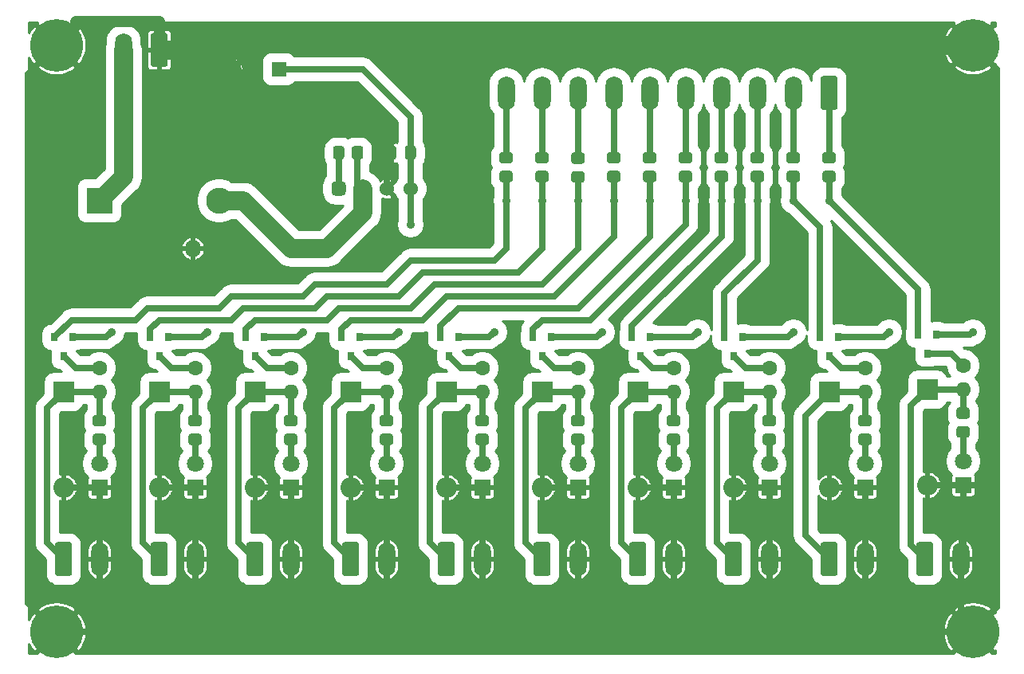
<source format=gbr>
%TF.GenerationSoftware,KiCad,Pcbnew,(5.1.9)-1*%
%TF.CreationDate,2021-03-17T19:06:28+01:00*%
%TF.ProjectId,Nvum_CNC_expander,4e76756d-5f43-44e4-935f-657870616e64,1*%
%TF.SameCoordinates,Original*%
%TF.FileFunction,Copper,L2,Bot*%
%TF.FilePolarity,Positive*%
%FSLAX46Y46*%
G04 Gerber Fmt 4.6, Leading zero omitted, Abs format (unit mm)*
G04 Created by KiCad (PCBNEW (5.1.9)-1) date 2021-03-17 19:06:28*
%MOMM*%
%LPD*%
G01*
G04 APERTURE LIST*
%TA.AperFunction,ComponentPad*%
%ADD10O,1.800000X1.800000*%
%TD*%
%TA.AperFunction,ComponentPad*%
%ADD11R,1.800000X1.800000*%
%TD*%
%TA.AperFunction,ComponentPad*%
%ADD12O,2.800000X2.800000*%
%TD*%
%TA.AperFunction,ComponentPad*%
%ADD13R,2.800000X2.800000*%
%TD*%
%TA.AperFunction,ComponentPad*%
%ADD14O,1.600000X1.600000*%
%TD*%
%TA.AperFunction,ComponentPad*%
%ADD15C,1.600000*%
%TD*%
%TA.AperFunction,ComponentPad*%
%ADD16C,1.524000*%
%TD*%
%TA.AperFunction,ComponentPad*%
%ADD17R,1.600000X1.600000*%
%TD*%
%TA.AperFunction,ComponentPad*%
%ADD18O,2.200000X2.200000*%
%TD*%
%TA.AperFunction,ComponentPad*%
%ADD19R,2.200000X2.200000*%
%TD*%
%TA.AperFunction,ComponentPad*%
%ADD20C,1.800000*%
%TD*%
%TA.AperFunction,ComponentPad*%
%ADD21C,5.600000*%
%TD*%
%TA.AperFunction,ComponentPad*%
%ADD22O,1.800000X3.600000*%
%TD*%
%TA.AperFunction,SMDPad,CuDef*%
%ADD23R,0.800000X0.900000*%
%TD*%
%TA.AperFunction,ViaPad*%
%ADD24C,0.900000*%
%TD*%
%TA.AperFunction,Conductor*%
%ADD25C,0.680000*%
%TD*%
%TA.AperFunction,Conductor*%
%ADD26C,2.000000*%
%TD*%
%TA.AperFunction,Conductor*%
%ADD27C,1.200000*%
%TD*%
%TA.AperFunction,Conductor*%
%ADD28C,0.254000*%
%TD*%
%TA.AperFunction,Conductor*%
%ADD29C,0.100000*%
%TD*%
G04 APERTURE END LIST*
D10*
%TO.P,D21,2*%
%TO.N,GNDD*%
X42926000Y-72415400D03*
D11*
%TO.P,D21,1*%
%TO.N,+24V*%
X55626000Y-72415400D03*
%TD*%
D12*
%TO.P,D31,2*%
%TO.N,+24V*%
X45720000Y-67310000D03*
D13*
%TO.P,D31,1*%
%TO.N,Net-(D31-Pad1)*%
X33020000Y-67310000D03*
%TD*%
D14*
%TO.P,R15,2*%
%TO.N,Net-(D15-Pad1)*%
X33020000Y-87630000D03*
D15*
%TO.P,R15,1*%
%TO.N,Net-(Q10-Pad3)*%
X33020000Y-85090000D03*
%TD*%
D14*
%TO.P,R14,2*%
%TO.N,Net-(D14-Pad1)*%
X43180000Y-87630000D03*
D15*
%TO.P,R14,1*%
%TO.N,Net-(Q9-Pad3)*%
X43180000Y-85090000D03*
%TD*%
D14*
%TO.P,R13,2*%
%TO.N,Net-(D13-Pad1)*%
X53340000Y-87630000D03*
D15*
%TO.P,R13,1*%
%TO.N,Net-(Q8-Pad3)*%
X53340000Y-85090000D03*
%TD*%
D14*
%TO.P,R12,2*%
%TO.N,Net-(D12-Pad1)*%
X63500000Y-87630000D03*
D15*
%TO.P,R12,1*%
%TO.N,Net-(Q7-Pad3)*%
X63500000Y-85090000D03*
%TD*%
D14*
%TO.P,R11,2*%
%TO.N,Net-(D11-Pad1)*%
X73660000Y-87630000D03*
D15*
%TO.P,R11,1*%
%TO.N,Net-(Q6-Pad3)*%
X73660000Y-85090000D03*
%TD*%
D14*
%TO.P,R5,2*%
%TO.N,Net-(D5-Pad1)*%
X83820000Y-87630000D03*
D15*
%TO.P,R5,1*%
%TO.N,Net-(Q5-Pad3)*%
X83820000Y-85090000D03*
%TD*%
D14*
%TO.P,R4,2*%
%TO.N,Net-(D4-Pad1)*%
X93980000Y-87630000D03*
D15*
%TO.P,R4,1*%
%TO.N,Net-(Q4-Pad3)*%
X93980000Y-85090000D03*
%TD*%
D14*
%TO.P,R3,2*%
%TO.N,Net-(D3-Pad1)*%
X104140000Y-87630000D03*
D15*
%TO.P,R3,1*%
%TO.N,Net-(Q3-Pad3)*%
X104140000Y-85090000D03*
%TD*%
D14*
%TO.P,R2,2*%
%TO.N,Net-(D2-Pad1)*%
X114300000Y-87630000D03*
D15*
%TO.P,R2,1*%
%TO.N,Net-(Q2-Pad3)*%
X114300000Y-85090000D03*
%TD*%
D14*
%TO.P,R1,2*%
%TO.N,Net-(D1-Pad1)*%
X124714000Y-87376000D03*
D15*
%TO.P,R1,1*%
%TO.N,Net-(Q1-Pad3)*%
X124714000Y-84836000D03*
%TD*%
%TO.P,B1,1*%
%TO.N,Net-(B1-Pad1)*%
%TA.AperFunction,ComponentPad*%
G36*
G01*
X58801000Y-66802000D02*
X58039000Y-66802000D01*
G75*
G02*
X57658000Y-66421000I0J381000D01*
G01*
X57658000Y-65659000D01*
G75*
G02*
X58039000Y-65278000I381000J0D01*
G01*
X58801000Y-65278000D01*
G75*
G02*
X59182000Y-65659000I0J-381000D01*
G01*
X59182000Y-66421000D01*
G75*
G02*
X58801000Y-66802000I-381000J0D01*
G01*
G37*
%TD.AperFunction*%
D16*
%TO.P,B1,2*%
%TO.N,+24V*%
X60960000Y-66040000D03*
%TO.P,B1,3*%
%TO.N,GNDD*%
X63500000Y-66040000D03*
%TO.P,B1,4*%
%TO.N,+12V*%
X66040000Y-66040000D03*
%TD*%
%TO.P,C1,1*%
%TO.N,+12V*%
%TA.AperFunction,SMDPad,CuDef*%
G36*
G01*
X66627500Y-61755000D02*
X66627500Y-62705000D01*
G75*
G02*
X66377500Y-62955000I-250000J0D01*
G01*
X65702500Y-62955000D01*
G75*
G02*
X65452500Y-62705000I0J250000D01*
G01*
X65452500Y-61755000D01*
G75*
G02*
X65702500Y-61505000I250000J0D01*
G01*
X66377500Y-61505000D01*
G75*
G02*
X66627500Y-61755000I0J-250000D01*
G01*
G37*
%TD.AperFunction*%
%TO.P,C1,2*%
%TO.N,GNDD*%
%TA.AperFunction,SMDPad,CuDef*%
G36*
G01*
X64552500Y-61755000D02*
X64552500Y-62705000D01*
G75*
G02*
X64302500Y-62955000I-250000J0D01*
G01*
X63627500Y-62955000D01*
G75*
G02*
X63377500Y-62705000I0J250000D01*
G01*
X63377500Y-61755000D01*
G75*
G02*
X63627500Y-61505000I250000J0D01*
G01*
X64302500Y-61505000D01*
G75*
G02*
X64552500Y-61755000I0J-250000D01*
G01*
G37*
%TD.AperFunction*%
%TD*%
D17*
%TO.P,C2,1*%
%TO.N,+12V*%
X52070000Y-53340000D03*
D15*
%TO.P,C2,2*%
%TO.N,GNDD*%
X47070000Y-53340000D03*
%TD*%
D18*
%TO.P,D1,2*%
%TO.N,GNDD*%
X120904000Y-97536000D03*
D19*
%TO.P,D1,1*%
%TO.N,Net-(D1-Pad1)*%
X120904000Y-87376000D03*
%TD*%
D18*
%TO.P,D2,2*%
%TO.N,GNDD*%
X110490000Y-97790000D03*
D19*
%TO.P,D2,1*%
%TO.N,Net-(D2-Pad1)*%
X110490000Y-87630000D03*
%TD*%
D18*
%TO.P,D3,2*%
%TO.N,GNDD*%
X100330000Y-97790000D03*
D19*
%TO.P,D3,1*%
%TO.N,Net-(D3-Pad1)*%
X100330000Y-87630000D03*
%TD*%
%TO.P,D4,1*%
%TO.N,Net-(D4-Pad1)*%
X90170000Y-87630000D03*
D18*
%TO.P,D4,2*%
%TO.N,GNDD*%
X90170000Y-97790000D03*
%TD*%
D19*
%TO.P,D5,1*%
%TO.N,Net-(D5-Pad1)*%
X80010000Y-87630000D03*
D18*
%TO.P,D5,2*%
%TO.N,GNDD*%
X80010000Y-97790000D03*
%TD*%
D20*
%TO.P,D6,2*%
%TO.N,Net-(D6-Pad2)*%
X124714000Y-94996000D03*
D11*
%TO.P,D6,1*%
%TO.N,GNDD*%
X124714000Y-97536000D03*
%TD*%
%TO.P,D7,1*%
%TO.N,GNDD*%
X114300000Y-97790000D03*
D20*
%TO.P,D7,2*%
%TO.N,Net-(D7-Pad2)*%
X114300000Y-95250000D03*
%TD*%
%TO.P,D8,2*%
%TO.N,Net-(D8-Pad2)*%
X104140000Y-95250000D03*
D11*
%TO.P,D8,1*%
%TO.N,GNDD*%
X104140000Y-97790000D03*
%TD*%
%TO.P,D9,1*%
%TO.N,GNDD*%
X93980000Y-97790000D03*
D20*
%TO.P,D9,2*%
%TO.N,Net-(D9-Pad2)*%
X93980000Y-95250000D03*
%TD*%
%TO.P,D10,2*%
%TO.N,Net-(D10-Pad2)*%
X83820000Y-95250000D03*
D11*
%TO.P,D10,1*%
%TO.N,GNDD*%
X83820000Y-97790000D03*
%TD*%
D18*
%TO.P,D11,2*%
%TO.N,GNDD*%
X69850000Y-97790000D03*
D19*
%TO.P,D11,1*%
%TO.N,Net-(D11-Pad1)*%
X69850000Y-87630000D03*
%TD*%
D18*
%TO.P,D12,2*%
%TO.N,GNDD*%
X59690000Y-97790000D03*
D19*
%TO.P,D12,1*%
%TO.N,Net-(D12-Pad1)*%
X59690000Y-87630000D03*
%TD*%
%TO.P,D13,1*%
%TO.N,Net-(D13-Pad1)*%
X49530000Y-87630000D03*
D18*
%TO.P,D13,2*%
%TO.N,GNDD*%
X49530000Y-97790000D03*
%TD*%
D19*
%TO.P,D14,1*%
%TO.N,Net-(D14-Pad1)*%
X39370000Y-87630000D03*
D18*
%TO.P,D14,2*%
%TO.N,GNDD*%
X39370000Y-97790000D03*
%TD*%
%TO.P,D15,2*%
%TO.N,GNDD*%
X29210000Y-97790000D03*
D19*
%TO.P,D15,1*%
%TO.N,Net-(D15-Pad1)*%
X29210000Y-87630000D03*
%TD*%
D20*
%TO.P,D16,2*%
%TO.N,Net-(D16-Pad2)*%
X73660000Y-95250000D03*
D11*
%TO.P,D16,1*%
%TO.N,GNDD*%
X73660000Y-97790000D03*
%TD*%
%TO.P,D17,1*%
%TO.N,GNDD*%
X63500000Y-97790000D03*
D20*
%TO.P,D17,2*%
%TO.N,Net-(D17-Pad2)*%
X63500000Y-95250000D03*
%TD*%
D11*
%TO.P,D18,1*%
%TO.N,GNDD*%
X53340000Y-97790000D03*
D20*
%TO.P,D18,2*%
%TO.N,Net-(D18-Pad2)*%
X53340000Y-95250000D03*
%TD*%
D11*
%TO.P,D19,1*%
%TO.N,GNDD*%
X43180000Y-97790000D03*
D20*
%TO.P,D19,2*%
%TO.N,Net-(D19-Pad2)*%
X43180000Y-95250000D03*
%TD*%
%TO.P,D20,2*%
%TO.N,Net-(D20-Pad2)*%
X33020000Y-95250000D03*
D11*
%TO.P,D20,1*%
%TO.N,GNDD*%
X33020000Y-97790000D03*
%TD*%
D21*
%TO.P,H1,1*%
%TO.N,GNDD*%
X125730000Y-50800000D03*
%TD*%
%TO.P,H2,1*%
%TO.N,GNDD*%
X28448000Y-50800000D03*
%TD*%
%TO.P,H3,1*%
%TO.N,GNDD*%
X125730000Y-113130000D03*
%TD*%
%TO.P,H4,1*%
%TO.N,GNDD*%
X28448000Y-113130000D03*
%TD*%
%TO.P,J1,1*%
%TO.N,Net-(D1-Pad1)*%
%TA.AperFunction,ComponentPad*%
G36*
G01*
X119750000Y-106960000D02*
X119750000Y-103860000D01*
G75*
G02*
X120000000Y-103610000I250000J0D01*
G01*
X121300000Y-103610000D01*
G75*
G02*
X121550000Y-103860000I0J-250000D01*
G01*
X121550000Y-106960000D01*
G75*
G02*
X121300000Y-107210000I-250000J0D01*
G01*
X120000000Y-107210000D01*
G75*
G02*
X119750000Y-106960000I0J250000D01*
G01*
G37*
%TD.AperFunction*%
D22*
%TO.P,J1,2*%
%TO.N,GNDD*%
X124460000Y-105410000D03*
%TD*%
%TO.P,J2,2*%
%TO.N,GNDD*%
X114300000Y-105410000D03*
%TO.P,J2,1*%
%TO.N,Net-(D2-Pad1)*%
%TA.AperFunction,ComponentPad*%
G36*
G01*
X109590000Y-106960000D02*
X109590000Y-103860000D01*
G75*
G02*
X109840000Y-103610000I250000J0D01*
G01*
X111140000Y-103610000D01*
G75*
G02*
X111390000Y-103860000I0J-250000D01*
G01*
X111390000Y-106960000D01*
G75*
G02*
X111140000Y-107210000I-250000J0D01*
G01*
X109840000Y-107210000D01*
G75*
G02*
X109590000Y-106960000I0J250000D01*
G01*
G37*
%TD.AperFunction*%
%TD*%
%TO.P,J3,2*%
%TO.N,GNDD*%
X104140000Y-105410000D03*
%TO.P,J3,1*%
%TO.N,Net-(D3-Pad1)*%
%TA.AperFunction,ComponentPad*%
G36*
G01*
X99430000Y-106960000D02*
X99430000Y-103860000D01*
G75*
G02*
X99680000Y-103610000I250000J0D01*
G01*
X100980000Y-103610000D01*
G75*
G02*
X101230000Y-103860000I0J-250000D01*
G01*
X101230000Y-106960000D01*
G75*
G02*
X100980000Y-107210000I-250000J0D01*
G01*
X99680000Y-107210000D01*
G75*
G02*
X99430000Y-106960000I0J250000D01*
G01*
G37*
%TD.AperFunction*%
%TD*%
%TO.P,J4,2*%
%TO.N,GNDD*%
X93980000Y-105410000D03*
%TO.P,J4,1*%
%TO.N,Net-(D4-Pad1)*%
%TA.AperFunction,ComponentPad*%
G36*
G01*
X89270000Y-106960000D02*
X89270000Y-103860000D01*
G75*
G02*
X89520000Y-103610000I250000J0D01*
G01*
X90820000Y-103610000D01*
G75*
G02*
X91070000Y-103860000I0J-250000D01*
G01*
X91070000Y-106960000D01*
G75*
G02*
X90820000Y-107210000I-250000J0D01*
G01*
X89520000Y-107210000D01*
G75*
G02*
X89270000Y-106960000I0J250000D01*
G01*
G37*
%TD.AperFunction*%
%TD*%
%TO.P,J5,1*%
%TO.N,Net-(D5-Pad1)*%
%TA.AperFunction,ComponentPad*%
G36*
G01*
X79110000Y-106960000D02*
X79110000Y-103860000D01*
G75*
G02*
X79360000Y-103610000I250000J0D01*
G01*
X80660000Y-103610000D01*
G75*
G02*
X80910000Y-103860000I0J-250000D01*
G01*
X80910000Y-106960000D01*
G75*
G02*
X80660000Y-107210000I-250000J0D01*
G01*
X79360000Y-107210000D01*
G75*
G02*
X79110000Y-106960000I0J250000D01*
G01*
G37*
%TD.AperFunction*%
%TO.P,J5,2*%
%TO.N,GNDD*%
X83820000Y-105410000D03*
%TD*%
%TO.P,J6,2*%
%TO.N,GNDD*%
X73660000Y-105410000D03*
%TO.P,J6,1*%
%TO.N,Net-(D11-Pad1)*%
%TA.AperFunction,ComponentPad*%
G36*
G01*
X68950000Y-106960000D02*
X68950000Y-103860000D01*
G75*
G02*
X69200000Y-103610000I250000J0D01*
G01*
X70500000Y-103610000D01*
G75*
G02*
X70750000Y-103860000I0J-250000D01*
G01*
X70750000Y-106960000D01*
G75*
G02*
X70500000Y-107210000I-250000J0D01*
G01*
X69200000Y-107210000D01*
G75*
G02*
X68950000Y-106960000I0J250000D01*
G01*
G37*
%TD.AperFunction*%
%TD*%
%TO.P,J7,1*%
%TO.N,Net-(D12-Pad1)*%
%TA.AperFunction,ComponentPad*%
G36*
G01*
X58790000Y-106960000D02*
X58790000Y-103860000D01*
G75*
G02*
X59040000Y-103610000I250000J0D01*
G01*
X60340000Y-103610000D01*
G75*
G02*
X60590000Y-103860000I0J-250000D01*
G01*
X60590000Y-106960000D01*
G75*
G02*
X60340000Y-107210000I-250000J0D01*
G01*
X59040000Y-107210000D01*
G75*
G02*
X58790000Y-106960000I0J250000D01*
G01*
G37*
%TD.AperFunction*%
%TO.P,J7,2*%
%TO.N,GNDD*%
X63500000Y-105410000D03*
%TD*%
%TO.P,J8,1*%
%TO.N,Net-(D13-Pad1)*%
%TA.AperFunction,ComponentPad*%
G36*
G01*
X48630000Y-106960000D02*
X48630000Y-103860000D01*
G75*
G02*
X48880000Y-103610000I250000J0D01*
G01*
X50180000Y-103610000D01*
G75*
G02*
X50430000Y-103860000I0J-250000D01*
G01*
X50430000Y-106960000D01*
G75*
G02*
X50180000Y-107210000I-250000J0D01*
G01*
X48880000Y-107210000D01*
G75*
G02*
X48630000Y-106960000I0J250000D01*
G01*
G37*
%TD.AperFunction*%
%TO.P,J8,2*%
%TO.N,GNDD*%
X53340000Y-105410000D03*
%TD*%
%TO.P,J9,1*%
%TO.N,Net-(D14-Pad1)*%
%TA.AperFunction,ComponentPad*%
G36*
G01*
X38470000Y-106960000D02*
X38470000Y-103860000D01*
G75*
G02*
X38720000Y-103610000I250000J0D01*
G01*
X40020000Y-103610000D01*
G75*
G02*
X40270000Y-103860000I0J-250000D01*
G01*
X40270000Y-106960000D01*
G75*
G02*
X40020000Y-107210000I-250000J0D01*
G01*
X38720000Y-107210000D01*
G75*
G02*
X38470000Y-106960000I0J250000D01*
G01*
G37*
%TD.AperFunction*%
%TO.P,J9,2*%
%TO.N,GNDD*%
X43180000Y-105410000D03*
%TD*%
%TO.P,J10,2*%
%TO.N,GNDD*%
X33020000Y-105410000D03*
%TO.P,J10,1*%
%TO.N,Net-(D15-Pad1)*%
%TA.AperFunction,ComponentPad*%
G36*
G01*
X28310000Y-106960000D02*
X28310000Y-103860000D01*
G75*
G02*
X28560000Y-103610000I250000J0D01*
G01*
X29860000Y-103610000D01*
G75*
G02*
X30110000Y-103860000I0J-250000D01*
G01*
X30110000Y-106960000D01*
G75*
G02*
X29860000Y-107210000I-250000J0D01*
G01*
X28560000Y-107210000D01*
G75*
G02*
X28310000Y-106960000I0J250000D01*
G01*
G37*
%TD.AperFunction*%
%TD*%
%TO.P,J11,1*%
%TO.N,GNDD*%
%TA.AperFunction,ComponentPad*%
G36*
G01*
X40270000Y-49758000D02*
X40270000Y-52858000D01*
G75*
G02*
X40020000Y-53108000I-250000J0D01*
G01*
X38720000Y-53108000D01*
G75*
G02*
X38470000Y-52858000I0J250000D01*
G01*
X38470000Y-49758000D01*
G75*
G02*
X38720000Y-49508000I250000J0D01*
G01*
X40020000Y-49508000D01*
G75*
G02*
X40270000Y-49758000I0J-250000D01*
G01*
G37*
%TD.AperFunction*%
%TO.P,J11,2*%
%TO.N,Net-(D31-Pad1)*%
X35560000Y-51308000D03*
%TD*%
%TO.P,J12,1*%
%TO.N,Net-(J12-Pad1)*%
%TA.AperFunction,ComponentPad*%
G36*
G01*
X111390000Y-54330000D02*
X111390000Y-57430000D01*
G75*
G02*
X111140000Y-57680000I-250000J0D01*
G01*
X109840000Y-57680000D01*
G75*
G02*
X109590000Y-57430000I0J250000D01*
G01*
X109590000Y-54330000D01*
G75*
G02*
X109840000Y-54080000I250000J0D01*
G01*
X111140000Y-54080000D01*
G75*
G02*
X111390000Y-54330000I0J-250000D01*
G01*
G37*
%TD.AperFunction*%
%TO.P,J12,2*%
%TO.N,Net-(J12-Pad2)*%
X106680000Y-55880000D03*
%TO.P,J12,3*%
%TO.N,Net-(J12-Pad3)*%
X102870000Y-55880000D03*
%TO.P,J12,4*%
%TO.N,Net-(J12-Pad4)*%
X99060000Y-55880000D03*
%TO.P,J12,5*%
%TO.N,Net-(J12-Pad5)*%
X95250000Y-55880000D03*
%TO.P,J12,6*%
%TO.N,Net-(J12-Pad6)*%
X91440000Y-55880000D03*
%TO.P,J12,7*%
%TO.N,Net-(J12-Pad7)*%
X87630000Y-55880000D03*
%TO.P,J12,8*%
%TO.N,Net-(J12-Pad8)*%
X83820000Y-55880000D03*
%TO.P,J12,9*%
%TO.N,Net-(J12-Pad9)*%
X80010000Y-55880000D03*
%TO.P,J12,10*%
%TO.N,Net-(J12-Pad10)*%
X76200000Y-55880000D03*
%TD*%
D23*
%TO.P,Q1,3*%
%TO.N,Net-(Q1-Pad3)*%
X120904000Y-83566000D03*
%TO.P,Q1,2*%
%TO.N,+12V*%
X121854000Y-81566000D03*
%TO.P,Q1,1*%
%TO.N,/Input_1*%
X119954000Y-81566000D03*
%TD*%
%TO.P,Q2,1*%
%TO.N,/Input_2*%
X109540000Y-81820000D03*
%TO.P,Q2,2*%
%TO.N,+12V*%
X111440000Y-81820000D03*
%TO.P,Q2,3*%
%TO.N,Net-(Q2-Pad3)*%
X110490000Y-83820000D03*
%TD*%
%TO.P,Q3,3*%
%TO.N,Net-(Q3-Pad3)*%
X100330000Y-83820000D03*
%TO.P,Q3,2*%
%TO.N,+12V*%
X101280000Y-81820000D03*
%TO.P,Q3,1*%
%TO.N,/Input_3*%
X99380000Y-81820000D03*
%TD*%
%TO.P,Q4,1*%
%TO.N,/Input_4*%
X89540000Y-81820000D03*
%TO.P,Q4,2*%
%TO.N,+12V*%
X91440000Y-81820000D03*
%TO.P,Q4,3*%
%TO.N,Net-(Q4-Pad3)*%
X90490000Y-83820000D03*
%TD*%
%TO.P,Q5,1*%
%TO.N,/Input_5*%
X79060000Y-81820000D03*
%TO.P,Q5,2*%
%TO.N,+12V*%
X80960000Y-81820000D03*
%TO.P,Q5,3*%
%TO.N,Net-(Q5-Pad3)*%
X80010000Y-83820000D03*
%TD*%
%TO.P,Q6,3*%
%TO.N,Net-(Q6-Pad3)*%
X70170000Y-83820000D03*
%TO.P,Q6,2*%
%TO.N,+12V*%
X71120000Y-81820000D03*
%TO.P,Q6,1*%
%TO.N,/Input_6*%
X69220000Y-81820000D03*
%TD*%
%TO.P,Q7,3*%
%TO.N,Net-(Q7-Pad3)*%
X59690000Y-83820000D03*
%TO.P,Q7,2*%
%TO.N,+12V*%
X60640000Y-81820000D03*
%TO.P,Q7,1*%
%TO.N,/Input_7*%
X58740000Y-81820000D03*
%TD*%
%TO.P,Q8,3*%
%TO.N,Net-(Q8-Pad3)*%
X49530000Y-83820000D03*
%TO.P,Q8,2*%
%TO.N,+12V*%
X50480000Y-81820000D03*
%TO.P,Q8,1*%
%TO.N,/Input_8*%
X48580000Y-81820000D03*
%TD*%
%TO.P,Q9,1*%
%TO.N,/Input_9*%
X38420000Y-81820000D03*
%TO.P,Q9,2*%
%TO.N,+12V*%
X40320000Y-81820000D03*
%TO.P,Q9,3*%
%TO.N,Net-(Q9-Pad3)*%
X39370000Y-83820000D03*
%TD*%
%TO.P,Q10,1*%
%TO.N,/Input_10*%
X28260000Y-81820000D03*
%TO.P,Q10,2*%
%TO.N,+12V*%
X30160000Y-81820000D03*
%TO.P,Q10,3*%
%TO.N,Net-(Q10-Pad3)*%
X29210000Y-83820000D03*
%TD*%
%TO.P,R6,1*%
%TO.N,Net-(D1-Pad1)*%
%TA.AperFunction,SMDPad,CuDef*%
G36*
G01*
X124263999Y-89316000D02*
X125164001Y-89316000D01*
G75*
G02*
X125414000Y-89565999I0J-249999D01*
G01*
X125414000Y-90266001D01*
G75*
G02*
X125164001Y-90516000I-249999J0D01*
G01*
X124263999Y-90516000D01*
G75*
G02*
X124014000Y-90266001I0J249999D01*
G01*
X124014000Y-89565999D01*
G75*
G02*
X124263999Y-89316000I249999J0D01*
G01*
G37*
%TD.AperFunction*%
%TO.P,R6,2*%
%TO.N,Net-(D6-Pad2)*%
%TA.AperFunction,SMDPad,CuDef*%
G36*
G01*
X124263999Y-91316000D02*
X125164001Y-91316000D01*
G75*
G02*
X125414000Y-91565999I0J-249999D01*
G01*
X125414000Y-92266001D01*
G75*
G02*
X125164001Y-92516000I-249999J0D01*
G01*
X124263999Y-92516000D01*
G75*
G02*
X124014000Y-92266001I0J249999D01*
G01*
X124014000Y-91565999D01*
G75*
G02*
X124263999Y-91316000I249999J0D01*
G01*
G37*
%TD.AperFunction*%
%TD*%
%TO.P,R7,1*%
%TO.N,Net-(D2-Pad1)*%
%TA.AperFunction,SMDPad,CuDef*%
G36*
G01*
X113849999Y-90110000D02*
X114750001Y-90110000D01*
G75*
G02*
X115000000Y-90359999I0J-249999D01*
G01*
X115000000Y-91060001D01*
G75*
G02*
X114750001Y-91310000I-249999J0D01*
G01*
X113849999Y-91310000D01*
G75*
G02*
X113600000Y-91060001I0J249999D01*
G01*
X113600000Y-90359999D01*
G75*
G02*
X113849999Y-90110000I249999J0D01*
G01*
G37*
%TD.AperFunction*%
%TO.P,R7,2*%
%TO.N,Net-(D7-Pad2)*%
%TA.AperFunction,SMDPad,CuDef*%
G36*
G01*
X113849999Y-92110000D02*
X114750001Y-92110000D01*
G75*
G02*
X115000000Y-92359999I0J-249999D01*
G01*
X115000000Y-93060001D01*
G75*
G02*
X114750001Y-93310000I-249999J0D01*
G01*
X113849999Y-93310000D01*
G75*
G02*
X113600000Y-93060001I0J249999D01*
G01*
X113600000Y-92359999D01*
G75*
G02*
X113849999Y-92110000I249999J0D01*
G01*
G37*
%TD.AperFunction*%
%TD*%
%TO.P,R8,2*%
%TO.N,Net-(D8-Pad2)*%
%TA.AperFunction,SMDPad,CuDef*%
G36*
G01*
X103689999Y-92110000D02*
X104590001Y-92110000D01*
G75*
G02*
X104840000Y-92359999I0J-249999D01*
G01*
X104840000Y-93060001D01*
G75*
G02*
X104590001Y-93310000I-249999J0D01*
G01*
X103689999Y-93310000D01*
G75*
G02*
X103440000Y-93060001I0J249999D01*
G01*
X103440000Y-92359999D01*
G75*
G02*
X103689999Y-92110000I249999J0D01*
G01*
G37*
%TD.AperFunction*%
%TO.P,R8,1*%
%TO.N,Net-(D3-Pad1)*%
%TA.AperFunction,SMDPad,CuDef*%
G36*
G01*
X103689999Y-90110000D02*
X104590001Y-90110000D01*
G75*
G02*
X104840000Y-90359999I0J-249999D01*
G01*
X104840000Y-91060001D01*
G75*
G02*
X104590001Y-91310000I-249999J0D01*
G01*
X103689999Y-91310000D01*
G75*
G02*
X103440000Y-91060001I0J249999D01*
G01*
X103440000Y-90359999D01*
G75*
G02*
X103689999Y-90110000I249999J0D01*
G01*
G37*
%TD.AperFunction*%
%TD*%
%TO.P,R9,1*%
%TO.N,Net-(D4-Pad1)*%
%TA.AperFunction,SMDPad,CuDef*%
G36*
G01*
X93529999Y-90110000D02*
X94430001Y-90110000D01*
G75*
G02*
X94680000Y-90359999I0J-249999D01*
G01*
X94680000Y-91060001D01*
G75*
G02*
X94430001Y-91310000I-249999J0D01*
G01*
X93529999Y-91310000D01*
G75*
G02*
X93280000Y-91060001I0J249999D01*
G01*
X93280000Y-90359999D01*
G75*
G02*
X93529999Y-90110000I249999J0D01*
G01*
G37*
%TD.AperFunction*%
%TO.P,R9,2*%
%TO.N,Net-(D9-Pad2)*%
%TA.AperFunction,SMDPad,CuDef*%
G36*
G01*
X93529999Y-92110000D02*
X94430001Y-92110000D01*
G75*
G02*
X94680000Y-92359999I0J-249999D01*
G01*
X94680000Y-93060001D01*
G75*
G02*
X94430001Y-93310000I-249999J0D01*
G01*
X93529999Y-93310000D01*
G75*
G02*
X93280000Y-93060001I0J249999D01*
G01*
X93280000Y-92359999D01*
G75*
G02*
X93529999Y-92110000I249999J0D01*
G01*
G37*
%TD.AperFunction*%
%TD*%
%TO.P,R10,1*%
%TO.N,Net-(D5-Pad1)*%
%TA.AperFunction,SMDPad,CuDef*%
G36*
G01*
X83369999Y-90110000D02*
X84270001Y-90110000D01*
G75*
G02*
X84520000Y-90359999I0J-249999D01*
G01*
X84520000Y-91060001D01*
G75*
G02*
X84270001Y-91310000I-249999J0D01*
G01*
X83369999Y-91310000D01*
G75*
G02*
X83120000Y-91060001I0J249999D01*
G01*
X83120000Y-90359999D01*
G75*
G02*
X83369999Y-90110000I249999J0D01*
G01*
G37*
%TD.AperFunction*%
%TO.P,R10,2*%
%TO.N,Net-(D10-Pad2)*%
%TA.AperFunction,SMDPad,CuDef*%
G36*
G01*
X83369999Y-92110000D02*
X84270001Y-92110000D01*
G75*
G02*
X84520000Y-92359999I0J-249999D01*
G01*
X84520000Y-93060001D01*
G75*
G02*
X84270001Y-93310000I-249999J0D01*
G01*
X83369999Y-93310000D01*
G75*
G02*
X83120000Y-93060001I0J249999D01*
G01*
X83120000Y-92359999D01*
G75*
G02*
X83369999Y-92110000I249999J0D01*
G01*
G37*
%TD.AperFunction*%
%TD*%
%TO.P,R16,2*%
%TO.N,Net-(D16-Pad2)*%
%TA.AperFunction,SMDPad,CuDef*%
G36*
G01*
X73209999Y-92110000D02*
X74110001Y-92110000D01*
G75*
G02*
X74360000Y-92359999I0J-249999D01*
G01*
X74360000Y-93060001D01*
G75*
G02*
X74110001Y-93310000I-249999J0D01*
G01*
X73209999Y-93310000D01*
G75*
G02*
X72960000Y-93060001I0J249999D01*
G01*
X72960000Y-92359999D01*
G75*
G02*
X73209999Y-92110000I249999J0D01*
G01*
G37*
%TD.AperFunction*%
%TO.P,R16,1*%
%TO.N,Net-(D11-Pad1)*%
%TA.AperFunction,SMDPad,CuDef*%
G36*
G01*
X73209999Y-90110000D02*
X74110001Y-90110000D01*
G75*
G02*
X74360000Y-90359999I0J-249999D01*
G01*
X74360000Y-91060001D01*
G75*
G02*
X74110001Y-91310000I-249999J0D01*
G01*
X73209999Y-91310000D01*
G75*
G02*
X72960000Y-91060001I0J249999D01*
G01*
X72960000Y-90359999D01*
G75*
G02*
X73209999Y-90110000I249999J0D01*
G01*
G37*
%TD.AperFunction*%
%TD*%
%TO.P,R17,1*%
%TO.N,Net-(D12-Pad1)*%
%TA.AperFunction,SMDPad,CuDef*%
G36*
G01*
X63049999Y-90110000D02*
X63950001Y-90110000D01*
G75*
G02*
X64200000Y-90359999I0J-249999D01*
G01*
X64200000Y-91060001D01*
G75*
G02*
X63950001Y-91310000I-249999J0D01*
G01*
X63049999Y-91310000D01*
G75*
G02*
X62800000Y-91060001I0J249999D01*
G01*
X62800000Y-90359999D01*
G75*
G02*
X63049999Y-90110000I249999J0D01*
G01*
G37*
%TD.AperFunction*%
%TO.P,R17,2*%
%TO.N,Net-(D17-Pad2)*%
%TA.AperFunction,SMDPad,CuDef*%
G36*
G01*
X63049999Y-92110000D02*
X63950001Y-92110000D01*
G75*
G02*
X64200000Y-92359999I0J-249999D01*
G01*
X64200000Y-93060001D01*
G75*
G02*
X63950001Y-93310000I-249999J0D01*
G01*
X63049999Y-93310000D01*
G75*
G02*
X62800000Y-93060001I0J249999D01*
G01*
X62800000Y-92359999D01*
G75*
G02*
X63049999Y-92110000I249999J0D01*
G01*
G37*
%TD.AperFunction*%
%TD*%
%TO.P,R18,2*%
%TO.N,Net-(D18-Pad2)*%
%TA.AperFunction,SMDPad,CuDef*%
G36*
G01*
X52889999Y-92110000D02*
X53790001Y-92110000D01*
G75*
G02*
X54040000Y-92359999I0J-249999D01*
G01*
X54040000Y-93060001D01*
G75*
G02*
X53790001Y-93310000I-249999J0D01*
G01*
X52889999Y-93310000D01*
G75*
G02*
X52640000Y-93060001I0J249999D01*
G01*
X52640000Y-92359999D01*
G75*
G02*
X52889999Y-92110000I249999J0D01*
G01*
G37*
%TD.AperFunction*%
%TO.P,R18,1*%
%TO.N,Net-(D13-Pad1)*%
%TA.AperFunction,SMDPad,CuDef*%
G36*
G01*
X52889999Y-90110000D02*
X53790001Y-90110000D01*
G75*
G02*
X54040000Y-90359999I0J-249999D01*
G01*
X54040000Y-91060001D01*
G75*
G02*
X53790001Y-91310000I-249999J0D01*
G01*
X52889999Y-91310000D01*
G75*
G02*
X52640000Y-91060001I0J249999D01*
G01*
X52640000Y-90359999D01*
G75*
G02*
X52889999Y-90110000I249999J0D01*
G01*
G37*
%TD.AperFunction*%
%TD*%
%TO.P,R19,2*%
%TO.N,Net-(D19-Pad2)*%
%TA.AperFunction,SMDPad,CuDef*%
G36*
G01*
X42729999Y-92110000D02*
X43630001Y-92110000D01*
G75*
G02*
X43880000Y-92359999I0J-249999D01*
G01*
X43880000Y-93060001D01*
G75*
G02*
X43630001Y-93310000I-249999J0D01*
G01*
X42729999Y-93310000D01*
G75*
G02*
X42480000Y-93060001I0J249999D01*
G01*
X42480000Y-92359999D01*
G75*
G02*
X42729999Y-92110000I249999J0D01*
G01*
G37*
%TD.AperFunction*%
%TO.P,R19,1*%
%TO.N,Net-(D14-Pad1)*%
%TA.AperFunction,SMDPad,CuDef*%
G36*
G01*
X42729999Y-90110000D02*
X43630001Y-90110000D01*
G75*
G02*
X43880000Y-90359999I0J-249999D01*
G01*
X43880000Y-91060001D01*
G75*
G02*
X43630001Y-91310000I-249999J0D01*
G01*
X42729999Y-91310000D01*
G75*
G02*
X42480000Y-91060001I0J249999D01*
G01*
X42480000Y-90359999D01*
G75*
G02*
X42729999Y-90110000I249999J0D01*
G01*
G37*
%TD.AperFunction*%
%TD*%
%TO.P,R20,2*%
%TO.N,Net-(D20-Pad2)*%
%TA.AperFunction,SMDPad,CuDef*%
G36*
G01*
X32569999Y-92110000D02*
X33470001Y-92110000D01*
G75*
G02*
X33720000Y-92359999I0J-249999D01*
G01*
X33720000Y-93060001D01*
G75*
G02*
X33470001Y-93310000I-249999J0D01*
G01*
X32569999Y-93310000D01*
G75*
G02*
X32320000Y-93060001I0J249999D01*
G01*
X32320000Y-92359999D01*
G75*
G02*
X32569999Y-92110000I249999J0D01*
G01*
G37*
%TD.AperFunction*%
%TO.P,R20,1*%
%TO.N,Net-(D15-Pad1)*%
%TA.AperFunction,SMDPad,CuDef*%
G36*
G01*
X32569999Y-90110000D02*
X33470001Y-90110000D01*
G75*
G02*
X33720000Y-90359999I0J-249999D01*
G01*
X33720000Y-91060001D01*
G75*
G02*
X33470001Y-91310000I-249999J0D01*
G01*
X32569999Y-91310000D01*
G75*
G02*
X32320000Y-91060001I0J249999D01*
G01*
X32320000Y-90359999D01*
G75*
G02*
X32569999Y-90110000I249999J0D01*
G01*
G37*
%TD.AperFunction*%
%TD*%
%TO.P,R31,1*%
%TO.N,Net-(J12-Pad1)*%
%TA.AperFunction,SMDPad,CuDef*%
G36*
G01*
X110039999Y-62170000D02*
X110940001Y-62170000D01*
G75*
G02*
X111190000Y-62419999I0J-249999D01*
G01*
X111190000Y-63120001D01*
G75*
G02*
X110940001Y-63370000I-249999J0D01*
G01*
X110039999Y-63370000D01*
G75*
G02*
X109790000Y-63120001I0J249999D01*
G01*
X109790000Y-62419999D01*
G75*
G02*
X110039999Y-62170000I249999J0D01*
G01*
G37*
%TD.AperFunction*%
%TO.P,R31,2*%
%TO.N,/Input_1*%
%TA.AperFunction,SMDPad,CuDef*%
G36*
G01*
X110039999Y-64170000D02*
X110940001Y-64170000D01*
G75*
G02*
X111190000Y-64419999I0J-249999D01*
G01*
X111190000Y-65120001D01*
G75*
G02*
X110940001Y-65370000I-249999J0D01*
G01*
X110039999Y-65370000D01*
G75*
G02*
X109790000Y-65120001I0J249999D01*
G01*
X109790000Y-64419999D01*
G75*
G02*
X110039999Y-64170000I249999J0D01*
G01*
G37*
%TD.AperFunction*%
%TD*%
%TO.P,R32,2*%
%TO.N,/Input_2*%
%TA.AperFunction,SMDPad,CuDef*%
G36*
G01*
X106229999Y-64170000D02*
X107130001Y-64170000D01*
G75*
G02*
X107380000Y-64419999I0J-249999D01*
G01*
X107380000Y-65120001D01*
G75*
G02*
X107130001Y-65370000I-249999J0D01*
G01*
X106229999Y-65370000D01*
G75*
G02*
X105980000Y-65120001I0J249999D01*
G01*
X105980000Y-64419999D01*
G75*
G02*
X106229999Y-64170000I249999J0D01*
G01*
G37*
%TD.AperFunction*%
%TO.P,R32,1*%
%TO.N,Net-(J12-Pad2)*%
%TA.AperFunction,SMDPad,CuDef*%
G36*
G01*
X106229999Y-62170000D02*
X107130001Y-62170000D01*
G75*
G02*
X107380000Y-62419999I0J-249999D01*
G01*
X107380000Y-63120001D01*
G75*
G02*
X107130001Y-63370000I-249999J0D01*
G01*
X106229999Y-63370000D01*
G75*
G02*
X105980000Y-63120001I0J249999D01*
G01*
X105980000Y-62419999D01*
G75*
G02*
X106229999Y-62170000I249999J0D01*
G01*
G37*
%TD.AperFunction*%
%TD*%
%TO.P,R33,1*%
%TO.N,Net-(J12-Pad3)*%
%TA.AperFunction,SMDPad,CuDef*%
G36*
G01*
X102419999Y-62170000D02*
X103320001Y-62170000D01*
G75*
G02*
X103570000Y-62419999I0J-249999D01*
G01*
X103570000Y-63120001D01*
G75*
G02*
X103320001Y-63370000I-249999J0D01*
G01*
X102419999Y-63370000D01*
G75*
G02*
X102170000Y-63120001I0J249999D01*
G01*
X102170000Y-62419999D01*
G75*
G02*
X102419999Y-62170000I249999J0D01*
G01*
G37*
%TD.AperFunction*%
%TO.P,R33,2*%
%TO.N,/Input_3*%
%TA.AperFunction,SMDPad,CuDef*%
G36*
G01*
X102419999Y-64170000D02*
X103320001Y-64170000D01*
G75*
G02*
X103570000Y-64419999I0J-249999D01*
G01*
X103570000Y-65120001D01*
G75*
G02*
X103320001Y-65370000I-249999J0D01*
G01*
X102419999Y-65370000D01*
G75*
G02*
X102170000Y-65120001I0J249999D01*
G01*
X102170000Y-64419999D01*
G75*
G02*
X102419999Y-64170000I249999J0D01*
G01*
G37*
%TD.AperFunction*%
%TD*%
%TO.P,R34,2*%
%TO.N,/Input_4*%
%TA.AperFunction,SMDPad,CuDef*%
G36*
G01*
X98609999Y-64170000D02*
X99510001Y-64170000D01*
G75*
G02*
X99760000Y-64419999I0J-249999D01*
G01*
X99760000Y-65120001D01*
G75*
G02*
X99510001Y-65370000I-249999J0D01*
G01*
X98609999Y-65370000D01*
G75*
G02*
X98360000Y-65120001I0J249999D01*
G01*
X98360000Y-64419999D01*
G75*
G02*
X98609999Y-64170000I249999J0D01*
G01*
G37*
%TD.AperFunction*%
%TO.P,R34,1*%
%TO.N,Net-(J12-Pad4)*%
%TA.AperFunction,SMDPad,CuDef*%
G36*
G01*
X98609999Y-62170000D02*
X99510001Y-62170000D01*
G75*
G02*
X99760000Y-62419999I0J-249999D01*
G01*
X99760000Y-63120001D01*
G75*
G02*
X99510001Y-63370000I-249999J0D01*
G01*
X98609999Y-63370000D01*
G75*
G02*
X98360000Y-63120001I0J249999D01*
G01*
X98360000Y-62419999D01*
G75*
G02*
X98609999Y-62170000I249999J0D01*
G01*
G37*
%TD.AperFunction*%
%TD*%
%TO.P,R35,1*%
%TO.N,Net-(J12-Pad5)*%
%TA.AperFunction,SMDPad,CuDef*%
G36*
G01*
X94799999Y-62170000D02*
X95700001Y-62170000D01*
G75*
G02*
X95950000Y-62419999I0J-249999D01*
G01*
X95950000Y-63120001D01*
G75*
G02*
X95700001Y-63370000I-249999J0D01*
G01*
X94799999Y-63370000D01*
G75*
G02*
X94550000Y-63120001I0J249999D01*
G01*
X94550000Y-62419999D01*
G75*
G02*
X94799999Y-62170000I249999J0D01*
G01*
G37*
%TD.AperFunction*%
%TO.P,R35,2*%
%TO.N,/Input_5*%
%TA.AperFunction,SMDPad,CuDef*%
G36*
G01*
X94799999Y-64170000D02*
X95700001Y-64170000D01*
G75*
G02*
X95950000Y-64419999I0J-249999D01*
G01*
X95950000Y-65120001D01*
G75*
G02*
X95700001Y-65370000I-249999J0D01*
G01*
X94799999Y-65370000D01*
G75*
G02*
X94550000Y-65120001I0J249999D01*
G01*
X94550000Y-64419999D01*
G75*
G02*
X94799999Y-64170000I249999J0D01*
G01*
G37*
%TD.AperFunction*%
%TD*%
%TO.P,R36,1*%
%TO.N,Net-(J12-Pad6)*%
%TA.AperFunction,SMDPad,CuDef*%
G36*
G01*
X90989999Y-62170000D02*
X91890001Y-62170000D01*
G75*
G02*
X92140000Y-62419999I0J-249999D01*
G01*
X92140000Y-63120001D01*
G75*
G02*
X91890001Y-63370000I-249999J0D01*
G01*
X90989999Y-63370000D01*
G75*
G02*
X90740000Y-63120001I0J249999D01*
G01*
X90740000Y-62419999D01*
G75*
G02*
X90989999Y-62170000I249999J0D01*
G01*
G37*
%TD.AperFunction*%
%TO.P,R36,2*%
%TO.N,/Input_6*%
%TA.AperFunction,SMDPad,CuDef*%
G36*
G01*
X90989999Y-64170000D02*
X91890001Y-64170000D01*
G75*
G02*
X92140000Y-64419999I0J-249999D01*
G01*
X92140000Y-65120001D01*
G75*
G02*
X91890001Y-65370000I-249999J0D01*
G01*
X90989999Y-65370000D01*
G75*
G02*
X90740000Y-65120001I0J249999D01*
G01*
X90740000Y-64419999D01*
G75*
G02*
X90989999Y-64170000I249999J0D01*
G01*
G37*
%TD.AperFunction*%
%TD*%
%TO.P,R37,2*%
%TO.N,/Input_7*%
%TA.AperFunction,SMDPad,CuDef*%
G36*
G01*
X87179999Y-64170000D02*
X88080001Y-64170000D01*
G75*
G02*
X88330000Y-64419999I0J-249999D01*
G01*
X88330000Y-65120001D01*
G75*
G02*
X88080001Y-65370000I-249999J0D01*
G01*
X87179999Y-65370000D01*
G75*
G02*
X86930000Y-65120001I0J249999D01*
G01*
X86930000Y-64419999D01*
G75*
G02*
X87179999Y-64170000I249999J0D01*
G01*
G37*
%TD.AperFunction*%
%TO.P,R37,1*%
%TO.N,Net-(J12-Pad7)*%
%TA.AperFunction,SMDPad,CuDef*%
G36*
G01*
X87179999Y-62170000D02*
X88080001Y-62170000D01*
G75*
G02*
X88330000Y-62419999I0J-249999D01*
G01*
X88330000Y-63120001D01*
G75*
G02*
X88080001Y-63370000I-249999J0D01*
G01*
X87179999Y-63370000D01*
G75*
G02*
X86930000Y-63120001I0J249999D01*
G01*
X86930000Y-62419999D01*
G75*
G02*
X87179999Y-62170000I249999J0D01*
G01*
G37*
%TD.AperFunction*%
%TD*%
%TO.P,R38,1*%
%TO.N,Net-(J12-Pad8)*%
%TA.AperFunction,SMDPad,CuDef*%
G36*
G01*
X83369999Y-62215001D02*
X84270001Y-62215001D01*
G75*
G02*
X84520000Y-62465000I0J-249999D01*
G01*
X84520000Y-63165002D01*
G75*
G02*
X84270001Y-63415001I-249999J0D01*
G01*
X83369999Y-63415001D01*
G75*
G02*
X83120000Y-63165002I0J249999D01*
G01*
X83120000Y-62465000D01*
G75*
G02*
X83369999Y-62215001I249999J0D01*
G01*
G37*
%TD.AperFunction*%
%TO.P,R38,2*%
%TO.N,/Input_8*%
%TA.AperFunction,SMDPad,CuDef*%
G36*
G01*
X83369999Y-64215001D02*
X84270001Y-64215001D01*
G75*
G02*
X84520000Y-64465000I0J-249999D01*
G01*
X84520000Y-65165002D01*
G75*
G02*
X84270001Y-65415001I-249999J0D01*
G01*
X83369999Y-65415001D01*
G75*
G02*
X83120000Y-65165002I0J249999D01*
G01*
X83120000Y-64465000D01*
G75*
G02*
X83369999Y-64215001I249999J0D01*
G01*
G37*
%TD.AperFunction*%
%TD*%
%TO.P,R39,2*%
%TO.N,/Input_9*%
%TA.AperFunction,SMDPad,CuDef*%
G36*
G01*
X79559999Y-64170000D02*
X80460001Y-64170000D01*
G75*
G02*
X80710000Y-64419999I0J-249999D01*
G01*
X80710000Y-65120001D01*
G75*
G02*
X80460001Y-65370000I-249999J0D01*
G01*
X79559999Y-65370000D01*
G75*
G02*
X79310000Y-65120001I0J249999D01*
G01*
X79310000Y-64419999D01*
G75*
G02*
X79559999Y-64170000I249999J0D01*
G01*
G37*
%TD.AperFunction*%
%TO.P,R39,1*%
%TO.N,Net-(J12-Pad9)*%
%TA.AperFunction,SMDPad,CuDef*%
G36*
G01*
X79559999Y-62170000D02*
X80460001Y-62170000D01*
G75*
G02*
X80710000Y-62419999I0J-249999D01*
G01*
X80710000Y-63120001D01*
G75*
G02*
X80460001Y-63370000I-249999J0D01*
G01*
X79559999Y-63370000D01*
G75*
G02*
X79310000Y-63120001I0J249999D01*
G01*
X79310000Y-62419999D01*
G75*
G02*
X79559999Y-62170000I249999J0D01*
G01*
G37*
%TD.AperFunction*%
%TD*%
%TO.P,R40,1*%
%TO.N,Net-(J12-Pad10)*%
%TA.AperFunction,SMDPad,CuDef*%
G36*
G01*
X75749999Y-62170000D02*
X76650001Y-62170000D01*
G75*
G02*
X76900000Y-62419999I0J-249999D01*
G01*
X76900000Y-63120001D01*
G75*
G02*
X76650001Y-63370000I-249999J0D01*
G01*
X75749999Y-63370000D01*
G75*
G02*
X75500000Y-63120001I0J249999D01*
G01*
X75500000Y-62419999D01*
G75*
G02*
X75749999Y-62170000I249999J0D01*
G01*
G37*
%TD.AperFunction*%
%TO.P,R40,2*%
%TO.N,/Input_10*%
%TA.AperFunction,SMDPad,CuDef*%
G36*
G01*
X75749999Y-64170000D02*
X76650001Y-64170000D01*
G75*
G02*
X76900000Y-64419999I0J-249999D01*
G01*
X76900000Y-65120001D01*
G75*
G02*
X76650001Y-65370000I-249999J0D01*
G01*
X75749999Y-65370000D01*
G75*
G02*
X75500000Y-65120001I0J249999D01*
G01*
X75500000Y-64419999D01*
G75*
G02*
X75749999Y-64170000I249999J0D01*
G01*
G37*
%TD.AperFunction*%
%TD*%
%TO.P,R41,2*%
%TO.N,Net-(B1-Pad1)*%
%TA.AperFunction,SMDPad,CuDef*%
G36*
G01*
X59020000Y-61779999D02*
X59020000Y-62680001D01*
G75*
G02*
X58770001Y-62930000I-249999J0D01*
G01*
X58069999Y-62930000D01*
G75*
G02*
X57820000Y-62680001I0J249999D01*
G01*
X57820000Y-61779999D01*
G75*
G02*
X58069999Y-61530000I249999J0D01*
G01*
X58770001Y-61530000D01*
G75*
G02*
X59020000Y-61779999I0J-249999D01*
G01*
G37*
%TD.AperFunction*%
%TO.P,R41,1*%
%TO.N,+24V*%
%TA.AperFunction,SMDPad,CuDef*%
G36*
G01*
X61020000Y-61779999D02*
X61020000Y-62680001D01*
G75*
G02*
X60770001Y-62930000I-249999J0D01*
G01*
X60069999Y-62930000D01*
G75*
G02*
X59820000Y-62680001I0J249999D01*
G01*
X59820000Y-61779999D01*
G75*
G02*
X60069999Y-61530000I249999J0D01*
G01*
X60770001Y-61530000D01*
G75*
G02*
X61020000Y-61779999I0J-249999D01*
G01*
G37*
%TD.AperFunction*%
%TD*%
D24*
%TO.N,GNDD*%
X116840000Y-62230000D03*
X124460000Y-62230000D03*
X124460000Y-72390000D03*
X111760000Y-72390000D03*
X105410000Y-72390000D03*
X100330000Y-72390000D03*
X72390000Y-71120000D03*
X63500000Y-71120000D03*
X44450000Y-71120000D03*
X30480000Y-71120000D03*
X72390000Y-62230000D03*
X44450000Y-63500000D03*
X30480000Y-63500000D03*
X32920000Y-113130000D03*
X44450000Y-113030000D03*
X63400000Y-113130000D03*
X73560000Y-113130000D03*
X86260000Y-113130000D03*
X100230000Y-113130000D03*
X105310000Y-113130000D03*
X112930000Y-113130000D03*
%TO.N,+12V*%
X66040000Y-69850000D03*
X34290000Y-81280000D03*
X44450000Y-81280000D03*
X54610000Y-81280000D03*
X64770000Y-81280000D03*
X74930000Y-81280000D03*
X86360000Y-81280000D03*
X96520000Y-81280000D03*
X106680000Y-81280000D03*
X116840000Y-81280000D03*
X125730000Y-81280000D03*
%TO.N,/Input_1*%
X110490000Y-67310000D03*
%TO.N,/Input_2*%
X106680000Y-67310000D03*
%TO.N,/Input_3*%
X102870000Y-67310000D03*
%TO.N,/Input_4*%
X99060000Y-67310000D03*
%TO.N,/Input_5*%
X95250000Y-67310000D03*
%TO.N,/Input_6*%
X91440000Y-67310000D03*
%TO.N,/Input_7*%
X87630000Y-67310000D03*
%TO.N,/Input_8*%
X83820000Y-67310000D03*
%TO.N,/Input_9*%
X80010000Y-67310000D03*
%TO.N,/Input_10*%
X76200000Y-67310000D03*
%TD*%
D25*
%TO.N,Net-(B1-Pad1)*%
X58420000Y-66040000D02*
X58420000Y-62230000D01*
%TO.N,+24V*%
X60420000Y-65500000D02*
X60960000Y-66040000D01*
X60420000Y-62230000D02*
X60420000Y-65500000D01*
D26*
X48260000Y-67310000D02*
X45720000Y-67310000D01*
X57150000Y-72390000D02*
X53340000Y-72390000D01*
X53340000Y-72390000D02*
X48260000Y-67310000D01*
X60960000Y-68580000D02*
X57150000Y-72390000D01*
X60960000Y-66040000D02*
X60960000Y-68580000D01*
D25*
%TO.N,GNDD*%
X124714000Y-97536000D02*
X120904000Y-97536000D01*
X124714000Y-105156000D02*
X124714000Y-97536000D01*
X63500000Y-62695000D02*
X63965000Y-62230000D01*
X63500000Y-66040000D02*
X63500000Y-62695000D01*
X114300000Y-97790000D02*
X114300000Y-105410000D01*
X110490000Y-97790000D02*
X114300000Y-97790000D01*
D27*
X39370000Y-51308000D02*
X39370000Y-48260000D01*
X39370000Y-48260000D02*
X30480000Y-48260000D01*
X30480000Y-48768000D02*
X28448000Y-50800000D01*
X30480000Y-48260000D02*
X30480000Y-48768000D01*
D26*
X118110000Y-50800000D02*
X125730000Y-50800000D01*
D25*
X124460000Y-111860000D02*
X125730000Y-113130000D01*
X124460000Y-105410000D02*
X124460000Y-111860000D01*
X114300000Y-111960000D02*
X115470000Y-113130000D01*
X114300000Y-105410000D02*
X114300000Y-111960000D01*
X115470000Y-113130000D02*
X125730000Y-113130000D01*
X104140000Y-111960000D02*
X105310000Y-113130000D01*
X104140000Y-105410000D02*
X104140000Y-111960000D01*
X105310000Y-113130000D02*
X112930000Y-113130000D01*
X93980000Y-111960000D02*
X95150000Y-113130000D01*
X93980000Y-105410000D02*
X93980000Y-111960000D01*
X95150000Y-113130000D02*
X100230000Y-113130000D01*
X83820000Y-105410000D02*
X83820000Y-111760000D01*
X85190000Y-113130000D02*
X86260000Y-113130000D01*
X83820000Y-111760000D02*
X85190000Y-113130000D01*
X73660000Y-105410000D02*
X73660000Y-111760000D01*
X73660000Y-111760000D02*
X75030000Y-113130000D01*
X75030000Y-113130000D02*
X85190000Y-113130000D01*
X63500000Y-111960000D02*
X64670000Y-113130000D01*
X63500000Y-105410000D02*
X63500000Y-111960000D01*
X64670000Y-113130000D02*
X73560000Y-113130000D01*
X53340000Y-105410000D02*
X53340000Y-111760000D01*
X53340000Y-111760000D02*
X54710000Y-113130000D01*
X54710000Y-113130000D02*
X63400000Y-113130000D01*
X43180000Y-105410000D02*
X43180000Y-111760000D01*
X44550000Y-113130000D02*
X45620000Y-113130000D01*
X43180000Y-111760000D02*
X44450000Y-113030000D01*
X45620000Y-113130000D02*
X54710000Y-113130000D01*
X28448000Y-113130000D02*
X32920000Y-113130000D01*
X33020000Y-105410000D02*
X33020000Y-111760000D01*
X33020000Y-111760000D02*
X34290000Y-113030000D01*
X34290000Y-113030000D02*
X34390000Y-113130000D01*
X125730000Y-113130000D02*
X125730000Y-113030000D01*
X125730000Y-113030000D02*
X128270000Y-110490000D01*
X128270000Y-53340000D02*
X125730000Y-50800000D01*
X28448000Y-113130000D02*
X25400000Y-110082000D01*
X25400000Y-53848000D02*
X28448000Y-50800000D01*
X25400000Y-110082000D02*
X25400000Y-53848000D01*
D26*
X45038000Y-51308000D02*
X47070000Y-53340000D01*
X39370000Y-51308000D02*
X45038000Y-51308000D01*
X47070000Y-53340000D02*
X47070000Y-54690000D01*
X47070000Y-54690000D02*
X49530000Y-57150000D01*
X49530000Y-57150000D02*
X60960000Y-57150000D01*
X60960000Y-57150000D02*
X63500000Y-59690000D01*
D27*
X63500000Y-61765000D02*
X63965000Y-62230000D01*
X63500000Y-59690000D02*
X63500000Y-61765000D01*
D25*
X100330000Y-97790000D02*
X104140000Y-97790000D01*
X45546000Y-50800000D02*
X45038000Y-51308000D01*
X118110000Y-50800000D02*
X45546000Y-50800000D01*
X104140000Y-97790000D02*
X104140000Y-105410000D01*
X93980000Y-97790000D02*
X93980000Y-105410000D01*
X90170000Y-97790000D02*
X93980000Y-97790000D01*
X80010000Y-97790000D02*
X83820000Y-97790000D01*
X83820000Y-105410000D02*
X83820000Y-97790000D01*
X128016000Y-97536000D02*
X128270000Y-97790000D01*
X124714000Y-97536000D02*
X128016000Y-97536000D01*
X128270000Y-97790000D02*
X128270000Y-53340000D01*
X128270000Y-110490000D02*
X128270000Y-97790000D01*
X73660000Y-97790000D02*
X73660000Y-105410000D01*
X73660000Y-97790000D02*
X69850000Y-97790000D01*
X59690000Y-97790000D02*
X63500000Y-97790000D01*
X63500000Y-97790000D02*
X63500000Y-105410000D01*
X49530000Y-97790000D02*
X53340000Y-97790000D01*
X53340000Y-97790000D02*
X53340000Y-105410000D01*
X43180000Y-105410000D02*
X43180000Y-97790000D01*
X39370000Y-97790000D02*
X43180000Y-97790000D01*
X33020000Y-97790000D02*
X33020000Y-105410000D01*
X29210000Y-97790000D02*
X33020000Y-97790000D01*
X32920000Y-113130000D02*
X45620000Y-113130000D01*
X44450000Y-113030000D02*
X44550000Y-113130000D01*
X63400000Y-113130000D02*
X64670000Y-113130000D01*
X73560000Y-113130000D02*
X75030000Y-113130000D01*
X86260000Y-113130000D02*
X95150000Y-113130000D01*
X100230000Y-113130000D02*
X105310000Y-113130000D01*
X105310000Y-113130000D02*
X105310000Y-113130000D01*
X112930000Y-113130000D02*
X115470000Y-113130000D01*
%TO.N,+12V*%
X66040000Y-66040000D02*
X66040000Y-62230000D01*
X66040000Y-69850000D02*
X66040000Y-66040000D01*
X52070000Y-53340000D02*
X60960000Y-53340000D01*
X66040000Y-58420000D02*
X66040000Y-62230000D01*
X60960000Y-53340000D02*
X66040000Y-58420000D01*
X33750000Y-81820000D02*
X34290000Y-81280000D01*
X30160000Y-81820000D02*
X33750000Y-81820000D01*
X43910000Y-81820000D02*
X44450000Y-81280000D01*
X40320000Y-81820000D02*
X43910000Y-81820000D01*
X54070000Y-81820000D02*
X54610000Y-81280000D01*
X50480000Y-81820000D02*
X54070000Y-81820000D01*
X64230000Y-81820000D02*
X64770000Y-81280000D01*
X60640000Y-81820000D02*
X64230000Y-81820000D01*
X74390000Y-81820000D02*
X74930000Y-81280000D01*
X71120000Y-81820000D02*
X74390000Y-81820000D01*
X85820000Y-81820000D02*
X86360000Y-81280000D01*
X80960000Y-81820000D02*
X85820000Y-81820000D01*
X95980000Y-81820000D02*
X96520000Y-81280000D01*
X91440000Y-81820000D02*
X95980000Y-81820000D01*
X106140000Y-81820000D02*
X106680000Y-81280000D01*
X101280000Y-81820000D02*
X106140000Y-81820000D01*
X116300000Y-81820000D02*
X116840000Y-81280000D01*
X111440000Y-81820000D02*
X116300000Y-81820000D01*
X125444000Y-81566000D02*
X125730000Y-81280000D01*
X121854000Y-81566000D02*
X125444000Y-81566000D01*
%TO.N,Net-(D1-Pad1)*%
X124714000Y-87376000D02*
X120904000Y-87376000D01*
X124714000Y-89916000D02*
X124714000Y-87376000D01*
X124627050Y-89916000D02*
X124714000Y-89916000D01*
X119143999Y-89136001D02*
X120904000Y-87376000D01*
X119143999Y-103903999D02*
X119143999Y-89136001D01*
X120650000Y-105410000D02*
X119143999Y-103903999D01*
%TO.N,Net-(D2-Pad1)*%
X110490000Y-87630000D02*
X114300000Y-87630000D01*
X114300000Y-87630000D02*
X114300000Y-90710000D01*
X107950000Y-90170000D02*
X110490000Y-87630000D01*
X107950000Y-102870000D02*
X107950000Y-90170000D01*
X110490000Y-105410000D02*
X107950000Y-102870000D01*
%TO.N,Net-(D3-Pad1)*%
X104140000Y-90710000D02*
X104140000Y-87630000D01*
X104140000Y-87630000D02*
X100330000Y-87630000D01*
X104053050Y-90710000D02*
X104140000Y-90710000D01*
X98569999Y-89390001D02*
X100330000Y-87630000D01*
X98569999Y-103649999D02*
X98569999Y-89390001D01*
X100330000Y-105410000D02*
X98569999Y-103649999D01*
%TO.N,Net-(D4-Pad1)*%
X93980000Y-87630000D02*
X93980000Y-90710000D01*
X93980000Y-87630000D02*
X90170000Y-87630000D01*
X93893050Y-90710000D02*
X93980000Y-90710000D01*
X88409999Y-89390001D02*
X90170000Y-87630000D01*
X88409999Y-103649999D02*
X88409999Y-89390001D01*
X90170000Y-105410000D02*
X88409999Y-103649999D01*
%TO.N,Net-(D5-Pad1)*%
X83820000Y-90710000D02*
X83820000Y-87630000D01*
X83820000Y-87630000D02*
X80010000Y-87630000D01*
X78249999Y-103649999D02*
X78249999Y-89390001D01*
X78249999Y-89390001D02*
X80010000Y-87630000D01*
X80010000Y-105410000D02*
X78249999Y-103649999D01*
%TO.N,Net-(D6-Pad2)*%
X124714000Y-91916000D02*
X124714000Y-94996000D01*
%TO.N,Net-(D7-Pad2)*%
X114300000Y-92710000D02*
X114300000Y-95250000D01*
%TO.N,Net-(D8-Pad2)*%
X104140000Y-95250000D02*
X104140000Y-92710000D01*
%TO.N,Net-(D9-Pad2)*%
X93980000Y-95250000D02*
X93980000Y-92710000D01*
%TO.N,Net-(D10-Pad2)*%
X83820000Y-95250000D02*
X83820000Y-92710000D01*
%TO.N,Net-(D11-Pad1)*%
X69850000Y-87630000D02*
X73660000Y-87630000D01*
X73660000Y-90710000D02*
X73660000Y-87630000D01*
X68089999Y-89390001D02*
X69850000Y-87630000D01*
X68089999Y-103649999D02*
X68089999Y-89390001D01*
X69850000Y-105410000D02*
X68089999Y-103649999D01*
%TO.N,Net-(D12-Pad1)*%
X63500000Y-90710000D02*
X63500000Y-87630000D01*
X59690000Y-87630000D02*
X63500000Y-87630000D01*
X57929999Y-89390001D02*
X59690000Y-87630000D01*
X57929999Y-103649999D02*
X57929999Y-89390001D01*
X59690000Y-105410000D02*
X57929999Y-103649999D01*
%TO.N,Net-(D13-Pad1)*%
X53340000Y-90710000D02*
X53340000Y-87630000D01*
X53340000Y-87630000D02*
X49530000Y-87630000D01*
X47769999Y-89390001D02*
X49530000Y-87630000D01*
X47769999Y-103649999D02*
X47769999Y-89390001D01*
X49530000Y-105410000D02*
X47769999Y-103649999D01*
%TO.N,Net-(D14-Pad1)*%
X43180000Y-90710000D02*
X43180000Y-87630000D01*
X43180000Y-87630000D02*
X39370000Y-87630000D01*
X37609999Y-89390001D02*
X39370000Y-87630000D01*
X37609999Y-103649999D02*
X37609999Y-89390001D01*
X39370000Y-105410000D02*
X37609999Y-103649999D01*
%TO.N,Net-(D15-Pad1)*%
X33020000Y-90710000D02*
X33020000Y-87630000D01*
X29210000Y-87630000D02*
X33020000Y-87630000D01*
X27449999Y-89390001D02*
X29210000Y-87630000D01*
X27449999Y-103649999D02*
X27449999Y-89390001D01*
X29210000Y-105410000D02*
X27449999Y-103649999D01*
%TO.N,Net-(D16-Pad2)*%
X73660000Y-95250000D02*
X73660000Y-92710000D01*
%TO.N,Net-(D17-Pad2)*%
X63500000Y-95250000D02*
X63500000Y-92710000D01*
%TO.N,Net-(D18-Pad2)*%
X53340000Y-95250000D02*
X53340000Y-92710000D01*
%TO.N,Net-(D19-Pad2)*%
X43180000Y-95250000D02*
X43180000Y-92710000D01*
%TO.N,Net-(D20-Pad2)*%
X33020000Y-95250000D02*
X33020000Y-92710000D01*
%TO.N,Net-(J12-Pad1)*%
X110490000Y-62992000D02*
X110490000Y-58420000D01*
X110490000Y-58420000D02*
X110490000Y-55880000D01*
%TO.N,Net-(J12-Pad2)*%
X106680000Y-58420000D02*
X106680000Y-62770000D01*
X106680000Y-58420000D02*
X106680000Y-55880000D01*
%TO.N,Net-(J12-Pad3)*%
X102870000Y-58420000D02*
X102870000Y-62770000D01*
X102870000Y-58420000D02*
X102870000Y-55880000D01*
%TO.N,Net-(J12-Pad4)*%
X99060000Y-58420000D02*
X99060000Y-62770000D01*
X99060000Y-58420000D02*
X99060000Y-55880000D01*
%TO.N,Net-(J12-Pad5)*%
X95250000Y-58420000D02*
X95250000Y-62770000D01*
X95250000Y-58420000D02*
X95250000Y-55880000D01*
%TO.N,Net-(J12-Pad6)*%
X91440000Y-58420000D02*
X91440000Y-62770000D01*
X91440000Y-58420000D02*
X91440000Y-55880000D01*
%TO.N,Net-(J12-Pad7)*%
X87630000Y-58420000D02*
X87630000Y-62770000D01*
X87630000Y-58420000D02*
X87630000Y-55880000D01*
%TO.N,Net-(J12-Pad8)*%
X83820000Y-58420000D02*
X83820000Y-62815001D01*
X83820000Y-58420000D02*
X83820000Y-55880000D01*
%TO.N,Net-(J12-Pad9)*%
X80010000Y-58420000D02*
X80010000Y-62770000D01*
X80010000Y-58420000D02*
X80010000Y-55880000D01*
%TO.N,Net-(J12-Pad10)*%
X76200000Y-58420000D02*
X76200000Y-62770000D01*
X76200000Y-58420000D02*
X76200000Y-55880000D01*
%TO.N,Net-(Q1-Pad3)*%
X123444000Y-83566000D02*
X124714000Y-84836000D01*
X120904000Y-83566000D02*
X123444000Y-83566000D01*
%TO.N,/Input_1*%
X110490000Y-64770000D02*
X110490000Y-67310000D01*
X119954000Y-76774000D02*
X110490000Y-67310000D01*
X119954000Y-81566000D02*
X119954000Y-76774000D01*
%TO.N,/Input_2*%
X106680000Y-64770000D02*
X106680000Y-67310000D01*
X109540000Y-70170000D02*
X106680000Y-67310000D01*
X109540000Y-81820000D02*
X109540000Y-70170000D01*
%TO.N,Net-(Q2-Pad3)*%
X111760000Y-85090000D02*
X110490000Y-83820000D01*
X114300000Y-85090000D02*
X111760000Y-85090000D01*
%TO.N,Net-(Q3-Pad3)*%
X101600000Y-85090000D02*
X100330000Y-83820000D01*
X104140000Y-85090000D02*
X101600000Y-85090000D01*
%TO.N,/Input_3*%
X102870000Y-67310000D02*
X102870000Y-64770000D01*
X99380000Y-81820000D02*
X99380000Y-77150000D01*
X99380000Y-77150000D02*
X102870000Y-73660000D01*
X102870000Y-73660000D02*
X102870000Y-67310000D01*
%TO.N,/Input_4*%
X99060000Y-64770000D02*
X99060000Y-67310000D01*
X89540000Y-81820000D02*
X89540000Y-80640000D01*
X99060000Y-71120000D02*
X99060000Y-67310000D01*
X89540000Y-80640000D02*
X99060000Y-71120000D01*
%TO.N,Net-(Q4-Pad3)*%
X91760000Y-85090000D02*
X90490000Y-83820000D01*
X93980000Y-85090000D02*
X91760000Y-85090000D01*
%TO.N,/Input_5*%
X95250000Y-67310000D02*
X95250000Y-64770000D01*
X95250000Y-69850000D02*
X95250000Y-67310000D01*
X85090000Y-80010000D02*
X95250000Y-69850000D01*
X80010000Y-80010000D02*
X85090000Y-80010000D01*
X79060000Y-80960000D02*
X80010000Y-80010000D01*
X79060000Y-81820000D02*
X79060000Y-80960000D01*
%TO.N,Net-(Q5-Pad3)*%
X81280000Y-85090000D02*
X80010000Y-83820000D01*
X83820000Y-85090000D02*
X81280000Y-85090000D01*
%TO.N,Net-(Q6-Pad3)*%
X71440000Y-85090000D02*
X70170000Y-83820000D01*
X73660000Y-85090000D02*
X71440000Y-85090000D01*
%TO.N,/Input_6*%
X91440000Y-64770000D02*
X91440000Y-67310000D01*
X91440000Y-71120000D02*
X91440000Y-67310000D01*
X83820000Y-78740000D02*
X91440000Y-71120000D01*
X71120000Y-78740000D02*
X83820000Y-78740000D01*
X69220000Y-80640000D02*
X71120000Y-78740000D01*
X69220000Y-81820000D02*
X69220000Y-80640000D01*
%TO.N,Net-(Q7-Pad3)*%
X63500000Y-85090000D02*
X60960000Y-85090000D01*
X60960000Y-85090000D02*
X59690000Y-83820000D01*
%TO.N,/Input_7*%
X87630000Y-67310000D02*
X87630000Y-64770000D01*
X58740000Y-81820000D02*
X58740000Y-80960000D01*
X58740000Y-80960000D02*
X59690000Y-80010000D01*
X59690000Y-80010000D02*
X67310000Y-80010000D01*
X67310000Y-80010000D02*
X69850000Y-77470000D01*
X69850000Y-77470000D02*
X81280000Y-77470000D01*
X87630000Y-71120000D02*
X87630000Y-67310000D01*
X81280000Y-77470000D02*
X87630000Y-71120000D01*
%TO.N,Net-(Q8-Pad3)*%
X53340000Y-85090000D02*
X50800000Y-85090000D01*
X50800000Y-85090000D02*
X49530000Y-83820000D01*
%TO.N,/Input_8*%
X83820000Y-64815001D02*
X83820000Y-67310000D01*
X48580000Y-81820000D02*
X48580000Y-80960000D01*
X48580000Y-80960000D02*
X49530000Y-80010000D01*
X49530000Y-80010000D02*
X57150000Y-80010000D01*
X57150000Y-80010000D02*
X58420000Y-78740000D01*
X58420000Y-78740000D02*
X66040000Y-78740000D01*
X66040000Y-78740000D02*
X68580000Y-76200000D01*
X68580000Y-76200000D02*
X80010000Y-76200000D01*
X83820000Y-72390000D02*
X83820000Y-67310000D01*
X80010000Y-76200000D02*
X83820000Y-72390000D01*
%TO.N,/Input_9*%
X80010000Y-67310000D02*
X80010000Y-64770000D01*
X38420000Y-81820000D02*
X38420000Y-80960000D01*
X38420000Y-80960000D02*
X39370000Y-80010000D01*
X39370000Y-80010000D02*
X46990000Y-80010000D01*
X46990000Y-80010000D02*
X48260000Y-78740000D01*
X48260000Y-78740000D02*
X55880000Y-78740000D01*
X55880000Y-78740000D02*
X57150000Y-77470000D01*
X57150000Y-77470000D02*
X64770000Y-77470000D01*
X64770000Y-77470000D02*
X67310000Y-74930000D01*
X67310000Y-74930000D02*
X77470000Y-74930000D01*
X80010000Y-72390000D02*
X80010000Y-67310000D01*
X77470000Y-74930000D02*
X80010000Y-72390000D01*
%TO.N,Net-(Q9-Pad3)*%
X40640000Y-85090000D02*
X39370000Y-83820000D01*
X43180000Y-85090000D02*
X40640000Y-85090000D01*
%TO.N,/Input_10*%
X76200000Y-64770000D02*
X76200000Y-67310000D01*
X28260000Y-81820000D02*
X30070000Y-80010000D01*
X30070000Y-80010000D02*
X36830000Y-80010000D01*
X36830000Y-80010000D02*
X38100000Y-78740000D01*
X38100000Y-78740000D02*
X45720000Y-78740000D01*
X45720000Y-78740000D02*
X46990000Y-77470000D01*
X46990000Y-77470000D02*
X54610000Y-77470000D01*
X54610000Y-77470000D02*
X55880000Y-76200000D01*
X55880000Y-76200000D02*
X63500000Y-76200000D01*
X63500000Y-76200000D02*
X66040000Y-73660000D01*
X66040000Y-73660000D02*
X74930000Y-73660000D01*
X76200000Y-72390000D02*
X76200000Y-67310000D01*
X74930000Y-73660000D02*
X76200000Y-72390000D01*
%TO.N,Net-(Q10-Pad3)*%
X30480000Y-85090000D02*
X29210000Y-83820000D01*
X33020000Y-85090000D02*
X30480000Y-85090000D01*
D26*
%TO.N,Net-(D31-Pad1)*%
X35560000Y-64770000D02*
X33020000Y-67310000D01*
X35560000Y-51308000D02*
X35560000Y-64770000D01*
%TD*%
D28*
%TO.N,GNDD*%
X26346805Y-48519200D02*
X28448000Y-50620395D01*
X30549195Y-48519200D01*
X30434882Y-48387000D01*
X123743118Y-48387000D01*
X123628805Y-48519200D01*
X125730000Y-50620395D01*
X127831195Y-48519200D01*
X127716882Y-48387000D01*
X128143000Y-48387000D01*
X128143000Y-48813118D01*
X128010800Y-48698805D01*
X125909605Y-50800000D01*
X128010800Y-52901195D01*
X128143000Y-52786882D01*
X128143000Y-111143118D01*
X128010800Y-111028805D01*
X125909605Y-113130000D01*
X128010800Y-115231195D01*
X128143000Y-115116882D01*
X128143000Y-115443000D01*
X127803352Y-115443000D01*
X127831195Y-115410800D01*
X125730000Y-113309605D01*
X123628805Y-115410800D01*
X123656648Y-115443000D01*
X30521352Y-115443000D01*
X30549195Y-115410800D01*
X28448000Y-113309605D01*
X26346805Y-115410800D01*
X26374648Y-115443000D01*
X25527000Y-115443000D01*
X25527000Y-114413537D01*
X25789459Y-114904563D01*
X26167200Y-115231195D01*
X28268395Y-113130000D01*
X28627605Y-113130000D01*
X30728800Y-115231195D01*
X31106541Y-114904563D01*
X31401659Y-114351810D01*
X31583268Y-113752103D01*
X31644094Y-113131510D01*
X122533609Y-113131510D01*
X122595321Y-113755066D01*
X122777498Y-114354601D01*
X123071459Y-114904563D01*
X123449200Y-115231195D01*
X125550395Y-113130000D01*
X123449200Y-111028805D01*
X123071459Y-111355437D01*
X122776341Y-111908190D01*
X122594732Y-112507897D01*
X122533609Y-113131510D01*
X31644094Y-113131510D01*
X31644391Y-113128490D01*
X31582679Y-112504934D01*
X31400502Y-111905399D01*
X31106541Y-111355437D01*
X30728800Y-111028805D01*
X28627605Y-113130000D01*
X28268395Y-113130000D01*
X26167200Y-111028805D01*
X25789459Y-111355437D01*
X25527000Y-111847020D01*
X25527000Y-110849200D01*
X26346805Y-110849200D01*
X28448000Y-112950395D01*
X30549195Y-110849200D01*
X123628805Y-110849200D01*
X125730000Y-112950395D01*
X127831195Y-110849200D01*
X127504563Y-110471459D01*
X126951810Y-110176341D01*
X126352103Y-109994732D01*
X125728490Y-109933609D01*
X125104934Y-109995321D01*
X124505399Y-110177498D01*
X123955437Y-110471459D01*
X123628805Y-110849200D01*
X30549195Y-110849200D01*
X30222563Y-110471459D01*
X29669810Y-110176341D01*
X29070103Y-109994732D01*
X28446490Y-109933609D01*
X27822934Y-109995321D01*
X27223399Y-110177498D01*
X26673437Y-110471459D01*
X26346805Y-110849200D01*
X25527000Y-110849200D01*
X25527000Y-89390001D01*
X26076385Y-89390001D01*
X26083000Y-89457163D01*
X26082999Y-103582847D01*
X26076385Y-103649999D01*
X26082999Y-103717150D01*
X26102779Y-103917977D01*
X26180945Y-104175657D01*
X26307881Y-104413137D01*
X26478707Y-104621290D01*
X26530870Y-104664099D01*
X27278031Y-105411260D01*
X27278031Y-106960000D01*
X27302664Y-107210100D01*
X27375615Y-107450588D01*
X27494082Y-107672224D01*
X27653511Y-107866489D01*
X27847776Y-108025918D01*
X28069412Y-108144385D01*
X28309900Y-108217336D01*
X28560000Y-108241969D01*
X29860000Y-108241969D01*
X30110100Y-108217336D01*
X30350588Y-108144385D01*
X30572224Y-108025918D01*
X30766489Y-107866489D01*
X30925918Y-107672224D01*
X31044385Y-107450588D01*
X31117336Y-107210100D01*
X31141969Y-106960000D01*
X31141969Y-105537000D01*
X31739000Y-105537000D01*
X31739000Y-106437000D01*
X31788391Y-106684470D01*
X31885111Y-106917550D01*
X32025445Y-107127282D01*
X32203999Y-107305606D01*
X32413911Y-107445670D01*
X32647115Y-107542091D01*
X32695158Y-107549128D01*
X32893000Y-107488929D01*
X32893000Y-105537000D01*
X33147000Y-105537000D01*
X33147000Y-107488929D01*
X33344842Y-107549128D01*
X33392885Y-107542091D01*
X33626089Y-107445670D01*
X33836001Y-107305606D01*
X34014555Y-107127282D01*
X34154889Y-106917550D01*
X34251609Y-106684470D01*
X34301000Y-106437000D01*
X34301000Y-105537000D01*
X33147000Y-105537000D01*
X32893000Y-105537000D01*
X31739000Y-105537000D01*
X31141969Y-105537000D01*
X31141969Y-104383000D01*
X31739000Y-104383000D01*
X31739000Y-105283000D01*
X32893000Y-105283000D01*
X32893000Y-103331071D01*
X33147000Y-103331071D01*
X33147000Y-105283000D01*
X34301000Y-105283000D01*
X34301000Y-104383000D01*
X34251609Y-104135530D01*
X34154889Y-103902450D01*
X34014555Y-103692718D01*
X33836001Y-103514394D01*
X33626089Y-103374330D01*
X33392885Y-103277909D01*
X33344842Y-103270872D01*
X33147000Y-103331071D01*
X32893000Y-103331071D01*
X32695158Y-103270872D01*
X32647115Y-103277909D01*
X32413911Y-103374330D01*
X32203999Y-103514394D01*
X32025445Y-103692718D01*
X31885111Y-103902450D01*
X31788391Y-104135530D01*
X31739000Y-104383000D01*
X31141969Y-104383000D01*
X31141969Y-103860000D01*
X31117336Y-103609900D01*
X31044385Y-103369412D01*
X30925918Y-103147776D01*
X30766489Y-102953511D01*
X30572224Y-102794082D01*
X30350588Y-102675615D01*
X30110100Y-102602664D01*
X29860000Y-102578031D01*
X28816999Y-102578031D01*
X28816999Y-99216368D01*
X28853737Y-99227511D01*
X29083000Y-99169918D01*
X29083000Y-97917000D01*
X29337000Y-97917000D01*
X29337000Y-99169918D01*
X29566263Y-99227511D01*
X29712419Y-99183179D01*
X29974561Y-99058392D01*
X30207321Y-98884862D01*
X30383048Y-98690000D01*
X31737157Y-98690000D01*
X31744513Y-98764689D01*
X31766299Y-98836508D01*
X31801678Y-98902696D01*
X31849289Y-98960711D01*
X31907304Y-99008322D01*
X31973492Y-99043701D01*
X32045311Y-99065487D01*
X32120000Y-99072843D01*
X32797750Y-99071000D01*
X32893000Y-98975750D01*
X32893000Y-97917000D01*
X33147000Y-97917000D01*
X33147000Y-98975750D01*
X33242250Y-99071000D01*
X33920000Y-99072843D01*
X33994689Y-99065487D01*
X34066508Y-99043701D01*
X34132696Y-99008322D01*
X34190711Y-98960711D01*
X34238322Y-98902696D01*
X34273701Y-98836508D01*
X34295487Y-98764689D01*
X34302843Y-98690000D01*
X34301000Y-98012250D01*
X34205750Y-97917000D01*
X33147000Y-97917000D01*
X32893000Y-97917000D01*
X31834250Y-97917000D01*
X31739000Y-98012250D01*
X31737157Y-98690000D01*
X30383048Y-98690000D01*
X30401755Y-98669257D01*
X30550390Y-98419863D01*
X30647515Y-98146263D01*
X30590299Y-97917000D01*
X29337000Y-97917000D01*
X29083000Y-97917000D01*
X29063000Y-97917000D01*
X29063000Y-97663000D01*
X29083000Y-97663000D01*
X29083000Y-96410082D01*
X29337000Y-96410082D01*
X29337000Y-97663000D01*
X30590299Y-97663000D01*
X30647515Y-97433737D01*
X30550390Y-97160137D01*
X30401755Y-96910743D01*
X30207321Y-96695138D01*
X29974561Y-96521608D01*
X29712419Y-96396821D01*
X29566263Y-96352489D01*
X29337000Y-96410082D01*
X29083000Y-96410082D01*
X28853737Y-96352489D01*
X28816999Y-96363632D01*
X28816999Y-89956230D01*
X29011260Y-89761969D01*
X30310000Y-89761969D01*
X30511327Y-89742140D01*
X30704917Y-89683415D01*
X30883331Y-89588051D01*
X31039712Y-89459712D01*
X31168051Y-89303331D01*
X31263415Y-89124917D01*
X31302218Y-88997000D01*
X31653001Y-88997000D01*
X31653000Y-89466318D01*
X31504082Y-89647776D01*
X31385615Y-89869411D01*
X31312664Y-90109899D01*
X31288031Y-90359999D01*
X31288031Y-91060001D01*
X31312664Y-91310101D01*
X31385615Y-91550589D01*
X31470822Y-91710000D01*
X31385615Y-91869411D01*
X31312664Y-92109899D01*
X31288031Y-92359999D01*
X31288031Y-93060001D01*
X31312664Y-93310101D01*
X31385615Y-93550589D01*
X31504082Y-93772224D01*
X31625111Y-93919699D01*
X31523201Y-94021609D01*
X31312315Y-94337223D01*
X31167053Y-94687915D01*
X31093000Y-95060207D01*
X31093000Y-95439793D01*
X31167053Y-95812085D01*
X31312315Y-96162777D01*
X31523201Y-96478391D01*
X31773963Y-96729153D01*
X31766299Y-96743492D01*
X31744513Y-96815311D01*
X31737157Y-96890000D01*
X31739000Y-97567750D01*
X31834250Y-97663000D01*
X32893000Y-97663000D01*
X32893000Y-97643000D01*
X33147000Y-97643000D01*
X33147000Y-97663000D01*
X34205750Y-97663000D01*
X34301000Y-97567750D01*
X34302843Y-96890000D01*
X34295487Y-96815311D01*
X34273701Y-96743492D01*
X34266037Y-96729153D01*
X34516799Y-96478391D01*
X34727685Y-96162777D01*
X34872947Y-95812085D01*
X34947000Y-95439793D01*
X34947000Y-95060207D01*
X34872947Y-94687915D01*
X34727685Y-94337223D01*
X34516799Y-94021609D01*
X34414889Y-93919699D01*
X34535918Y-93772224D01*
X34654385Y-93550589D01*
X34727336Y-93310101D01*
X34751969Y-93060001D01*
X34751969Y-92359999D01*
X34727336Y-92109899D01*
X34654385Y-91869411D01*
X34569178Y-91710000D01*
X34654385Y-91550589D01*
X34727336Y-91310101D01*
X34751969Y-91060001D01*
X34751969Y-90359999D01*
X34727336Y-90109899D01*
X34654385Y-89869411D01*
X34535918Y-89647776D01*
X34387000Y-89466319D01*
X34387000Y-88846769D01*
X34439124Y-88794645D01*
X34639066Y-88495409D01*
X34776789Y-88162916D01*
X34847000Y-87809944D01*
X34847000Y-87450056D01*
X34776789Y-87097084D01*
X34639066Y-86764591D01*
X34439124Y-86465355D01*
X34333769Y-86360000D01*
X34439124Y-86254645D01*
X34639066Y-85955409D01*
X34776789Y-85622916D01*
X34847000Y-85269944D01*
X34847000Y-84910056D01*
X34776789Y-84557084D01*
X34639066Y-84224591D01*
X34439124Y-83925355D01*
X34184645Y-83670876D01*
X33885409Y-83470934D01*
X33552916Y-83333211D01*
X33199944Y-83263000D01*
X32840056Y-83263000D01*
X32487084Y-83333211D01*
X32154591Y-83470934D01*
X31855355Y-83670876D01*
X31803231Y-83723000D01*
X31046230Y-83723000D01*
X30636369Y-83313139D01*
X30634545Y-83294627D01*
X30761327Y-83282140D01*
X30954917Y-83223415D01*
X31023045Y-83187000D01*
X33682848Y-83187000D01*
X33750000Y-83193614D01*
X33817152Y-83187000D01*
X34017979Y-83167220D01*
X34275659Y-83089054D01*
X34513139Y-82962118D01*
X34721292Y-82791292D01*
X34764105Y-82739124D01*
X34861087Y-82642142D01*
X34989622Y-82588901D01*
X35231533Y-82427261D01*
X35437261Y-82221533D01*
X35598901Y-81979622D01*
X35710240Y-81710825D01*
X35767000Y-81425472D01*
X35767000Y-81377000D01*
X36762848Y-81377000D01*
X36830000Y-81383614D01*
X36897152Y-81377000D01*
X36988225Y-81368030D01*
X36988031Y-81370000D01*
X36988031Y-82270000D01*
X37007860Y-82471327D01*
X37066585Y-82664917D01*
X37161949Y-82843331D01*
X37290288Y-82999712D01*
X37446669Y-83128051D01*
X37625083Y-83223415D01*
X37818673Y-83282140D01*
X37945455Y-83294627D01*
X37938031Y-83370000D01*
X37938031Y-84270000D01*
X37957860Y-84471327D01*
X38016585Y-84664917D01*
X38111949Y-84843331D01*
X38240288Y-84999712D01*
X38396669Y-85128051D01*
X38575083Y-85223415D01*
X38768673Y-85282140D01*
X38913139Y-85296369D01*
X39114801Y-85498031D01*
X38270000Y-85498031D01*
X38068673Y-85517860D01*
X37875083Y-85576585D01*
X37696669Y-85671949D01*
X37540288Y-85800288D01*
X37411949Y-85956669D01*
X37316585Y-86135083D01*
X37257860Y-86328673D01*
X37238031Y-86530000D01*
X37238031Y-87828740D01*
X36690870Y-88375901D01*
X36638708Y-88418709D01*
X36595901Y-88470870D01*
X36467881Y-88626863D01*
X36340946Y-88864342D01*
X36262779Y-89122023D01*
X36236385Y-89390001D01*
X36243000Y-89457163D01*
X36242999Y-103582847D01*
X36236385Y-103649999D01*
X36242999Y-103717150D01*
X36262779Y-103917977D01*
X36340945Y-104175657D01*
X36467881Y-104413137D01*
X36638707Y-104621290D01*
X36690870Y-104664099D01*
X37438031Y-105411260D01*
X37438031Y-106960000D01*
X37462664Y-107210100D01*
X37535615Y-107450588D01*
X37654082Y-107672224D01*
X37813511Y-107866489D01*
X38007776Y-108025918D01*
X38229412Y-108144385D01*
X38469900Y-108217336D01*
X38720000Y-108241969D01*
X40020000Y-108241969D01*
X40270100Y-108217336D01*
X40510588Y-108144385D01*
X40732224Y-108025918D01*
X40926489Y-107866489D01*
X41085918Y-107672224D01*
X41204385Y-107450588D01*
X41277336Y-107210100D01*
X41301969Y-106960000D01*
X41301969Y-105537000D01*
X41899000Y-105537000D01*
X41899000Y-106437000D01*
X41948391Y-106684470D01*
X42045111Y-106917550D01*
X42185445Y-107127282D01*
X42363999Y-107305606D01*
X42573911Y-107445670D01*
X42807115Y-107542091D01*
X42855158Y-107549128D01*
X43053000Y-107488929D01*
X43053000Y-105537000D01*
X43307000Y-105537000D01*
X43307000Y-107488929D01*
X43504842Y-107549128D01*
X43552885Y-107542091D01*
X43786089Y-107445670D01*
X43996001Y-107305606D01*
X44174555Y-107127282D01*
X44314889Y-106917550D01*
X44411609Y-106684470D01*
X44461000Y-106437000D01*
X44461000Y-105537000D01*
X43307000Y-105537000D01*
X43053000Y-105537000D01*
X41899000Y-105537000D01*
X41301969Y-105537000D01*
X41301969Y-104383000D01*
X41899000Y-104383000D01*
X41899000Y-105283000D01*
X43053000Y-105283000D01*
X43053000Y-103331071D01*
X43307000Y-103331071D01*
X43307000Y-105283000D01*
X44461000Y-105283000D01*
X44461000Y-104383000D01*
X44411609Y-104135530D01*
X44314889Y-103902450D01*
X44174555Y-103692718D01*
X43996001Y-103514394D01*
X43786089Y-103374330D01*
X43552885Y-103277909D01*
X43504842Y-103270872D01*
X43307000Y-103331071D01*
X43053000Y-103331071D01*
X42855158Y-103270872D01*
X42807115Y-103277909D01*
X42573911Y-103374330D01*
X42363999Y-103514394D01*
X42185445Y-103692718D01*
X42045111Y-103902450D01*
X41948391Y-104135530D01*
X41899000Y-104383000D01*
X41301969Y-104383000D01*
X41301969Y-103860000D01*
X41277336Y-103609900D01*
X41204385Y-103369412D01*
X41085918Y-103147776D01*
X40926489Y-102953511D01*
X40732224Y-102794082D01*
X40510588Y-102675615D01*
X40270100Y-102602664D01*
X40020000Y-102578031D01*
X38976999Y-102578031D01*
X38976999Y-99216368D01*
X39013737Y-99227511D01*
X39243000Y-99169918D01*
X39243000Y-97917000D01*
X39497000Y-97917000D01*
X39497000Y-99169918D01*
X39726263Y-99227511D01*
X39872419Y-99183179D01*
X40134561Y-99058392D01*
X40367321Y-98884862D01*
X40543048Y-98690000D01*
X41897157Y-98690000D01*
X41904513Y-98764689D01*
X41926299Y-98836508D01*
X41961678Y-98902696D01*
X42009289Y-98960711D01*
X42067304Y-99008322D01*
X42133492Y-99043701D01*
X42205311Y-99065487D01*
X42280000Y-99072843D01*
X42957750Y-99071000D01*
X43053000Y-98975750D01*
X43053000Y-97917000D01*
X43307000Y-97917000D01*
X43307000Y-98975750D01*
X43402250Y-99071000D01*
X44080000Y-99072843D01*
X44154689Y-99065487D01*
X44226508Y-99043701D01*
X44292696Y-99008322D01*
X44350711Y-98960711D01*
X44398322Y-98902696D01*
X44433701Y-98836508D01*
X44455487Y-98764689D01*
X44462843Y-98690000D01*
X44461000Y-98012250D01*
X44365750Y-97917000D01*
X43307000Y-97917000D01*
X43053000Y-97917000D01*
X41994250Y-97917000D01*
X41899000Y-98012250D01*
X41897157Y-98690000D01*
X40543048Y-98690000D01*
X40561755Y-98669257D01*
X40710390Y-98419863D01*
X40807515Y-98146263D01*
X40750299Y-97917000D01*
X39497000Y-97917000D01*
X39243000Y-97917000D01*
X39223000Y-97917000D01*
X39223000Y-97663000D01*
X39243000Y-97663000D01*
X39243000Y-96410082D01*
X39497000Y-96410082D01*
X39497000Y-97663000D01*
X40750299Y-97663000D01*
X40807515Y-97433737D01*
X40710390Y-97160137D01*
X40561755Y-96910743D01*
X40367321Y-96695138D01*
X40134561Y-96521608D01*
X39872419Y-96396821D01*
X39726263Y-96352489D01*
X39497000Y-96410082D01*
X39243000Y-96410082D01*
X39013737Y-96352489D01*
X38976999Y-96363632D01*
X38976999Y-89956230D01*
X39171260Y-89761969D01*
X40470000Y-89761969D01*
X40671327Y-89742140D01*
X40864917Y-89683415D01*
X41043331Y-89588051D01*
X41199712Y-89459712D01*
X41328051Y-89303331D01*
X41423415Y-89124917D01*
X41462218Y-88997000D01*
X41813001Y-88997000D01*
X41813000Y-89466318D01*
X41664082Y-89647776D01*
X41545615Y-89869411D01*
X41472664Y-90109899D01*
X41448031Y-90359999D01*
X41448031Y-91060001D01*
X41472664Y-91310101D01*
X41545615Y-91550589D01*
X41630822Y-91710000D01*
X41545615Y-91869411D01*
X41472664Y-92109899D01*
X41448031Y-92359999D01*
X41448031Y-93060001D01*
X41472664Y-93310101D01*
X41545615Y-93550589D01*
X41664082Y-93772224D01*
X41785111Y-93919699D01*
X41683201Y-94021609D01*
X41472315Y-94337223D01*
X41327053Y-94687915D01*
X41253000Y-95060207D01*
X41253000Y-95439793D01*
X41327053Y-95812085D01*
X41472315Y-96162777D01*
X41683201Y-96478391D01*
X41933963Y-96729153D01*
X41926299Y-96743492D01*
X41904513Y-96815311D01*
X41897157Y-96890000D01*
X41899000Y-97567750D01*
X41994250Y-97663000D01*
X43053000Y-97663000D01*
X43053000Y-97643000D01*
X43307000Y-97643000D01*
X43307000Y-97663000D01*
X44365750Y-97663000D01*
X44461000Y-97567750D01*
X44462843Y-96890000D01*
X44455487Y-96815311D01*
X44433701Y-96743492D01*
X44426037Y-96729153D01*
X44676799Y-96478391D01*
X44887685Y-96162777D01*
X45032947Y-95812085D01*
X45107000Y-95439793D01*
X45107000Y-95060207D01*
X45032947Y-94687915D01*
X44887685Y-94337223D01*
X44676799Y-94021609D01*
X44574889Y-93919699D01*
X44695918Y-93772224D01*
X44814385Y-93550589D01*
X44887336Y-93310101D01*
X44911969Y-93060001D01*
X44911969Y-92359999D01*
X44887336Y-92109899D01*
X44814385Y-91869411D01*
X44729178Y-91710000D01*
X44814385Y-91550589D01*
X44887336Y-91310101D01*
X44911969Y-91060001D01*
X44911969Y-90359999D01*
X44887336Y-90109899D01*
X44814385Y-89869411D01*
X44695918Y-89647776D01*
X44547000Y-89466319D01*
X44547000Y-88846769D01*
X44599124Y-88794645D01*
X44799066Y-88495409D01*
X44936789Y-88162916D01*
X45007000Y-87809944D01*
X45007000Y-87450056D01*
X44936789Y-87097084D01*
X44799066Y-86764591D01*
X44599124Y-86465355D01*
X44493769Y-86360000D01*
X44599124Y-86254645D01*
X44799066Y-85955409D01*
X44936789Y-85622916D01*
X45007000Y-85269944D01*
X45007000Y-84910056D01*
X44936789Y-84557084D01*
X44799066Y-84224591D01*
X44599124Y-83925355D01*
X44344645Y-83670876D01*
X44045409Y-83470934D01*
X43712916Y-83333211D01*
X43359944Y-83263000D01*
X43000056Y-83263000D01*
X42647084Y-83333211D01*
X42314591Y-83470934D01*
X42015355Y-83670876D01*
X41963231Y-83723000D01*
X41206230Y-83723000D01*
X40796369Y-83313139D01*
X40794545Y-83294627D01*
X40921327Y-83282140D01*
X41114917Y-83223415D01*
X41183045Y-83187000D01*
X43842848Y-83187000D01*
X43910000Y-83193614D01*
X43977152Y-83187000D01*
X44177979Y-83167220D01*
X44435659Y-83089054D01*
X44673139Y-82962118D01*
X44881292Y-82791292D01*
X44924105Y-82739124D01*
X45021087Y-82642142D01*
X45149622Y-82588901D01*
X45391533Y-82427261D01*
X45597261Y-82221533D01*
X45758901Y-81979622D01*
X45870240Y-81710825D01*
X45927000Y-81425472D01*
X45927000Y-81377000D01*
X46922848Y-81377000D01*
X46990000Y-81383614D01*
X47057152Y-81377000D01*
X47148225Y-81368030D01*
X47148031Y-81370000D01*
X47148031Y-82270000D01*
X47167860Y-82471327D01*
X47226585Y-82664917D01*
X47321949Y-82843331D01*
X47450288Y-82999712D01*
X47606669Y-83128051D01*
X47785083Y-83223415D01*
X47978673Y-83282140D01*
X48105455Y-83294627D01*
X48098031Y-83370000D01*
X48098031Y-84270000D01*
X48117860Y-84471327D01*
X48176585Y-84664917D01*
X48271949Y-84843331D01*
X48400288Y-84999712D01*
X48556669Y-85128051D01*
X48735083Y-85223415D01*
X48928673Y-85282140D01*
X49073139Y-85296369D01*
X49274801Y-85498031D01*
X48430000Y-85498031D01*
X48228673Y-85517860D01*
X48035083Y-85576585D01*
X47856669Y-85671949D01*
X47700288Y-85800288D01*
X47571949Y-85956669D01*
X47476585Y-86135083D01*
X47417860Y-86328673D01*
X47398031Y-86530000D01*
X47398031Y-87828740D01*
X46850870Y-88375901D01*
X46798708Y-88418709D01*
X46755901Y-88470870D01*
X46627881Y-88626863D01*
X46500946Y-88864342D01*
X46422779Y-89122023D01*
X46396385Y-89390001D01*
X46403000Y-89457163D01*
X46402999Y-103582847D01*
X46396385Y-103649999D01*
X46402999Y-103717150D01*
X46422779Y-103917977D01*
X46500945Y-104175657D01*
X46627881Y-104413137D01*
X46798707Y-104621290D01*
X46850870Y-104664099D01*
X47598031Y-105411260D01*
X47598031Y-106960000D01*
X47622664Y-107210100D01*
X47695615Y-107450588D01*
X47814082Y-107672224D01*
X47973511Y-107866489D01*
X48167776Y-108025918D01*
X48389412Y-108144385D01*
X48629900Y-108217336D01*
X48880000Y-108241969D01*
X50180000Y-108241969D01*
X50430100Y-108217336D01*
X50670588Y-108144385D01*
X50892224Y-108025918D01*
X51086489Y-107866489D01*
X51245918Y-107672224D01*
X51364385Y-107450588D01*
X51437336Y-107210100D01*
X51461969Y-106960000D01*
X51461969Y-105537000D01*
X52059000Y-105537000D01*
X52059000Y-106437000D01*
X52108391Y-106684470D01*
X52205111Y-106917550D01*
X52345445Y-107127282D01*
X52523999Y-107305606D01*
X52733911Y-107445670D01*
X52967115Y-107542091D01*
X53015158Y-107549128D01*
X53213000Y-107488929D01*
X53213000Y-105537000D01*
X53467000Y-105537000D01*
X53467000Y-107488929D01*
X53664842Y-107549128D01*
X53712885Y-107542091D01*
X53946089Y-107445670D01*
X54156001Y-107305606D01*
X54334555Y-107127282D01*
X54474889Y-106917550D01*
X54571609Y-106684470D01*
X54621000Y-106437000D01*
X54621000Y-105537000D01*
X53467000Y-105537000D01*
X53213000Y-105537000D01*
X52059000Y-105537000D01*
X51461969Y-105537000D01*
X51461969Y-104383000D01*
X52059000Y-104383000D01*
X52059000Y-105283000D01*
X53213000Y-105283000D01*
X53213000Y-103331071D01*
X53467000Y-103331071D01*
X53467000Y-105283000D01*
X54621000Y-105283000D01*
X54621000Y-104383000D01*
X54571609Y-104135530D01*
X54474889Y-103902450D01*
X54334555Y-103692718D01*
X54156001Y-103514394D01*
X53946089Y-103374330D01*
X53712885Y-103277909D01*
X53664842Y-103270872D01*
X53467000Y-103331071D01*
X53213000Y-103331071D01*
X53015158Y-103270872D01*
X52967115Y-103277909D01*
X52733911Y-103374330D01*
X52523999Y-103514394D01*
X52345445Y-103692718D01*
X52205111Y-103902450D01*
X52108391Y-104135530D01*
X52059000Y-104383000D01*
X51461969Y-104383000D01*
X51461969Y-103860000D01*
X51437336Y-103609900D01*
X51364385Y-103369412D01*
X51245918Y-103147776D01*
X51086489Y-102953511D01*
X50892224Y-102794082D01*
X50670588Y-102675615D01*
X50430100Y-102602664D01*
X50180000Y-102578031D01*
X49136999Y-102578031D01*
X49136999Y-99216368D01*
X49173737Y-99227511D01*
X49403000Y-99169918D01*
X49403000Y-97917000D01*
X49657000Y-97917000D01*
X49657000Y-99169918D01*
X49886263Y-99227511D01*
X50032419Y-99183179D01*
X50294561Y-99058392D01*
X50527321Y-98884862D01*
X50703048Y-98690000D01*
X52057157Y-98690000D01*
X52064513Y-98764689D01*
X52086299Y-98836508D01*
X52121678Y-98902696D01*
X52169289Y-98960711D01*
X52227304Y-99008322D01*
X52293492Y-99043701D01*
X52365311Y-99065487D01*
X52440000Y-99072843D01*
X53117750Y-99071000D01*
X53213000Y-98975750D01*
X53213000Y-97917000D01*
X53467000Y-97917000D01*
X53467000Y-98975750D01*
X53562250Y-99071000D01*
X54240000Y-99072843D01*
X54314689Y-99065487D01*
X54386508Y-99043701D01*
X54452696Y-99008322D01*
X54510711Y-98960711D01*
X54558322Y-98902696D01*
X54593701Y-98836508D01*
X54615487Y-98764689D01*
X54622843Y-98690000D01*
X54621000Y-98012250D01*
X54525750Y-97917000D01*
X53467000Y-97917000D01*
X53213000Y-97917000D01*
X52154250Y-97917000D01*
X52059000Y-98012250D01*
X52057157Y-98690000D01*
X50703048Y-98690000D01*
X50721755Y-98669257D01*
X50870390Y-98419863D01*
X50967515Y-98146263D01*
X50910299Y-97917000D01*
X49657000Y-97917000D01*
X49403000Y-97917000D01*
X49383000Y-97917000D01*
X49383000Y-97663000D01*
X49403000Y-97663000D01*
X49403000Y-96410082D01*
X49657000Y-96410082D01*
X49657000Y-97663000D01*
X50910299Y-97663000D01*
X50967515Y-97433737D01*
X50870390Y-97160137D01*
X50721755Y-96910743D01*
X50527321Y-96695138D01*
X50294561Y-96521608D01*
X50032419Y-96396821D01*
X49886263Y-96352489D01*
X49657000Y-96410082D01*
X49403000Y-96410082D01*
X49173737Y-96352489D01*
X49136999Y-96363632D01*
X49136999Y-89956230D01*
X49331260Y-89761969D01*
X50630000Y-89761969D01*
X50831327Y-89742140D01*
X51024917Y-89683415D01*
X51203331Y-89588051D01*
X51359712Y-89459712D01*
X51488051Y-89303331D01*
X51583415Y-89124917D01*
X51622218Y-88997000D01*
X51973001Y-88997000D01*
X51973000Y-89466318D01*
X51824082Y-89647776D01*
X51705615Y-89869411D01*
X51632664Y-90109899D01*
X51608031Y-90359999D01*
X51608031Y-91060001D01*
X51632664Y-91310101D01*
X51705615Y-91550589D01*
X51790822Y-91710000D01*
X51705615Y-91869411D01*
X51632664Y-92109899D01*
X51608031Y-92359999D01*
X51608031Y-93060001D01*
X51632664Y-93310101D01*
X51705615Y-93550589D01*
X51824082Y-93772224D01*
X51945111Y-93919699D01*
X51843201Y-94021609D01*
X51632315Y-94337223D01*
X51487053Y-94687915D01*
X51413000Y-95060207D01*
X51413000Y-95439793D01*
X51487053Y-95812085D01*
X51632315Y-96162777D01*
X51843201Y-96478391D01*
X52093963Y-96729153D01*
X52086299Y-96743492D01*
X52064513Y-96815311D01*
X52057157Y-96890000D01*
X52059000Y-97567750D01*
X52154250Y-97663000D01*
X53213000Y-97663000D01*
X53213000Y-97643000D01*
X53467000Y-97643000D01*
X53467000Y-97663000D01*
X54525750Y-97663000D01*
X54621000Y-97567750D01*
X54622843Y-96890000D01*
X54615487Y-96815311D01*
X54593701Y-96743492D01*
X54586037Y-96729153D01*
X54836799Y-96478391D01*
X55047685Y-96162777D01*
X55192947Y-95812085D01*
X55267000Y-95439793D01*
X55267000Y-95060207D01*
X55192947Y-94687915D01*
X55047685Y-94337223D01*
X54836799Y-94021609D01*
X54734889Y-93919699D01*
X54855918Y-93772224D01*
X54974385Y-93550589D01*
X55047336Y-93310101D01*
X55071969Y-93060001D01*
X55071969Y-92359999D01*
X55047336Y-92109899D01*
X54974385Y-91869411D01*
X54889178Y-91710000D01*
X54974385Y-91550589D01*
X55047336Y-91310101D01*
X55071969Y-91060001D01*
X55071969Y-90359999D01*
X55047336Y-90109899D01*
X54974385Y-89869411D01*
X54855918Y-89647776D01*
X54707000Y-89466319D01*
X54707000Y-88846769D01*
X54759124Y-88794645D01*
X54959066Y-88495409D01*
X55096789Y-88162916D01*
X55167000Y-87809944D01*
X55167000Y-87450056D01*
X55096789Y-87097084D01*
X54959066Y-86764591D01*
X54759124Y-86465355D01*
X54653769Y-86360000D01*
X54759124Y-86254645D01*
X54959066Y-85955409D01*
X55096789Y-85622916D01*
X55167000Y-85269944D01*
X55167000Y-84910056D01*
X55096789Y-84557084D01*
X54959066Y-84224591D01*
X54759124Y-83925355D01*
X54504645Y-83670876D01*
X54205409Y-83470934D01*
X53872916Y-83333211D01*
X53519944Y-83263000D01*
X53160056Y-83263000D01*
X52807084Y-83333211D01*
X52474591Y-83470934D01*
X52175355Y-83670876D01*
X52123231Y-83723000D01*
X51366230Y-83723000D01*
X50956369Y-83313139D01*
X50954545Y-83294627D01*
X51081327Y-83282140D01*
X51274917Y-83223415D01*
X51343045Y-83187000D01*
X54002848Y-83187000D01*
X54070000Y-83193614D01*
X54137152Y-83187000D01*
X54337979Y-83167220D01*
X54595659Y-83089054D01*
X54833139Y-82962118D01*
X55041292Y-82791292D01*
X55084105Y-82739124D01*
X55181087Y-82642142D01*
X55309622Y-82588901D01*
X55551533Y-82427261D01*
X55757261Y-82221533D01*
X55918901Y-81979622D01*
X56030240Y-81710825D01*
X56087000Y-81425472D01*
X56087000Y-81377000D01*
X57082848Y-81377000D01*
X57150000Y-81383614D01*
X57217152Y-81377000D01*
X57308225Y-81368030D01*
X57308031Y-81370000D01*
X57308031Y-82270000D01*
X57327860Y-82471327D01*
X57386585Y-82664917D01*
X57481949Y-82843331D01*
X57610288Y-82999712D01*
X57766669Y-83128051D01*
X57945083Y-83223415D01*
X58138673Y-83282140D01*
X58265455Y-83294627D01*
X58258031Y-83370000D01*
X58258031Y-84270000D01*
X58277860Y-84471327D01*
X58336585Y-84664917D01*
X58431949Y-84843331D01*
X58560288Y-84999712D01*
X58716669Y-85128051D01*
X58895083Y-85223415D01*
X59088673Y-85282140D01*
X59233139Y-85296369D01*
X59434801Y-85498031D01*
X58590000Y-85498031D01*
X58388673Y-85517860D01*
X58195083Y-85576585D01*
X58016669Y-85671949D01*
X57860288Y-85800288D01*
X57731949Y-85956669D01*
X57636585Y-86135083D01*
X57577860Y-86328673D01*
X57558031Y-86530000D01*
X57558031Y-87828740D01*
X57010870Y-88375901D01*
X56958708Y-88418709D01*
X56915901Y-88470870D01*
X56787881Y-88626863D01*
X56660946Y-88864342D01*
X56582779Y-89122023D01*
X56556385Y-89390001D01*
X56563000Y-89457163D01*
X56562999Y-103582847D01*
X56556385Y-103649999D01*
X56562999Y-103717150D01*
X56582779Y-103917977D01*
X56660945Y-104175657D01*
X56787881Y-104413137D01*
X56958707Y-104621290D01*
X57010870Y-104664099D01*
X57758031Y-105411260D01*
X57758031Y-106960000D01*
X57782664Y-107210100D01*
X57855615Y-107450588D01*
X57974082Y-107672224D01*
X58133511Y-107866489D01*
X58327776Y-108025918D01*
X58549412Y-108144385D01*
X58789900Y-108217336D01*
X59040000Y-108241969D01*
X60340000Y-108241969D01*
X60590100Y-108217336D01*
X60830588Y-108144385D01*
X61052224Y-108025918D01*
X61246489Y-107866489D01*
X61405918Y-107672224D01*
X61524385Y-107450588D01*
X61597336Y-107210100D01*
X61621969Y-106960000D01*
X61621969Y-105537000D01*
X62219000Y-105537000D01*
X62219000Y-106437000D01*
X62268391Y-106684470D01*
X62365111Y-106917550D01*
X62505445Y-107127282D01*
X62683999Y-107305606D01*
X62893911Y-107445670D01*
X63127115Y-107542091D01*
X63175158Y-107549128D01*
X63373000Y-107488929D01*
X63373000Y-105537000D01*
X63627000Y-105537000D01*
X63627000Y-107488929D01*
X63824842Y-107549128D01*
X63872885Y-107542091D01*
X64106089Y-107445670D01*
X64316001Y-107305606D01*
X64494555Y-107127282D01*
X64634889Y-106917550D01*
X64731609Y-106684470D01*
X64781000Y-106437000D01*
X64781000Y-105537000D01*
X63627000Y-105537000D01*
X63373000Y-105537000D01*
X62219000Y-105537000D01*
X61621969Y-105537000D01*
X61621969Y-104383000D01*
X62219000Y-104383000D01*
X62219000Y-105283000D01*
X63373000Y-105283000D01*
X63373000Y-103331071D01*
X63627000Y-103331071D01*
X63627000Y-105283000D01*
X64781000Y-105283000D01*
X64781000Y-104383000D01*
X64731609Y-104135530D01*
X64634889Y-103902450D01*
X64494555Y-103692718D01*
X64316001Y-103514394D01*
X64106089Y-103374330D01*
X63872885Y-103277909D01*
X63824842Y-103270872D01*
X63627000Y-103331071D01*
X63373000Y-103331071D01*
X63175158Y-103270872D01*
X63127115Y-103277909D01*
X62893911Y-103374330D01*
X62683999Y-103514394D01*
X62505445Y-103692718D01*
X62365111Y-103902450D01*
X62268391Y-104135530D01*
X62219000Y-104383000D01*
X61621969Y-104383000D01*
X61621969Y-103860000D01*
X61597336Y-103609900D01*
X61524385Y-103369412D01*
X61405918Y-103147776D01*
X61246489Y-102953511D01*
X61052224Y-102794082D01*
X60830588Y-102675615D01*
X60590100Y-102602664D01*
X60340000Y-102578031D01*
X59296999Y-102578031D01*
X59296999Y-99216368D01*
X59333737Y-99227511D01*
X59563000Y-99169918D01*
X59563000Y-97917000D01*
X59817000Y-97917000D01*
X59817000Y-99169918D01*
X60046263Y-99227511D01*
X60192419Y-99183179D01*
X60454561Y-99058392D01*
X60687321Y-98884862D01*
X60863048Y-98690000D01*
X62217157Y-98690000D01*
X62224513Y-98764689D01*
X62246299Y-98836508D01*
X62281678Y-98902696D01*
X62329289Y-98960711D01*
X62387304Y-99008322D01*
X62453492Y-99043701D01*
X62525311Y-99065487D01*
X62600000Y-99072843D01*
X63277750Y-99071000D01*
X63373000Y-98975750D01*
X63373000Y-97917000D01*
X63627000Y-97917000D01*
X63627000Y-98975750D01*
X63722250Y-99071000D01*
X64400000Y-99072843D01*
X64474689Y-99065487D01*
X64546508Y-99043701D01*
X64612696Y-99008322D01*
X64670711Y-98960711D01*
X64718322Y-98902696D01*
X64753701Y-98836508D01*
X64775487Y-98764689D01*
X64782843Y-98690000D01*
X64781000Y-98012250D01*
X64685750Y-97917000D01*
X63627000Y-97917000D01*
X63373000Y-97917000D01*
X62314250Y-97917000D01*
X62219000Y-98012250D01*
X62217157Y-98690000D01*
X60863048Y-98690000D01*
X60881755Y-98669257D01*
X61030390Y-98419863D01*
X61127515Y-98146263D01*
X61070299Y-97917000D01*
X59817000Y-97917000D01*
X59563000Y-97917000D01*
X59543000Y-97917000D01*
X59543000Y-97663000D01*
X59563000Y-97663000D01*
X59563000Y-96410082D01*
X59817000Y-96410082D01*
X59817000Y-97663000D01*
X61070299Y-97663000D01*
X61127515Y-97433737D01*
X61030390Y-97160137D01*
X60881755Y-96910743D01*
X60687321Y-96695138D01*
X60454561Y-96521608D01*
X60192419Y-96396821D01*
X60046263Y-96352489D01*
X59817000Y-96410082D01*
X59563000Y-96410082D01*
X59333737Y-96352489D01*
X59296999Y-96363632D01*
X59296999Y-89956230D01*
X59491260Y-89761969D01*
X60790000Y-89761969D01*
X60991327Y-89742140D01*
X61184917Y-89683415D01*
X61363331Y-89588051D01*
X61519712Y-89459712D01*
X61648051Y-89303331D01*
X61743415Y-89124917D01*
X61782218Y-88997000D01*
X62133001Y-88997000D01*
X62133000Y-89466318D01*
X61984082Y-89647776D01*
X61865615Y-89869411D01*
X61792664Y-90109899D01*
X61768031Y-90359999D01*
X61768031Y-91060001D01*
X61792664Y-91310101D01*
X61865615Y-91550589D01*
X61950822Y-91710000D01*
X61865615Y-91869411D01*
X61792664Y-92109899D01*
X61768031Y-92359999D01*
X61768031Y-93060001D01*
X61792664Y-93310101D01*
X61865615Y-93550589D01*
X61984082Y-93772224D01*
X62105111Y-93919699D01*
X62003201Y-94021609D01*
X61792315Y-94337223D01*
X61647053Y-94687915D01*
X61573000Y-95060207D01*
X61573000Y-95439793D01*
X61647053Y-95812085D01*
X61792315Y-96162777D01*
X62003201Y-96478391D01*
X62253963Y-96729153D01*
X62246299Y-96743492D01*
X62224513Y-96815311D01*
X62217157Y-96890000D01*
X62219000Y-97567750D01*
X62314250Y-97663000D01*
X63373000Y-97663000D01*
X63373000Y-97643000D01*
X63627000Y-97643000D01*
X63627000Y-97663000D01*
X64685750Y-97663000D01*
X64781000Y-97567750D01*
X64782843Y-96890000D01*
X64775487Y-96815311D01*
X64753701Y-96743492D01*
X64746037Y-96729153D01*
X64996799Y-96478391D01*
X65207685Y-96162777D01*
X65352947Y-95812085D01*
X65427000Y-95439793D01*
X65427000Y-95060207D01*
X65352947Y-94687915D01*
X65207685Y-94337223D01*
X64996799Y-94021609D01*
X64894889Y-93919699D01*
X65015918Y-93772224D01*
X65134385Y-93550589D01*
X65207336Y-93310101D01*
X65231969Y-93060001D01*
X65231969Y-92359999D01*
X65207336Y-92109899D01*
X65134385Y-91869411D01*
X65049178Y-91710000D01*
X65134385Y-91550589D01*
X65207336Y-91310101D01*
X65231969Y-91060001D01*
X65231969Y-90359999D01*
X65207336Y-90109899D01*
X65134385Y-89869411D01*
X65015918Y-89647776D01*
X64867000Y-89466319D01*
X64867000Y-88846769D01*
X64919124Y-88794645D01*
X65119066Y-88495409D01*
X65256789Y-88162916D01*
X65327000Y-87809944D01*
X65327000Y-87450056D01*
X65256789Y-87097084D01*
X65119066Y-86764591D01*
X64919124Y-86465355D01*
X64813769Y-86360000D01*
X64919124Y-86254645D01*
X65119066Y-85955409D01*
X65256789Y-85622916D01*
X65327000Y-85269944D01*
X65327000Y-84910056D01*
X65256789Y-84557084D01*
X65119066Y-84224591D01*
X64919124Y-83925355D01*
X64664645Y-83670876D01*
X64365409Y-83470934D01*
X64032916Y-83333211D01*
X63679944Y-83263000D01*
X63320056Y-83263000D01*
X62967084Y-83333211D01*
X62634591Y-83470934D01*
X62335355Y-83670876D01*
X62283231Y-83723000D01*
X61526230Y-83723000D01*
X61116369Y-83313139D01*
X61114545Y-83294627D01*
X61241327Y-83282140D01*
X61434917Y-83223415D01*
X61503045Y-83187000D01*
X64162848Y-83187000D01*
X64230000Y-83193614D01*
X64297152Y-83187000D01*
X64497979Y-83167220D01*
X64755659Y-83089054D01*
X64993139Y-82962118D01*
X65201292Y-82791292D01*
X65244105Y-82739124D01*
X65341087Y-82642142D01*
X65469622Y-82588901D01*
X65711533Y-82427261D01*
X65917261Y-82221533D01*
X66078901Y-81979622D01*
X66190240Y-81710825D01*
X66247000Y-81425472D01*
X66247000Y-81377000D01*
X67242848Y-81377000D01*
X67310000Y-81383614D01*
X67377152Y-81377000D01*
X67577979Y-81357220D01*
X67795797Y-81291146D01*
X67788031Y-81370000D01*
X67788031Y-82270000D01*
X67807860Y-82471327D01*
X67866585Y-82664917D01*
X67961949Y-82843331D01*
X68090288Y-82999712D01*
X68246669Y-83128051D01*
X68425083Y-83223415D01*
X68618673Y-83282140D01*
X68745455Y-83294627D01*
X68738031Y-83370000D01*
X68738031Y-84270000D01*
X68757860Y-84471327D01*
X68816585Y-84664917D01*
X68911949Y-84843331D01*
X69040288Y-84999712D01*
X69196669Y-85128051D01*
X69375083Y-85223415D01*
X69568673Y-85282140D01*
X69713139Y-85296369D01*
X69914801Y-85498031D01*
X68750000Y-85498031D01*
X68548673Y-85517860D01*
X68355083Y-85576585D01*
X68176669Y-85671949D01*
X68020288Y-85800288D01*
X67891949Y-85956669D01*
X67796585Y-86135083D01*
X67737860Y-86328673D01*
X67718031Y-86530000D01*
X67718031Y-87828740D01*
X67170870Y-88375901D01*
X67118708Y-88418709D01*
X67075901Y-88470870D01*
X66947881Y-88626863D01*
X66820946Y-88864342D01*
X66742779Y-89122023D01*
X66716385Y-89390001D01*
X66723000Y-89457163D01*
X66722999Y-103582847D01*
X66716385Y-103649999D01*
X66722999Y-103717150D01*
X66742779Y-103917977D01*
X66820945Y-104175657D01*
X66947881Y-104413137D01*
X67118707Y-104621290D01*
X67170870Y-104664099D01*
X67918031Y-105411260D01*
X67918031Y-106960000D01*
X67942664Y-107210100D01*
X68015615Y-107450588D01*
X68134082Y-107672224D01*
X68293511Y-107866489D01*
X68487776Y-108025918D01*
X68709412Y-108144385D01*
X68949900Y-108217336D01*
X69200000Y-108241969D01*
X70500000Y-108241969D01*
X70750100Y-108217336D01*
X70990588Y-108144385D01*
X71212224Y-108025918D01*
X71406489Y-107866489D01*
X71565918Y-107672224D01*
X71684385Y-107450588D01*
X71757336Y-107210100D01*
X71781969Y-106960000D01*
X71781969Y-105537000D01*
X72379000Y-105537000D01*
X72379000Y-106437000D01*
X72428391Y-106684470D01*
X72525111Y-106917550D01*
X72665445Y-107127282D01*
X72843999Y-107305606D01*
X73053911Y-107445670D01*
X73287115Y-107542091D01*
X73335158Y-107549128D01*
X73533000Y-107488929D01*
X73533000Y-105537000D01*
X73787000Y-105537000D01*
X73787000Y-107488929D01*
X73984842Y-107549128D01*
X74032885Y-107542091D01*
X74266089Y-107445670D01*
X74476001Y-107305606D01*
X74654555Y-107127282D01*
X74794889Y-106917550D01*
X74891609Y-106684470D01*
X74941000Y-106437000D01*
X74941000Y-105537000D01*
X73787000Y-105537000D01*
X73533000Y-105537000D01*
X72379000Y-105537000D01*
X71781969Y-105537000D01*
X71781969Y-104383000D01*
X72379000Y-104383000D01*
X72379000Y-105283000D01*
X73533000Y-105283000D01*
X73533000Y-103331071D01*
X73787000Y-103331071D01*
X73787000Y-105283000D01*
X74941000Y-105283000D01*
X74941000Y-104383000D01*
X74891609Y-104135530D01*
X74794889Y-103902450D01*
X74654555Y-103692718D01*
X74476001Y-103514394D01*
X74266089Y-103374330D01*
X74032885Y-103277909D01*
X73984842Y-103270872D01*
X73787000Y-103331071D01*
X73533000Y-103331071D01*
X73335158Y-103270872D01*
X73287115Y-103277909D01*
X73053911Y-103374330D01*
X72843999Y-103514394D01*
X72665445Y-103692718D01*
X72525111Y-103902450D01*
X72428391Y-104135530D01*
X72379000Y-104383000D01*
X71781969Y-104383000D01*
X71781969Y-103860000D01*
X71757336Y-103609900D01*
X71684385Y-103369412D01*
X71565918Y-103147776D01*
X71406489Y-102953511D01*
X71212224Y-102794082D01*
X70990588Y-102675615D01*
X70750100Y-102602664D01*
X70500000Y-102578031D01*
X69456999Y-102578031D01*
X69456999Y-99216368D01*
X69493737Y-99227511D01*
X69723000Y-99169918D01*
X69723000Y-97917000D01*
X69977000Y-97917000D01*
X69977000Y-99169918D01*
X70206263Y-99227511D01*
X70352419Y-99183179D01*
X70614561Y-99058392D01*
X70847321Y-98884862D01*
X71023048Y-98690000D01*
X72377157Y-98690000D01*
X72384513Y-98764689D01*
X72406299Y-98836508D01*
X72441678Y-98902696D01*
X72489289Y-98960711D01*
X72547304Y-99008322D01*
X72613492Y-99043701D01*
X72685311Y-99065487D01*
X72760000Y-99072843D01*
X73437750Y-99071000D01*
X73533000Y-98975750D01*
X73533000Y-97917000D01*
X73787000Y-97917000D01*
X73787000Y-98975750D01*
X73882250Y-99071000D01*
X74560000Y-99072843D01*
X74634689Y-99065487D01*
X74706508Y-99043701D01*
X74772696Y-99008322D01*
X74830711Y-98960711D01*
X74878322Y-98902696D01*
X74913701Y-98836508D01*
X74935487Y-98764689D01*
X74942843Y-98690000D01*
X74941000Y-98012250D01*
X74845750Y-97917000D01*
X73787000Y-97917000D01*
X73533000Y-97917000D01*
X72474250Y-97917000D01*
X72379000Y-98012250D01*
X72377157Y-98690000D01*
X71023048Y-98690000D01*
X71041755Y-98669257D01*
X71190390Y-98419863D01*
X71287515Y-98146263D01*
X71230299Y-97917000D01*
X69977000Y-97917000D01*
X69723000Y-97917000D01*
X69703000Y-97917000D01*
X69703000Y-97663000D01*
X69723000Y-97663000D01*
X69723000Y-96410082D01*
X69977000Y-96410082D01*
X69977000Y-97663000D01*
X71230299Y-97663000D01*
X71287515Y-97433737D01*
X71190390Y-97160137D01*
X71041755Y-96910743D01*
X70847321Y-96695138D01*
X70614561Y-96521608D01*
X70352419Y-96396821D01*
X70206263Y-96352489D01*
X69977000Y-96410082D01*
X69723000Y-96410082D01*
X69493737Y-96352489D01*
X69456999Y-96363632D01*
X69456999Y-89956230D01*
X69651260Y-89761969D01*
X70950000Y-89761969D01*
X71151327Y-89742140D01*
X71344917Y-89683415D01*
X71523331Y-89588051D01*
X71679712Y-89459712D01*
X71808051Y-89303331D01*
X71903415Y-89124917D01*
X71942218Y-88997000D01*
X72293001Y-88997000D01*
X72293000Y-89466318D01*
X72144082Y-89647776D01*
X72025615Y-89869411D01*
X71952664Y-90109899D01*
X71928031Y-90359999D01*
X71928031Y-91060001D01*
X71952664Y-91310101D01*
X72025615Y-91550589D01*
X72110822Y-91710000D01*
X72025615Y-91869411D01*
X71952664Y-92109899D01*
X71928031Y-92359999D01*
X71928031Y-93060001D01*
X71952664Y-93310101D01*
X72025615Y-93550589D01*
X72144082Y-93772224D01*
X72265111Y-93919699D01*
X72163201Y-94021609D01*
X71952315Y-94337223D01*
X71807053Y-94687915D01*
X71733000Y-95060207D01*
X71733000Y-95439793D01*
X71807053Y-95812085D01*
X71952315Y-96162777D01*
X72163201Y-96478391D01*
X72413963Y-96729153D01*
X72406299Y-96743492D01*
X72384513Y-96815311D01*
X72377157Y-96890000D01*
X72379000Y-97567750D01*
X72474250Y-97663000D01*
X73533000Y-97663000D01*
X73533000Y-97643000D01*
X73787000Y-97643000D01*
X73787000Y-97663000D01*
X74845750Y-97663000D01*
X74941000Y-97567750D01*
X74942843Y-96890000D01*
X74935487Y-96815311D01*
X74913701Y-96743492D01*
X74906037Y-96729153D01*
X75156799Y-96478391D01*
X75367685Y-96162777D01*
X75512947Y-95812085D01*
X75587000Y-95439793D01*
X75587000Y-95060207D01*
X75512947Y-94687915D01*
X75367685Y-94337223D01*
X75156799Y-94021609D01*
X75054889Y-93919699D01*
X75175918Y-93772224D01*
X75294385Y-93550589D01*
X75367336Y-93310101D01*
X75391969Y-93060001D01*
X75391969Y-92359999D01*
X75367336Y-92109899D01*
X75294385Y-91869411D01*
X75209178Y-91710000D01*
X75294385Y-91550589D01*
X75367336Y-91310101D01*
X75391969Y-91060001D01*
X75391969Y-90359999D01*
X75367336Y-90109899D01*
X75294385Y-89869411D01*
X75175918Y-89647776D01*
X75027000Y-89466319D01*
X75027000Y-88846769D01*
X75079124Y-88794645D01*
X75279066Y-88495409D01*
X75416789Y-88162916D01*
X75487000Y-87809944D01*
X75487000Y-87450056D01*
X75416789Y-87097084D01*
X75279066Y-86764591D01*
X75079124Y-86465355D01*
X74973769Y-86360000D01*
X75079124Y-86254645D01*
X75279066Y-85955409D01*
X75416789Y-85622916D01*
X75487000Y-85269944D01*
X75487000Y-84910056D01*
X75416789Y-84557084D01*
X75279066Y-84224591D01*
X75079124Y-83925355D01*
X74824645Y-83670876D01*
X74525409Y-83470934D01*
X74192916Y-83333211D01*
X73839944Y-83263000D01*
X73480056Y-83263000D01*
X73127084Y-83333211D01*
X72794591Y-83470934D01*
X72495355Y-83670876D01*
X72443231Y-83723000D01*
X72006230Y-83723000D01*
X71596369Y-83313139D01*
X71594545Y-83294627D01*
X71721327Y-83282140D01*
X71914917Y-83223415D01*
X71983045Y-83187000D01*
X74322848Y-83187000D01*
X74390000Y-83193614D01*
X74457152Y-83187000D01*
X74657979Y-83167220D01*
X74915659Y-83089054D01*
X75153139Y-82962118D01*
X75361292Y-82791292D01*
X75404105Y-82739124D01*
X75501087Y-82642142D01*
X75629622Y-82588901D01*
X75871533Y-82427261D01*
X76077261Y-82221533D01*
X76238901Y-81979622D01*
X76350240Y-81710825D01*
X76407000Y-81425472D01*
X76407000Y-81134528D01*
X76350240Y-80849175D01*
X76238901Y-80580378D01*
X76077261Y-80338467D01*
X75871533Y-80132739D01*
X75833012Y-80107000D01*
X77991629Y-80107000D01*
X77917882Y-80196861D01*
X77790946Y-80434341D01*
X77712780Y-80692021D01*
X77693000Y-80892848D01*
X77686386Y-80960000D01*
X77692458Y-81021652D01*
X77647860Y-81168673D01*
X77628031Y-81370000D01*
X77628031Y-82270000D01*
X77647860Y-82471327D01*
X77706585Y-82664917D01*
X77801949Y-82843331D01*
X77930288Y-82999712D01*
X78086669Y-83128051D01*
X78265083Y-83223415D01*
X78458673Y-83282140D01*
X78585455Y-83294627D01*
X78578031Y-83370000D01*
X78578031Y-84270000D01*
X78597860Y-84471327D01*
X78656585Y-84664917D01*
X78751949Y-84843331D01*
X78880288Y-84999712D01*
X79036669Y-85128051D01*
X79215083Y-85223415D01*
X79408673Y-85282140D01*
X79553139Y-85296369D01*
X79754801Y-85498031D01*
X78910000Y-85498031D01*
X78708673Y-85517860D01*
X78515083Y-85576585D01*
X78336669Y-85671949D01*
X78180288Y-85800288D01*
X78051949Y-85956669D01*
X77956585Y-86135083D01*
X77897860Y-86328673D01*
X77878031Y-86530000D01*
X77878031Y-87828740D01*
X77330870Y-88375901D01*
X77278708Y-88418709D01*
X77235901Y-88470870D01*
X77107881Y-88626863D01*
X76980946Y-88864342D01*
X76902779Y-89122023D01*
X76876385Y-89390001D01*
X76883000Y-89457163D01*
X76882999Y-103582847D01*
X76876385Y-103649999D01*
X76882999Y-103717150D01*
X76902779Y-103917977D01*
X76980945Y-104175657D01*
X77107881Y-104413137D01*
X77278707Y-104621290D01*
X77330870Y-104664099D01*
X78078031Y-105411260D01*
X78078031Y-106960000D01*
X78102664Y-107210100D01*
X78175615Y-107450588D01*
X78294082Y-107672224D01*
X78453511Y-107866489D01*
X78647776Y-108025918D01*
X78869412Y-108144385D01*
X79109900Y-108217336D01*
X79360000Y-108241969D01*
X80660000Y-108241969D01*
X80910100Y-108217336D01*
X81150588Y-108144385D01*
X81372224Y-108025918D01*
X81566489Y-107866489D01*
X81725918Y-107672224D01*
X81844385Y-107450588D01*
X81917336Y-107210100D01*
X81941969Y-106960000D01*
X81941969Y-105537000D01*
X82539000Y-105537000D01*
X82539000Y-106437000D01*
X82588391Y-106684470D01*
X82685111Y-106917550D01*
X82825445Y-107127282D01*
X83003999Y-107305606D01*
X83213911Y-107445670D01*
X83447115Y-107542091D01*
X83495158Y-107549128D01*
X83693000Y-107488929D01*
X83693000Y-105537000D01*
X83947000Y-105537000D01*
X83947000Y-107488929D01*
X84144842Y-107549128D01*
X84192885Y-107542091D01*
X84426089Y-107445670D01*
X84636001Y-107305606D01*
X84814555Y-107127282D01*
X84954889Y-106917550D01*
X85051609Y-106684470D01*
X85101000Y-106437000D01*
X85101000Y-105537000D01*
X83947000Y-105537000D01*
X83693000Y-105537000D01*
X82539000Y-105537000D01*
X81941969Y-105537000D01*
X81941969Y-104383000D01*
X82539000Y-104383000D01*
X82539000Y-105283000D01*
X83693000Y-105283000D01*
X83693000Y-103331071D01*
X83947000Y-103331071D01*
X83947000Y-105283000D01*
X85101000Y-105283000D01*
X85101000Y-104383000D01*
X85051609Y-104135530D01*
X84954889Y-103902450D01*
X84814555Y-103692718D01*
X84636001Y-103514394D01*
X84426089Y-103374330D01*
X84192885Y-103277909D01*
X84144842Y-103270872D01*
X83947000Y-103331071D01*
X83693000Y-103331071D01*
X83495158Y-103270872D01*
X83447115Y-103277909D01*
X83213911Y-103374330D01*
X83003999Y-103514394D01*
X82825445Y-103692718D01*
X82685111Y-103902450D01*
X82588391Y-104135530D01*
X82539000Y-104383000D01*
X81941969Y-104383000D01*
X81941969Y-103860000D01*
X81917336Y-103609900D01*
X81844385Y-103369412D01*
X81725918Y-103147776D01*
X81566489Y-102953511D01*
X81372224Y-102794082D01*
X81150588Y-102675615D01*
X80910100Y-102602664D01*
X80660000Y-102578031D01*
X79616999Y-102578031D01*
X79616999Y-99216368D01*
X79653737Y-99227511D01*
X79883000Y-99169918D01*
X79883000Y-97917000D01*
X80137000Y-97917000D01*
X80137000Y-99169918D01*
X80366263Y-99227511D01*
X80512419Y-99183179D01*
X80774561Y-99058392D01*
X81007321Y-98884862D01*
X81183048Y-98690000D01*
X82537157Y-98690000D01*
X82544513Y-98764689D01*
X82566299Y-98836508D01*
X82601678Y-98902696D01*
X82649289Y-98960711D01*
X82707304Y-99008322D01*
X82773492Y-99043701D01*
X82845311Y-99065487D01*
X82920000Y-99072843D01*
X83597750Y-99071000D01*
X83693000Y-98975750D01*
X83693000Y-97917000D01*
X83947000Y-97917000D01*
X83947000Y-98975750D01*
X84042250Y-99071000D01*
X84720000Y-99072843D01*
X84794689Y-99065487D01*
X84866508Y-99043701D01*
X84932696Y-99008322D01*
X84990711Y-98960711D01*
X85038322Y-98902696D01*
X85073701Y-98836508D01*
X85095487Y-98764689D01*
X85102843Y-98690000D01*
X85101000Y-98012250D01*
X85005750Y-97917000D01*
X83947000Y-97917000D01*
X83693000Y-97917000D01*
X82634250Y-97917000D01*
X82539000Y-98012250D01*
X82537157Y-98690000D01*
X81183048Y-98690000D01*
X81201755Y-98669257D01*
X81350390Y-98419863D01*
X81447515Y-98146263D01*
X81390299Y-97917000D01*
X80137000Y-97917000D01*
X79883000Y-97917000D01*
X79863000Y-97917000D01*
X79863000Y-97663000D01*
X79883000Y-97663000D01*
X79883000Y-96410082D01*
X80137000Y-96410082D01*
X80137000Y-97663000D01*
X81390299Y-97663000D01*
X81447515Y-97433737D01*
X81350390Y-97160137D01*
X81201755Y-96910743D01*
X81007321Y-96695138D01*
X80774561Y-96521608D01*
X80512419Y-96396821D01*
X80366263Y-96352489D01*
X80137000Y-96410082D01*
X79883000Y-96410082D01*
X79653737Y-96352489D01*
X79616999Y-96363632D01*
X79616999Y-89956230D01*
X79811260Y-89761969D01*
X81110000Y-89761969D01*
X81311327Y-89742140D01*
X81504917Y-89683415D01*
X81683331Y-89588051D01*
X81839712Y-89459712D01*
X81968051Y-89303331D01*
X82063415Y-89124917D01*
X82102218Y-88997000D01*
X82453001Y-88997000D01*
X82453000Y-89466318D01*
X82304082Y-89647776D01*
X82185615Y-89869411D01*
X82112664Y-90109899D01*
X82088031Y-90359999D01*
X82088031Y-91060001D01*
X82112664Y-91310101D01*
X82185615Y-91550589D01*
X82270822Y-91710000D01*
X82185615Y-91869411D01*
X82112664Y-92109899D01*
X82088031Y-92359999D01*
X82088031Y-93060001D01*
X82112664Y-93310101D01*
X82185615Y-93550589D01*
X82304082Y-93772224D01*
X82425111Y-93919699D01*
X82323201Y-94021609D01*
X82112315Y-94337223D01*
X81967053Y-94687915D01*
X81893000Y-95060207D01*
X81893000Y-95439793D01*
X81967053Y-95812085D01*
X82112315Y-96162777D01*
X82323201Y-96478391D01*
X82573963Y-96729153D01*
X82566299Y-96743492D01*
X82544513Y-96815311D01*
X82537157Y-96890000D01*
X82539000Y-97567750D01*
X82634250Y-97663000D01*
X83693000Y-97663000D01*
X83693000Y-97643000D01*
X83947000Y-97643000D01*
X83947000Y-97663000D01*
X85005750Y-97663000D01*
X85101000Y-97567750D01*
X85102843Y-96890000D01*
X85095487Y-96815311D01*
X85073701Y-96743492D01*
X85066037Y-96729153D01*
X85316799Y-96478391D01*
X85527685Y-96162777D01*
X85672947Y-95812085D01*
X85747000Y-95439793D01*
X85747000Y-95060207D01*
X85672947Y-94687915D01*
X85527685Y-94337223D01*
X85316799Y-94021609D01*
X85214889Y-93919699D01*
X85335918Y-93772224D01*
X85454385Y-93550589D01*
X85527336Y-93310101D01*
X85551969Y-93060001D01*
X85551969Y-92359999D01*
X85527336Y-92109899D01*
X85454385Y-91869411D01*
X85369178Y-91710000D01*
X85454385Y-91550589D01*
X85527336Y-91310101D01*
X85551969Y-91060001D01*
X85551969Y-90359999D01*
X85527336Y-90109899D01*
X85454385Y-89869411D01*
X85335918Y-89647776D01*
X85187000Y-89466319D01*
X85187000Y-88846769D01*
X85239124Y-88794645D01*
X85439066Y-88495409D01*
X85576789Y-88162916D01*
X85647000Y-87809944D01*
X85647000Y-87450056D01*
X85576789Y-87097084D01*
X85439066Y-86764591D01*
X85239124Y-86465355D01*
X85133769Y-86360000D01*
X85239124Y-86254645D01*
X85439066Y-85955409D01*
X85576789Y-85622916D01*
X85647000Y-85269944D01*
X85647000Y-84910056D01*
X85576789Y-84557084D01*
X85439066Y-84224591D01*
X85239124Y-83925355D01*
X84984645Y-83670876D01*
X84685409Y-83470934D01*
X84352916Y-83333211D01*
X83999944Y-83263000D01*
X83640056Y-83263000D01*
X83287084Y-83333211D01*
X82954591Y-83470934D01*
X82655355Y-83670876D01*
X82603231Y-83723000D01*
X81846230Y-83723000D01*
X81436369Y-83313139D01*
X81434545Y-83294627D01*
X81561327Y-83282140D01*
X81754917Y-83223415D01*
X81823045Y-83187000D01*
X85752848Y-83187000D01*
X85820000Y-83193614D01*
X85887152Y-83187000D01*
X86087979Y-83167220D01*
X86345659Y-83089054D01*
X86583139Y-82962118D01*
X86791292Y-82791292D01*
X86834105Y-82739124D01*
X86931087Y-82642142D01*
X87059622Y-82588901D01*
X87301533Y-82427261D01*
X87507261Y-82221533D01*
X87668901Y-81979622D01*
X87780240Y-81710825D01*
X87837000Y-81425472D01*
X87837000Y-81134528D01*
X87780240Y-80849175D01*
X87668901Y-80580378D01*
X87507261Y-80338467D01*
X87301533Y-80132739D01*
X87061125Y-79972104D01*
X96169134Y-70864096D01*
X96221291Y-70821292D01*
X96324396Y-70695659D01*
X96392118Y-70613139D01*
X96419460Y-70561985D01*
X96519054Y-70375659D01*
X96597220Y-70117979D01*
X96617000Y-69917152D01*
X96617000Y-69917151D01*
X96623614Y-69850000D01*
X96617000Y-69782848D01*
X96617000Y-67869358D01*
X96670240Y-67740825D01*
X96727000Y-67455472D01*
X96727000Y-67164528D01*
X96670240Y-66879175D01*
X96617000Y-66750642D01*
X96617000Y-66013681D01*
X96765918Y-65832224D01*
X96884385Y-65610589D01*
X96957336Y-65370101D01*
X96981969Y-65120001D01*
X96981969Y-64419999D01*
X96957336Y-64169899D01*
X96884385Y-63929411D01*
X96799178Y-63770000D01*
X96884385Y-63610589D01*
X96957336Y-63370101D01*
X96981969Y-63120001D01*
X96981969Y-62419999D01*
X96957336Y-62169899D01*
X96884385Y-61929411D01*
X96765918Y-61707776D01*
X96617000Y-61526319D01*
X96617000Y-58150982D01*
X96619187Y-58149187D01*
X96859994Y-57855763D01*
X97038929Y-57520999D01*
X97149117Y-57157758D01*
X97155000Y-57098027D01*
X97160883Y-57157757D01*
X97271071Y-57520998D01*
X97450006Y-57855763D01*
X97690813Y-58149187D01*
X97693000Y-58150982D01*
X97693000Y-58352849D01*
X97693001Y-61526318D01*
X97544082Y-61707776D01*
X97425615Y-61929411D01*
X97352664Y-62169899D01*
X97328031Y-62419999D01*
X97328031Y-63120001D01*
X97352664Y-63370101D01*
X97425615Y-63610589D01*
X97510822Y-63770000D01*
X97425615Y-63929411D01*
X97352664Y-64169899D01*
X97328031Y-64419999D01*
X97328031Y-65120001D01*
X97352664Y-65370101D01*
X97425615Y-65610589D01*
X97544082Y-65832224D01*
X97693000Y-66013682D01*
X97693001Y-66750640D01*
X97639760Y-66879175D01*
X97583000Y-67164528D01*
X97583000Y-67455472D01*
X97639760Y-67740825D01*
X97693001Y-67869360D01*
X97693000Y-70553770D01*
X88620871Y-79625900D01*
X88568709Y-79668708D01*
X88397883Y-79876861D01*
X88270946Y-80114341D01*
X88197076Y-80357860D01*
X88192780Y-80372022D01*
X88166386Y-80640000D01*
X88173000Y-80707152D01*
X88173000Y-81019867D01*
X88127860Y-81168673D01*
X88108031Y-81370000D01*
X88108031Y-82270000D01*
X88127860Y-82471327D01*
X88186585Y-82664917D01*
X88281949Y-82843331D01*
X88410288Y-82999712D01*
X88566669Y-83128051D01*
X88745083Y-83223415D01*
X88938673Y-83282140D01*
X89065455Y-83294627D01*
X89058031Y-83370000D01*
X89058031Y-84270000D01*
X89077860Y-84471327D01*
X89136585Y-84664917D01*
X89231949Y-84843331D01*
X89360288Y-84999712D01*
X89516669Y-85128051D01*
X89695083Y-85223415D01*
X89888673Y-85282140D01*
X90033139Y-85296369D01*
X90234801Y-85498031D01*
X89070000Y-85498031D01*
X88868673Y-85517860D01*
X88675083Y-85576585D01*
X88496669Y-85671949D01*
X88340288Y-85800288D01*
X88211949Y-85956669D01*
X88116585Y-86135083D01*
X88057860Y-86328673D01*
X88038031Y-86530000D01*
X88038031Y-87828740D01*
X87490870Y-88375901D01*
X87438708Y-88418709D01*
X87395901Y-88470870D01*
X87267881Y-88626863D01*
X87140946Y-88864342D01*
X87062779Y-89122023D01*
X87036385Y-89390001D01*
X87043000Y-89457163D01*
X87042999Y-103582847D01*
X87036385Y-103649999D01*
X87042999Y-103717150D01*
X87062779Y-103917977D01*
X87140945Y-104175657D01*
X87267881Y-104413137D01*
X87438707Y-104621290D01*
X87490870Y-104664099D01*
X88238031Y-105411260D01*
X88238031Y-106960000D01*
X88262664Y-107210100D01*
X88335615Y-107450588D01*
X88454082Y-107672224D01*
X88613511Y-107866489D01*
X88807776Y-108025918D01*
X89029412Y-108144385D01*
X89269900Y-108217336D01*
X89520000Y-108241969D01*
X90820000Y-108241969D01*
X91070100Y-108217336D01*
X91310588Y-108144385D01*
X91532224Y-108025918D01*
X91726489Y-107866489D01*
X91885918Y-107672224D01*
X92004385Y-107450588D01*
X92077336Y-107210100D01*
X92101969Y-106960000D01*
X92101969Y-105537000D01*
X92699000Y-105537000D01*
X92699000Y-106437000D01*
X92748391Y-106684470D01*
X92845111Y-106917550D01*
X92985445Y-107127282D01*
X93163999Y-107305606D01*
X93373911Y-107445670D01*
X93607115Y-107542091D01*
X93655158Y-107549128D01*
X93853000Y-107488929D01*
X93853000Y-105537000D01*
X94107000Y-105537000D01*
X94107000Y-107488929D01*
X94304842Y-107549128D01*
X94352885Y-107542091D01*
X94586089Y-107445670D01*
X94796001Y-107305606D01*
X94974555Y-107127282D01*
X95114889Y-106917550D01*
X95211609Y-106684470D01*
X95261000Y-106437000D01*
X95261000Y-105537000D01*
X94107000Y-105537000D01*
X93853000Y-105537000D01*
X92699000Y-105537000D01*
X92101969Y-105537000D01*
X92101969Y-104383000D01*
X92699000Y-104383000D01*
X92699000Y-105283000D01*
X93853000Y-105283000D01*
X93853000Y-103331071D01*
X94107000Y-103331071D01*
X94107000Y-105283000D01*
X95261000Y-105283000D01*
X95261000Y-104383000D01*
X95211609Y-104135530D01*
X95114889Y-103902450D01*
X94974555Y-103692718D01*
X94796001Y-103514394D01*
X94586089Y-103374330D01*
X94352885Y-103277909D01*
X94304842Y-103270872D01*
X94107000Y-103331071D01*
X93853000Y-103331071D01*
X93655158Y-103270872D01*
X93607115Y-103277909D01*
X93373911Y-103374330D01*
X93163999Y-103514394D01*
X92985445Y-103692718D01*
X92845111Y-103902450D01*
X92748391Y-104135530D01*
X92699000Y-104383000D01*
X92101969Y-104383000D01*
X92101969Y-103860000D01*
X92077336Y-103609900D01*
X92004385Y-103369412D01*
X91885918Y-103147776D01*
X91726489Y-102953511D01*
X91532224Y-102794082D01*
X91310588Y-102675615D01*
X91070100Y-102602664D01*
X90820000Y-102578031D01*
X89776999Y-102578031D01*
X89776999Y-99216368D01*
X89813737Y-99227511D01*
X90043000Y-99169918D01*
X90043000Y-97917000D01*
X90297000Y-97917000D01*
X90297000Y-99169918D01*
X90526263Y-99227511D01*
X90672419Y-99183179D01*
X90934561Y-99058392D01*
X91167321Y-98884862D01*
X91343048Y-98690000D01*
X92697157Y-98690000D01*
X92704513Y-98764689D01*
X92726299Y-98836508D01*
X92761678Y-98902696D01*
X92809289Y-98960711D01*
X92867304Y-99008322D01*
X92933492Y-99043701D01*
X93005311Y-99065487D01*
X93080000Y-99072843D01*
X93757750Y-99071000D01*
X93853000Y-98975750D01*
X93853000Y-97917000D01*
X94107000Y-97917000D01*
X94107000Y-98975750D01*
X94202250Y-99071000D01*
X94880000Y-99072843D01*
X94954689Y-99065487D01*
X95026508Y-99043701D01*
X95092696Y-99008322D01*
X95150711Y-98960711D01*
X95198322Y-98902696D01*
X95233701Y-98836508D01*
X95255487Y-98764689D01*
X95262843Y-98690000D01*
X95261000Y-98012250D01*
X95165750Y-97917000D01*
X94107000Y-97917000D01*
X93853000Y-97917000D01*
X92794250Y-97917000D01*
X92699000Y-98012250D01*
X92697157Y-98690000D01*
X91343048Y-98690000D01*
X91361755Y-98669257D01*
X91510390Y-98419863D01*
X91607515Y-98146263D01*
X91550299Y-97917000D01*
X90297000Y-97917000D01*
X90043000Y-97917000D01*
X90023000Y-97917000D01*
X90023000Y-97663000D01*
X90043000Y-97663000D01*
X90043000Y-96410082D01*
X90297000Y-96410082D01*
X90297000Y-97663000D01*
X91550299Y-97663000D01*
X91607515Y-97433737D01*
X91510390Y-97160137D01*
X91361755Y-96910743D01*
X91167321Y-96695138D01*
X90934561Y-96521608D01*
X90672419Y-96396821D01*
X90526263Y-96352489D01*
X90297000Y-96410082D01*
X90043000Y-96410082D01*
X89813737Y-96352489D01*
X89776999Y-96363632D01*
X89776999Y-89956230D01*
X89971260Y-89761969D01*
X91270000Y-89761969D01*
X91471327Y-89742140D01*
X91664917Y-89683415D01*
X91843331Y-89588051D01*
X91999712Y-89459712D01*
X92128051Y-89303331D01*
X92223415Y-89124917D01*
X92262218Y-88997000D01*
X92613000Y-88997000D01*
X92613001Y-89466318D01*
X92464082Y-89647776D01*
X92345615Y-89869411D01*
X92272664Y-90109899D01*
X92248031Y-90359999D01*
X92248031Y-91060001D01*
X92272664Y-91310101D01*
X92345615Y-91550589D01*
X92430822Y-91710000D01*
X92345615Y-91869411D01*
X92272664Y-92109899D01*
X92248031Y-92359999D01*
X92248031Y-93060001D01*
X92272664Y-93310101D01*
X92345615Y-93550589D01*
X92464082Y-93772224D01*
X92585111Y-93919699D01*
X92483201Y-94021609D01*
X92272315Y-94337223D01*
X92127053Y-94687915D01*
X92053000Y-95060207D01*
X92053000Y-95439793D01*
X92127053Y-95812085D01*
X92272315Y-96162777D01*
X92483201Y-96478391D01*
X92733963Y-96729153D01*
X92726299Y-96743492D01*
X92704513Y-96815311D01*
X92697157Y-96890000D01*
X92699000Y-97567750D01*
X92794250Y-97663000D01*
X93853000Y-97663000D01*
X93853000Y-97643000D01*
X94107000Y-97643000D01*
X94107000Y-97663000D01*
X95165750Y-97663000D01*
X95261000Y-97567750D01*
X95262843Y-96890000D01*
X95255487Y-96815311D01*
X95233701Y-96743492D01*
X95226037Y-96729153D01*
X95476799Y-96478391D01*
X95687685Y-96162777D01*
X95832947Y-95812085D01*
X95907000Y-95439793D01*
X95907000Y-95060207D01*
X95832947Y-94687915D01*
X95687685Y-94337223D01*
X95476799Y-94021609D01*
X95374889Y-93919699D01*
X95495918Y-93772224D01*
X95614385Y-93550589D01*
X95687336Y-93310101D01*
X95711969Y-93060001D01*
X95711969Y-92359999D01*
X95687336Y-92109899D01*
X95614385Y-91869411D01*
X95529178Y-91710000D01*
X95614385Y-91550589D01*
X95687336Y-91310101D01*
X95711969Y-91060001D01*
X95711969Y-90359999D01*
X95687336Y-90109899D01*
X95614385Y-89869411D01*
X95495918Y-89647776D01*
X95347000Y-89466319D01*
X95347000Y-88846769D01*
X95399124Y-88794645D01*
X95599066Y-88495409D01*
X95736789Y-88162916D01*
X95807000Y-87809944D01*
X95807000Y-87450056D01*
X95736789Y-87097084D01*
X95599066Y-86764591D01*
X95399124Y-86465355D01*
X95293769Y-86360000D01*
X95399124Y-86254645D01*
X95599066Y-85955409D01*
X95736789Y-85622916D01*
X95807000Y-85269944D01*
X95807000Y-84910056D01*
X95736789Y-84557084D01*
X95599066Y-84224591D01*
X95399124Y-83925355D01*
X95144645Y-83670876D01*
X94845409Y-83470934D01*
X94512916Y-83333211D01*
X94159944Y-83263000D01*
X93800056Y-83263000D01*
X93447084Y-83333211D01*
X93114591Y-83470934D01*
X92815355Y-83670876D01*
X92763231Y-83723000D01*
X92326230Y-83723000D01*
X91916369Y-83313139D01*
X91914545Y-83294627D01*
X92041327Y-83282140D01*
X92234917Y-83223415D01*
X92303045Y-83187000D01*
X95912848Y-83187000D01*
X95980000Y-83193614D01*
X96047152Y-83187000D01*
X96247979Y-83167220D01*
X96505659Y-83089054D01*
X96743139Y-82962118D01*
X96951292Y-82791292D01*
X96994105Y-82739124D01*
X97091087Y-82642142D01*
X97219622Y-82588901D01*
X97461533Y-82427261D01*
X97667261Y-82221533D01*
X97828901Y-81979622D01*
X97940240Y-81710825D01*
X97948031Y-81671657D01*
X97948031Y-82270000D01*
X97967860Y-82471327D01*
X98026585Y-82664917D01*
X98121949Y-82843331D01*
X98250288Y-82999712D01*
X98406669Y-83128051D01*
X98585083Y-83223415D01*
X98778673Y-83282140D01*
X98905455Y-83294627D01*
X98898031Y-83370000D01*
X98898031Y-84270000D01*
X98917860Y-84471327D01*
X98976585Y-84664917D01*
X99071949Y-84843331D01*
X99200288Y-84999712D01*
X99356669Y-85128051D01*
X99535083Y-85223415D01*
X99728673Y-85282140D01*
X99873139Y-85296369D01*
X100074801Y-85498031D01*
X99230000Y-85498031D01*
X99028673Y-85517860D01*
X98835083Y-85576585D01*
X98656669Y-85671949D01*
X98500288Y-85800288D01*
X98371949Y-85956669D01*
X98276585Y-86135083D01*
X98217860Y-86328673D01*
X98198031Y-86530000D01*
X98198031Y-87828740D01*
X97650870Y-88375901D01*
X97598708Y-88418709D01*
X97555901Y-88470870D01*
X97427881Y-88626863D01*
X97300946Y-88864342D01*
X97222779Y-89122023D01*
X97196385Y-89390001D01*
X97203000Y-89457163D01*
X97202999Y-103582847D01*
X97196385Y-103649999D01*
X97202999Y-103717150D01*
X97222779Y-103917977D01*
X97300945Y-104175657D01*
X97427881Y-104413137D01*
X97598707Y-104621290D01*
X97650870Y-104664099D01*
X98398031Y-105411260D01*
X98398031Y-106960000D01*
X98422664Y-107210100D01*
X98495615Y-107450588D01*
X98614082Y-107672224D01*
X98773511Y-107866489D01*
X98967776Y-108025918D01*
X99189412Y-108144385D01*
X99429900Y-108217336D01*
X99680000Y-108241969D01*
X100980000Y-108241969D01*
X101230100Y-108217336D01*
X101470588Y-108144385D01*
X101692224Y-108025918D01*
X101886489Y-107866489D01*
X102045918Y-107672224D01*
X102164385Y-107450588D01*
X102237336Y-107210100D01*
X102261969Y-106960000D01*
X102261969Y-105537000D01*
X102859000Y-105537000D01*
X102859000Y-106437000D01*
X102908391Y-106684470D01*
X103005111Y-106917550D01*
X103145445Y-107127282D01*
X103323999Y-107305606D01*
X103533911Y-107445670D01*
X103767115Y-107542091D01*
X103815158Y-107549128D01*
X104013000Y-107488929D01*
X104013000Y-105537000D01*
X104267000Y-105537000D01*
X104267000Y-107488929D01*
X104464842Y-107549128D01*
X104512885Y-107542091D01*
X104746089Y-107445670D01*
X104956001Y-107305606D01*
X105134555Y-107127282D01*
X105274889Y-106917550D01*
X105371609Y-106684470D01*
X105421000Y-106437000D01*
X105421000Y-105537000D01*
X104267000Y-105537000D01*
X104013000Y-105537000D01*
X102859000Y-105537000D01*
X102261969Y-105537000D01*
X102261969Y-104383000D01*
X102859000Y-104383000D01*
X102859000Y-105283000D01*
X104013000Y-105283000D01*
X104013000Y-103331071D01*
X104267000Y-103331071D01*
X104267000Y-105283000D01*
X105421000Y-105283000D01*
X105421000Y-104383000D01*
X105371609Y-104135530D01*
X105274889Y-103902450D01*
X105134555Y-103692718D01*
X104956001Y-103514394D01*
X104746089Y-103374330D01*
X104512885Y-103277909D01*
X104464842Y-103270872D01*
X104267000Y-103331071D01*
X104013000Y-103331071D01*
X103815158Y-103270872D01*
X103767115Y-103277909D01*
X103533911Y-103374330D01*
X103323999Y-103514394D01*
X103145445Y-103692718D01*
X103005111Y-103902450D01*
X102908391Y-104135530D01*
X102859000Y-104383000D01*
X102261969Y-104383000D01*
X102261969Y-103860000D01*
X102237336Y-103609900D01*
X102164385Y-103369412D01*
X102045918Y-103147776D01*
X101886489Y-102953511D01*
X101692224Y-102794082D01*
X101470588Y-102675615D01*
X101230100Y-102602664D01*
X100980000Y-102578031D01*
X99936999Y-102578031D01*
X99936999Y-99216368D01*
X99973737Y-99227511D01*
X100203000Y-99169918D01*
X100203000Y-97917000D01*
X100457000Y-97917000D01*
X100457000Y-99169918D01*
X100686263Y-99227511D01*
X100832419Y-99183179D01*
X101094561Y-99058392D01*
X101327321Y-98884862D01*
X101503048Y-98690000D01*
X102857157Y-98690000D01*
X102864513Y-98764689D01*
X102886299Y-98836508D01*
X102921678Y-98902696D01*
X102969289Y-98960711D01*
X103027304Y-99008322D01*
X103093492Y-99043701D01*
X103165311Y-99065487D01*
X103240000Y-99072843D01*
X103917750Y-99071000D01*
X104013000Y-98975750D01*
X104013000Y-97917000D01*
X104267000Y-97917000D01*
X104267000Y-98975750D01*
X104362250Y-99071000D01*
X105040000Y-99072843D01*
X105114689Y-99065487D01*
X105186508Y-99043701D01*
X105252696Y-99008322D01*
X105310711Y-98960711D01*
X105358322Y-98902696D01*
X105393701Y-98836508D01*
X105415487Y-98764689D01*
X105422843Y-98690000D01*
X105421000Y-98012250D01*
X105325750Y-97917000D01*
X104267000Y-97917000D01*
X104013000Y-97917000D01*
X102954250Y-97917000D01*
X102859000Y-98012250D01*
X102857157Y-98690000D01*
X101503048Y-98690000D01*
X101521755Y-98669257D01*
X101670390Y-98419863D01*
X101767515Y-98146263D01*
X101710299Y-97917000D01*
X100457000Y-97917000D01*
X100203000Y-97917000D01*
X100183000Y-97917000D01*
X100183000Y-97663000D01*
X100203000Y-97663000D01*
X100203000Y-96410082D01*
X100457000Y-96410082D01*
X100457000Y-97663000D01*
X101710299Y-97663000D01*
X101767515Y-97433737D01*
X101670390Y-97160137D01*
X101521755Y-96910743D01*
X101327321Y-96695138D01*
X101094561Y-96521608D01*
X100832419Y-96396821D01*
X100686263Y-96352489D01*
X100457000Y-96410082D01*
X100203000Y-96410082D01*
X99973737Y-96352489D01*
X99936999Y-96363632D01*
X99936999Y-89956230D01*
X100131260Y-89761969D01*
X101430000Y-89761969D01*
X101631327Y-89742140D01*
X101824917Y-89683415D01*
X102003331Y-89588051D01*
X102159712Y-89459712D01*
X102288051Y-89303331D01*
X102383415Y-89124917D01*
X102422218Y-88997000D01*
X102773001Y-88997000D01*
X102773000Y-89466318D01*
X102624082Y-89647776D01*
X102505615Y-89869411D01*
X102432664Y-90109899D01*
X102408031Y-90359999D01*
X102408031Y-91060001D01*
X102432664Y-91310101D01*
X102505615Y-91550589D01*
X102590822Y-91710000D01*
X102505615Y-91869411D01*
X102432664Y-92109899D01*
X102408031Y-92359999D01*
X102408031Y-93060001D01*
X102432664Y-93310101D01*
X102505615Y-93550589D01*
X102624082Y-93772224D01*
X102745111Y-93919699D01*
X102643201Y-94021609D01*
X102432315Y-94337223D01*
X102287053Y-94687915D01*
X102213000Y-95060207D01*
X102213000Y-95439793D01*
X102287053Y-95812085D01*
X102432315Y-96162777D01*
X102643201Y-96478391D01*
X102893963Y-96729153D01*
X102886299Y-96743492D01*
X102864513Y-96815311D01*
X102857157Y-96890000D01*
X102859000Y-97567750D01*
X102954250Y-97663000D01*
X104013000Y-97663000D01*
X104013000Y-97643000D01*
X104267000Y-97643000D01*
X104267000Y-97663000D01*
X105325750Y-97663000D01*
X105421000Y-97567750D01*
X105422843Y-96890000D01*
X105415487Y-96815311D01*
X105393701Y-96743492D01*
X105386037Y-96729153D01*
X105636799Y-96478391D01*
X105847685Y-96162777D01*
X105992947Y-95812085D01*
X106067000Y-95439793D01*
X106067000Y-95060207D01*
X105992947Y-94687915D01*
X105847685Y-94337223D01*
X105636799Y-94021609D01*
X105534889Y-93919699D01*
X105655918Y-93772224D01*
X105774385Y-93550589D01*
X105847336Y-93310101D01*
X105871969Y-93060001D01*
X105871969Y-92359999D01*
X105847336Y-92109899D01*
X105774385Y-91869411D01*
X105689178Y-91710000D01*
X105774385Y-91550589D01*
X105847336Y-91310101D01*
X105871969Y-91060001D01*
X105871969Y-90359999D01*
X105847336Y-90109899D01*
X105774385Y-89869411D01*
X105655918Y-89647776D01*
X105507000Y-89466319D01*
X105507000Y-88846769D01*
X105559124Y-88794645D01*
X105759066Y-88495409D01*
X105896789Y-88162916D01*
X105967000Y-87809944D01*
X105967000Y-87450056D01*
X105896789Y-87097084D01*
X105759066Y-86764591D01*
X105559124Y-86465355D01*
X105453769Y-86360000D01*
X105559124Y-86254645D01*
X105759066Y-85955409D01*
X105896789Y-85622916D01*
X105967000Y-85269944D01*
X105967000Y-84910056D01*
X105896789Y-84557084D01*
X105759066Y-84224591D01*
X105559124Y-83925355D01*
X105304645Y-83670876D01*
X105005409Y-83470934D01*
X104672916Y-83333211D01*
X104319944Y-83263000D01*
X103960056Y-83263000D01*
X103607084Y-83333211D01*
X103274591Y-83470934D01*
X102975355Y-83670876D01*
X102923231Y-83723000D01*
X102166230Y-83723000D01*
X101756369Y-83313139D01*
X101754545Y-83294627D01*
X101881327Y-83282140D01*
X102074917Y-83223415D01*
X102143045Y-83187000D01*
X106072848Y-83187000D01*
X106140000Y-83193614D01*
X106207152Y-83187000D01*
X106407979Y-83167220D01*
X106665659Y-83089054D01*
X106903139Y-82962118D01*
X107111292Y-82791292D01*
X107154105Y-82739124D01*
X107251087Y-82642142D01*
X107379622Y-82588901D01*
X107621533Y-82427261D01*
X107827261Y-82221533D01*
X107988901Y-81979622D01*
X108100240Y-81710825D01*
X108108031Y-81671657D01*
X108108031Y-82270000D01*
X108127860Y-82471327D01*
X108186585Y-82664917D01*
X108281949Y-82843331D01*
X108410288Y-82999712D01*
X108566669Y-83128051D01*
X108745083Y-83223415D01*
X108938673Y-83282140D01*
X109065455Y-83294627D01*
X109058031Y-83370000D01*
X109058031Y-84270000D01*
X109077860Y-84471327D01*
X109136585Y-84664917D01*
X109231949Y-84843331D01*
X109360288Y-84999712D01*
X109516669Y-85128051D01*
X109695083Y-85223415D01*
X109888673Y-85282140D01*
X110033139Y-85296369D01*
X110234801Y-85498031D01*
X109390000Y-85498031D01*
X109188673Y-85517860D01*
X108995083Y-85576585D01*
X108816669Y-85671949D01*
X108660288Y-85800288D01*
X108531949Y-85956669D01*
X108436585Y-86135083D01*
X108377860Y-86328673D01*
X108358031Y-86530000D01*
X108358031Y-87828739D01*
X107030871Y-89155900D01*
X106978709Y-89198708D01*
X106935902Y-89250869D01*
X106807882Y-89406862D01*
X106680947Y-89644341D01*
X106602780Y-89902022D01*
X106576386Y-90170000D01*
X106583001Y-90237162D01*
X106583000Y-102802848D01*
X106576386Y-102870000D01*
X106583000Y-102937151D01*
X106602780Y-103137978D01*
X106680946Y-103395658D01*
X106807882Y-103633138D01*
X106978708Y-103841291D01*
X107030872Y-103884101D01*
X108558031Y-105411261D01*
X108558031Y-106960000D01*
X108582664Y-107210100D01*
X108655615Y-107450588D01*
X108774082Y-107672224D01*
X108933511Y-107866489D01*
X109127776Y-108025918D01*
X109349412Y-108144385D01*
X109589900Y-108217336D01*
X109840000Y-108241969D01*
X111140000Y-108241969D01*
X111390100Y-108217336D01*
X111630588Y-108144385D01*
X111852224Y-108025918D01*
X112046489Y-107866489D01*
X112205918Y-107672224D01*
X112324385Y-107450588D01*
X112397336Y-107210100D01*
X112421969Y-106960000D01*
X112421969Y-105537000D01*
X113019000Y-105537000D01*
X113019000Y-106437000D01*
X113068391Y-106684470D01*
X113165111Y-106917550D01*
X113305445Y-107127282D01*
X113483999Y-107305606D01*
X113693911Y-107445670D01*
X113927115Y-107542091D01*
X113975158Y-107549128D01*
X114173000Y-107488929D01*
X114173000Y-105537000D01*
X114427000Y-105537000D01*
X114427000Y-107488929D01*
X114624842Y-107549128D01*
X114672885Y-107542091D01*
X114906089Y-107445670D01*
X115116001Y-107305606D01*
X115294555Y-107127282D01*
X115434889Y-106917550D01*
X115531609Y-106684470D01*
X115581000Y-106437000D01*
X115581000Y-105537000D01*
X114427000Y-105537000D01*
X114173000Y-105537000D01*
X113019000Y-105537000D01*
X112421969Y-105537000D01*
X112421969Y-104383000D01*
X113019000Y-104383000D01*
X113019000Y-105283000D01*
X114173000Y-105283000D01*
X114173000Y-103331071D01*
X114427000Y-103331071D01*
X114427000Y-105283000D01*
X115581000Y-105283000D01*
X115581000Y-104383000D01*
X115531609Y-104135530D01*
X115434889Y-103902450D01*
X115294555Y-103692718D01*
X115116001Y-103514394D01*
X114906089Y-103374330D01*
X114672885Y-103277909D01*
X114624842Y-103270872D01*
X114427000Y-103331071D01*
X114173000Y-103331071D01*
X113975158Y-103270872D01*
X113927115Y-103277909D01*
X113693911Y-103374330D01*
X113483999Y-103514394D01*
X113305445Y-103692718D01*
X113165111Y-103902450D01*
X113068391Y-104135530D01*
X113019000Y-104383000D01*
X112421969Y-104383000D01*
X112421969Y-103860000D01*
X112397336Y-103609900D01*
X112324385Y-103369412D01*
X112205918Y-103147776D01*
X112046489Y-102953511D01*
X111852224Y-102794082D01*
X111630588Y-102675615D01*
X111390100Y-102602664D01*
X111140000Y-102578031D01*
X109840000Y-102578031D01*
X109613563Y-102600333D01*
X109317000Y-102303771D01*
X109317000Y-98690054D01*
X109492679Y-98884862D01*
X109725439Y-99058392D01*
X109987581Y-99183179D01*
X110133737Y-99227511D01*
X110363000Y-99169918D01*
X110363000Y-97917000D01*
X110617000Y-97917000D01*
X110617000Y-99169918D01*
X110846263Y-99227511D01*
X110992419Y-99183179D01*
X111254561Y-99058392D01*
X111487321Y-98884862D01*
X111663048Y-98690000D01*
X113017157Y-98690000D01*
X113024513Y-98764689D01*
X113046299Y-98836508D01*
X113081678Y-98902696D01*
X113129289Y-98960711D01*
X113187304Y-99008322D01*
X113253492Y-99043701D01*
X113325311Y-99065487D01*
X113400000Y-99072843D01*
X114077750Y-99071000D01*
X114173000Y-98975750D01*
X114173000Y-97917000D01*
X114427000Y-97917000D01*
X114427000Y-98975750D01*
X114522250Y-99071000D01*
X115200000Y-99072843D01*
X115274689Y-99065487D01*
X115346508Y-99043701D01*
X115412696Y-99008322D01*
X115470711Y-98960711D01*
X115518322Y-98902696D01*
X115553701Y-98836508D01*
X115575487Y-98764689D01*
X115582843Y-98690000D01*
X115581000Y-98012250D01*
X115485750Y-97917000D01*
X114427000Y-97917000D01*
X114173000Y-97917000D01*
X113114250Y-97917000D01*
X113019000Y-98012250D01*
X113017157Y-98690000D01*
X111663048Y-98690000D01*
X111681755Y-98669257D01*
X111830390Y-98419863D01*
X111927515Y-98146263D01*
X111870299Y-97917000D01*
X110617000Y-97917000D01*
X110363000Y-97917000D01*
X110343000Y-97917000D01*
X110343000Y-97663000D01*
X110363000Y-97663000D01*
X110363000Y-96410082D01*
X110617000Y-96410082D01*
X110617000Y-97663000D01*
X111870299Y-97663000D01*
X111927515Y-97433737D01*
X111830390Y-97160137D01*
X111681755Y-96910743D01*
X111487321Y-96695138D01*
X111254561Y-96521608D01*
X110992419Y-96396821D01*
X110846263Y-96352489D01*
X110617000Y-96410082D01*
X110363000Y-96410082D01*
X110133737Y-96352489D01*
X109987581Y-96396821D01*
X109725439Y-96521608D01*
X109492679Y-96695138D01*
X109317000Y-96889946D01*
X109317000Y-90736229D01*
X110291261Y-89761969D01*
X111590000Y-89761969D01*
X111791327Y-89742140D01*
X111984917Y-89683415D01*
X112163331Y-89588051D01*
X112319712Y-89459712D01*
X112448051Y-89303331D01*
X112543415Y-89124917D01*
X112582218Y-88997000D01*
X112933000Y-88997000D01*
X112933001Y-89466318D01*
X112784082Y-89647776D01*
X112665615Y-89869411D01*
X112592664Y-90109899D01*
X112568031Y-90359999D01*
X112568031Y-91060001D01*
X112592664Y-91310101D01*
X112665615Y-91550589D01*
X112750822Y-91710000D01*
X112665615Y-91869411D01*
X112592664Y-92109899D01*
X112568031Y-92359999D01*
X112568031Y-93060001D01*
X112592664Y-93310101D01*
X112665615Y-93550589D01*
X112784082Y-93772224D01*
X112905111Y-93919699D01*
X112803201Y-94021609D01*
X112592315Y-94337223D01*
X112447053Y-94687915D01*
X112373000Y-95060207D01*
X112373000Y-95439793D01*
X112447053Y-95812085D01*
X112592315Y-96162777D01*
X112803201Y-96478391D01*
X113053963Y-96729153D01*
X113046299Y-96743492D01*
X113024513Y-96815311D01*
X113017157Y-96890000D01*
X113019000Y-97567750D01*
X113114250Y-97663000D01*
X114173000Y-97663000D01*
X114173000Y-97643000D01*
X114427000Y-97643000D01*
X114427000Y-97663000D01*
X115485750Y-97663000D01*
X115581000Y-97567750D01*
X115582843Y-96890000D01*
X115575487Y-96815311D01*
X115553701Y-96743492D01*
X115546037Y-96729153D01*
X115796799Y-96478391D01*
X116007685Y-96162777D01*
X116152947Y-95812085D01*
X116227000Y-95439793D01*
X116227000Y-95060207D01*
X116152947Y-94687915D01*
X116007685Y-94337223D01*
X115796799Y-94021609D01*
X115694889Y-93919699D01*
X115815918Y-93772224D01*
X115934385Y-93550589D01*
X116007336Y-93310101D01*
X116031969Y-93060001D01*
X116031969Y-92359999D01*
X116007336Y-92109899D01*
X115934385Y-91869411D01*
X115849178Y-91710000D01*
X115934385Y-91550589D01*
X116007336Y-91310101D01*
X116031969Y-91060001D01*
X116031969Y-90359999D01*
X116007336Y-90109899D01*
X115934385Y-89869411D01*
X115815918Y-89647776D01*
X115667000Y-89466319D01*
X115667000Y-88846769D01*
X115719124Y-88794645D01*
X115919066Y-88495409D01*
X116056789Y-88162916D01*
X116127000Y-87809944D01*
X116127000Y-87450056D01*
X116056789Y-87097084D01*
X115919066Y-86764591D01*
X115719124Y-86465355D01*
X115613769Y-86360000D01*
X115719124Y-86254645D01*
X115919066Y-85955409D01*
X116056789Y-85622916D01*
X116127000Y-85269944D01*
X116127000Y-84910056D01*
X116056789Y-84557084D01*
X115919066Y-84224591D01*
X115719124Y-83925355D01*
X115464645Y-83670876D01*
X115165409Y-83470934D01*
X114832916Y-83333211D01*
X114479944Y-83263000D01*
X114120056Y-83263000D01*
X113767084Y-83333211D01*
X113434591Y-83470934D01*
X113135355Y-83670876D01*
X113083231Y-83723000D01*
X112326230Y-83723000D01*
X111916369Y-83313139D01*
X111914545Y-83294627D01*
X112041327Y-83282140D01*
X112234917Y-83223415D01*
X112303045Y-83187000D01*
X116232848Y-83187000D01*
X116300000Y-83193614D01*
X116367152Y-83187000D01*
X116567979Y-83167220D01*
X116825659Y-83089054D01*
X117063139Y-82962118D01*
X117271292Y-82791292D01*
X117314105Y-82739124D01*
X117411087Y-82642142D01*
X117539622Y-82588901D01*
X117781533Y-82427261D01*
X117987261Y-82221533D01*
X118148901Y-81979622D01*
X118260240Y-81710825D01*
X118317000Y-81425472D01*
X118317000Y-81134528D01*
X118260240Y-80849175D01*
X118148901Y-80580378D01*
X117987261Y-80338467D01*
X117781533Y-80132739D01*
X117539622Y-79971099D01*
X117270825Y-79859760D01*
X116985472Y-79803000D01*
X116694528Y-79803000D01*
X116409175Y-79859760D01*
X116140378Y-79971099D01*
X115898467Y-80132739D01*
X115692739Y-80338467D01*
X115616210Y-80453000D01*
X112303045Y-80453000D01*
X112234917Y-80416585D01*
X112041327Y-80357860D01*
X111840000Y-80338031D01*
X111040000Y-80338031D01*
X110907000Y-80351130D01*
X110907000Y-70237152D01*
X110913614Y-70170000D01*
X110887220Y-69902021D01*
X110871440Y-69850000D01*
X110809054Y-69644341D01*
X110714828Y-69468057D01*
X118587001Y-77340231D01*
X118587000Y-80765866D01*
X118541860Y-80914673D01*
X118522031Y-81116000D01*
X118522031Y-82016000D01*
X118541860Y-82217327D01*
X118600585Y-82410917D01*
X118695949Y-82589331D01*
X118824288Y-82745712D01*
X118980669Y-82874051D01*
X119159083Y-82969415D01*
X119352673Y-83028140D01*
X119479455Y-83040627D01*
X119472031Y-83116000D01*
X119472031Y-84016000D01*
X119491860Y-84217327D01*
X119550585Y-84410917D01*
X119645949Y-84589331D01*
X119774288Y-84745712D01*
X119930669Y-84874051D01*
X120109083Y-84969415D01*
X120302673Y-85028140D01*
X120504000Y-85047969D01*
X121304000Y-85047969D01*
X121505327Y-85028140D01*
X121698917Y-84969415D01*
X121767045Y-84933000D01*
X122877771Y-84933000D01*
X122887000Y-84942229D01*
X122887000Y-85015944D01*
X122957211Y-85368916D01*
X123094934Y-85701409D01*
X123294876Y-86000645D01*
X123303231Y-86009000D01*
X122996218Y-86009000D01*
X122957415Y-85881083D01*
X122862051Y-85702669D01*
X122733712Y-85546288D01*
X122577331Y-85417949D01*
X122398917Y-85322585D01*
X122205327Y-85263860D01*
X122004000Y-85244031D01*
X119804000Y-85244031D01*
X119602673Y-85263860D01*
X119409083Y-85322585D01*
X119230669Y-85417949D01*
X119074288Y-85546288D01*
X118945949Y-85702669D01*
X118850585Y-85881083D01*
X118791860Y-86074673D01*
X118772031Y-86276000D01*
X118772031Y-87574740D01*
X118224870Y-88121901D01*
X118172708Y-88164709D01*
X118129901Y-88216870D01*
X118001881Y-88372863D01*
X117874946Y-88610342D01*
X117796779Y-88868023D01*
X117770385Y-89136001D01*
X117777000Y-89203163D01*
X117776999Y-103836847D01*
X117770385Y-103903999D01*
X117776999Y-103971150D01*
X117796779Y-104171977D01*
X117874945Y-104429657D01*
X118001881Y-104667137D01*
X118172707Y-104875290D01*
X118224870Y-104918099D01*
X118718031Y-105411260D01*
X118718031Y-106960000D01*
X118742664Y-107210100D01*
X118815615Y-107450588D01*
X118934082Y-107672224D01*
X119093511Y-107866489D01*
X119287776Y-108025918D01*
X119509412Y-108144385D01*
X119749900Y-108217336D01*
X120000000Y-108241969D01*
X121300000Y-108241969D01*
X121550100Y-108217336D01*
X121790588Y-108144385D01*
X122012224Y-108025918D01*
X122206489Y-107866489D01*
X122365918Y-107672224D01*
X122484385Y-107450588D01*
X122557336Y-107210100D01*
X122581969Y-106960000D01*
X122581969Y-105537000D01*
X123179000Y-105537000D01*
X123179000Y-106437000D01*
X123228391Y-106684470D01*
X123325111Y-106917550D01*
X123465445Y-107127282D01*
X123643999Y-107305606D01*
X123853911Y-107445670D01*
X124087115Y-107542091D01*
X124135158Y-107549128D01*
X124333000Y-107488929D01*
X124333000Y-105537000D01*
X124587000Y-105537000D01*
X124587000Y-107488929D01*
X124784842Y-107549128D01*
X124832885Y-107542091D01*
X125066089Y-107445670D01*
X125276001Y-107305606D01*
X125454555Y-107127282D01*
X125594889Y-106917550D01*
X125691609Y-106684470D01*
X125741000Y-106437000D01*
X125741000Y-105537000D01*
X124587000Y-105537000D01*
X124333000Y-105537000D01*
X123179000Y-105537000D01*
X122581969Y-105537000D01*
X122581969Y-104383000D01*
X123179000Y-104383000D01*
X123179000Y-105283000D01*
X124333000Y-105283000D01*
X124333000Y-103331071D01*
X124587000Y-103331071D01*
X124587000Y-105283000D01*
X125741000Y-105283000D01*
X125741000Y-104383000D01*
X125691609Y-104135530D01*
X125594889Y-103902450D01*
X125454555Y-103692718D01*
X125276001Y-103514394D01*
X125066089Y-103374330D01*
X124832885Y-103277909D01*
X124784842Y-103270872D01*
X124587000Y-103331071D01*
X124333000Y-103331071D01*
X124135158Y-103270872D01*
X124087115Y-103277909D01*
X123853911Y-103374330D01*
X123643999Y-103514394D01*
X123465445Y-103692718D01*
X123325111Y-103902450D01*
X123228391Y-104135530D01*
X123179000Y-104383000D01*
X122581969Y-104383000D01*
X122581969Y-103860000D01*
X122557336Y-103609900D01*
X122484385Y-103369412D01*
X122365918Y-103147776D01*
X122206489Y-102953511D01*
X122012224Y-102794082D01*
X121790588Y-102675615D01*
X121550100Y-102602664D01*
X121300000Y-102578031D01*
X120510999Y-102578031D01*
X120510999Y-98962368D01*
X120547737Y-98973511D01*
X120777000Y-98915918D01*
X120777000Y-97663000D01*
X121031000Y-97663000D01*
X121031000Y-98915918D01*
X121260263Y-98973511D01*
X121406419Y-98929179D01*
X121668561Y-98804392D01*
X121901321Y-98630862D01*
X122077048Y-98436000D01*
X123431157Y-98436000D01*
X123438513Y-98510689D01*
X123460299Y-98582508D01*
X123495678Y-98648696D01*
X123543289Y-98706711D01*
X123601304Y-98754322D01*
X123667492Y-98789701D01*
X123739311Y-98811487D01*
X123814000Y-98818843D01*
X124491750Y-98817000D01*
X124587000Y-98721750D01*
X124587000Y-97663000D01*
X124841000Y-97663000D01*
X124841000Y-98721750D01*
X124936250Y-98817000D01*
X125614000Y-98818843D01*
X125688689Y-98811487D01*
X125760508Y-98789701D01*
X125826696Y-98754322D01*
X125884711Y-98706711D01*
X125932322Y-98648696D01*
X125967701Y-98582508D01*
X125989487Y-98510689D01*
X125996843Y-98436000D01*
X125995000Y-97758250D01*
X125899750Y-97663000D01*
X124841000Y-97663000D01*
X124587000Y-97663000D01*
X123528250Y-97663000D01*
X123433000Y-97758250D01*
X123431157Y-98436000D01*
X122077048Y-98436000D01*
X122095755Y-98415257D01*
X122244390Y-98165863D01*
X122341515Y-97892263D01*
X122284299Y-97663000D01*
X121031000Y-97663000D01*
X120777000Y-97663000D01*
X120757000Y-97663000D01*
X120757000Y-97409000D01*
X120777000Y-97409000D01*
X120777000Y-96156082D01*
X121031000Y-96156082D01*
X121031000Y-97409000D01*
X122284299Y-97409000D01*
X122341515Y-97179737D01*
X122244390Y-96906137D01*
X122095755Y-96656743D01*
X121901321Y-96441138D01*
X121668561Y-96267608D01*
X121406419Y-96142821D01*
X121260263Y-96098489D01*
X121031000Y-96156082D01*
X120777000Y-96156082D01*
X120547737Y-96098489D01*
X120510999Y-96109632D01*
X120510999Y-89702230D01*
X120705260Y-89507969D01*
X122004000Y-89507969D01*
X122205327Y-89488140D01*
X122398917Y-89429415D01*
X122577331Y-89334051D01*
X122733712Y-89205712D01*
X122862051Y-89049331D01*
X122957415Y-88870917D01*
X122996218Y-88743000D01*
X123288993Y-88743000D01*
X123198082Y-88853776D01*
X123079615Y-89075411D01*
X123006664Y-89315899D01*
X122982031Y-89565999D01*
X122982031Y-90266001D01*
X123006664Y-90516101D01*
X123079615Y-90756589D01*
X123164822Y-90916000D01*
X123079615Y-91075411D01*
X123006664Y-91315899D01*
X122982031Y-91565999D01*
X122982031Y-92266001D01*
X123006664Y-92516101D01*
X123079615Y-92756589D01*
X123198082Y-92978224D01*
X123347000Y-93159682D01*
X123347001Y-93637809D01*
X123217201Y-93767609D01*
X123006315Y-94083223D01*
X122861053Y-94433915D01*
X122787000Y-94806207D01*
X122787000Y-95185793D01*
X122861053Y-95558085D01*
X123006315Y-95908777D01*
X123217201Y-96224391D01*
X123467963Y-96475153D01*
X123460299Y-96489492D01*
X123438513Y-96561311D01*
X123431157Y-96636000D01*
X123433000Y-97313750D01*
X123528250Y-97409000D01*
X124587000Y-97409000D01*
X124587000Y-97389000D01*
X124841000Y-97389000D01*
X124841000Y-97409000D01*
X125899750Y-97409000D01*
X125995000Y-97313750D01*
X125996843Y-96636000D01*
X125989487Y-96561311D01*
X125967701Y-96489492D01*
X125960037Y-96475153D01*
X126210799Y-96224391D01*
X126421685Y-95908777D01*
X126566947Y-95558085D01*
X126641000Y-95185793D01*
X126641000Y-94806207D01*
X126566947Y-94433915D01*
X126421685Y-94083223D01*
X126210799Y-93767609D01*
X126081000Y-93637810D01*
X126081000Y-93159681D01*
X126229918Y-92978224D01*
X126348385Y-92756589D01*
X126421336Y-92516101D01*
X126445969Y-92266001D01*
X126445969Y-91565999D01*
X126421336Y-91315899D01*
X126348385Y-91075411D01*
X126263178Y-90916000D01*
X126348385Y-90756589D01*
X126421336Y-90516101D01*
X126445969Y-90266001D01*
X126445969Y-89565999D01*
X126421336Y-89315899D01*
X126348385Y-89075411D01*
X126229918Y-88853776D01*
X126081000Y-88672319D01*
X126081000Y-88592769D01*
X126133124Y-88540645D01*
X126333066Y-88241409D01*
X126470789Y-87908916D01*
X126541000Y-87555944D01*
X126541000Y-87196056D01*
X126470789Y-86843084D01*
X126333066Y-86510591D01*
X126133124Y-86211355D01*
X126027769Y-86106000D01*
X126133124Y-86000645D01*
X126333066Y-85701409D01*
X126470789Y-85368916D01*
X126541000Y-85015944D01*
X126541000Y-84656056D01*
X126470789Y-84303084D01*
X126333066Y-83970591D01*
X126133124Y-83671355D01*
X125878645Y-83416876D01*
X125579409Y-83216934D01*
X125246916Y-83079211D01*
X124893944Y-83009000D01*
X124820229Y-83009000D01*
X124744229Y-82933000D01*
X125376848Y-82933000D01*
X125444000Y-82939614D01*
X125511152Y-82933000D01*
X125711979Y-82913220D01*
X125969659Y-82835054D01*
X126207139Y-82708118D01*
X126273718Y-82653478D01*
X126429622Y-82588901D01*
X126671533Y-82427261D01*
X126877261Y-82221533D01*
X127038901Y-81979622D01*
X127150240Y-81710825D01*
X127207000Y-81425472D01*
X127207000Y-81134528D01*
X127150240Y-80849175D01*
X127038901Y-80580378D01*
X126877261Y-80338467D01*
X126671533Y-80132739D01*
X126429622Y-79971099D01*
X126160825Y-79859760D01*
X125875472Y-79803000D01*
X125584528Y-79803000D01*
X125299175Y-79859760D01*
X125030378Y-79971099D01*
X124788467Y-80132739D01*
X124722206Y-80199000D01*
X122717045Y-80199000D01*
X122648917Y-80162585D01*
X122455327Y-80103860D01*
X122254000Y-80084031D01*
X121454000Y-80084031D01*
X121321000Y-80097130D01*
X121321000Y-76841151D01*
X121327614Y-76773999D01*
X121301220Y-76506021D01*
X121286017Y-76455902D01*
X121223054Y-76248341D01*
X121096118Y-76010861D01*
X120925292Y-75802708D01*
X120873130Y-75759900D01*
X111857000Y-66743771D01*
X111857000Y-66013681D01*
X112005918Y-65832224D01*
X112124385Y-65610589D01*
X112197336Y-65370101D01*
X112221969Y-65120001D01*
X112221969Y-64419999D01*
X112197336Y-64169899D01*
X112124385Y-63929411D01*
X112039178Y-63770000D01*
X112124385Y-63610589D01*
X112197336Y-63370101D01*
X112221969Y-63120001D01*
X112221969Y-62419999D01*
X112197336Y-62169899D01*
X112124385Y-61929411D01*
X112005918Y-61707776D01*
X111857000Y-61526319D01*
X111857000Y-58491998D01*
X112046489Y-58336489D01*
X112205918Y-58142224D01*
X112324385Y-57920588D01*
X112397336Y-57680100D01*
X112421969Y-57430000D01*
X112421969Y-54330000D01*
X112397336Y-54079900D01*
X112324385Y-53839412D01*
X112205918Y-53617776D01*
X112046489Y-53423511D01*
X111852224Y-53264082D01*
X111630588Y-53145615D01*
X111416921Y-53080800D01*
X123628805Y-53080800D01*
X123955437Y-53458541D01*
X124508190Y-53753659D01*
X125107897Y-53935268D01*
X125731510Y-53996391D01*
X126355066Y-53934679D01*
X126954601Y-53752502D01*
X127504563Y-53458541D01*
X127831195Y-53080800D01*
X125730000Y-50979605D01*
X123628805Y-53080800D01*
X111416921Y-53080800D01*
X111390100Y-53072664D01*
X111140000Y-53048031D01*
X109840000Y-53048031D01*
X109589900Y-53072664D01*
X109349412Y-53145615D01*
X109127776Y-53264082D01*
X108933511Y-53423511D01*
X108774082Y-53617776D01*
X108655615Y-53839412D01*
X108582664Y-54079900D01*
X108558031Y-54330000D01*
X108558031Y-54532731D01*
X108468929Y-54239001D01*
X108289994Y-53904237D01*
X108049187Y-53610813D01*
X107755763Y-53370006D01*
X107420999Y-53191071D01*
X107057758Y-53080883D01*
X106680000Y-53043677D01*
X106302243Y-53080883D01*
X105939002Y-53191071D01*
X105604238Y-53370006D01*
X105310814Y-53610813D01*
X105070007Y-53904237D01*
X104891072Y-54239001D01*
X104780884Y-54602242D01*
X104775000Y-54661977D01*
X104769117Y-54602242D01*
X104658929Y-54239001D01*
X104479994Y-53904237D01*
X104239187Y-53610813D01*
X103945763Y-53370006D01*
X103610999Y-53191071D01*
X103247758Y-53080883D01*
X102870000Y-53043677D01*
X102492243Y-53080883D01*
X102129002Y-53191071D01*
X101794238Y-53370006D01*
X101500814Y-53610813D01*
X101260007Y-53904237D01*
X101081072Y-54239001D01*
X100970884Y-54602242D01*
X100965000Y-54661977D01*
X100959117Y-54602242D01*
X100848929Y-54239001D01*
X100669994Y-53904237D01*
X100429187Y-53610813D01*
X100135763Y-53370006D01*
X99800999Y-53191071D01*
X99437758Y-53080883D01*
X99060000Y-53043677D01*
X98682243Y-53080883D01*
X98319002Y-53191071D01*
X97984238Y-53370006D01*
X97690814Y-53610813D01*
X97450007Y-53904237D01*
X97271072Y-54239001D01*
X97160884Y-54602242D01*
X97155000Y-54661977D01*
X97149117Y-54602242D01*
X97038929Y-54239001D01*
X96859994Y-53904237D01*
X96619187Y-53610813D01*
X96325763Y-53370006D01*
X95990999Y-53191071D01*
X95627758Y-53080883D01*
X95250000Y-53043677D01*
X94872243Y-53080883D01*
X94509002Y-53191071D01*
X94174238Y-53370006D01*
X93880814Y-53610813D01*
X93640007Y-53904237D01*
X93461072Y-54239001D01*
X93350884Y-54602242D01*
X93345000Y-54661977D01*
X93339117Y-54602242D01*
X93228929Y-54239001D01*
X93049994Y-53904237D01*
X92809187Y-53610813D01*
X92515763Y-53370006D01*
X92180999Y-53191071D01*
X91817758Y-53080883D01*
X91440000Y-53043677D01*
X91062243Y-53080883D01*
X90699002Y-53191071D01*
X90364238Y-53370006D01*
X90070814Y-53610813D01*
X89830007Y-53904237D01*
X89651072Y-54239001D01*
X89540884Y-54602242D01*
X89535000Y-54661977D01*
X89529117Y-54602242D01*
X89418929Y-54239001D01*
X89239994Y-53904237D01*
X88999187Y-53610813D01*
X88705763Y-53370006D01*
X88370999Y-53191071D01*
X88007758Y-53080883D01*
X87630000Y-53043677D01*
X87252243Y-53080883D01*
X86889002Y-53191071D01*
X86554238Y-53370006D01*
X86260814Y-53610813D01*
X86020007Y-53904237D01*
X85841072Y-54239001D01*
X85730884Y-54602242D01*
X85725000Y-54661977D01*
X85719117Y-54602242D01*
X85608929Y-54239001D01*
X85429994Y-53904237D01*
X85189187Y-53610813D01*
X84895763Y-53370006D01*
X84560999Y-53191071D01*
X84197758Y-53080883D01*
X83820000Y-53043677D01*
X83442243Y-53080883D01*
X83079002Y-53191071D01*
X82744238Y-53370006D01*
X82450814Y-53610813D01*
X82210007Y-53904237D01*
X82031072Y-54239001D01*
X81920884Y-54602242D01*
X81915000Y-54661977D01*
X81909117Y-54602242D01*
X81798929Y-54239001D01*
X81619994Y-53904237D01*
X81379187Y-53610813D01*
X81085763Y-53370006D01*
X80750999Y-53191071D01*
X80387758Y-53080883D01*
X80010000Y-53043677D01*
X79632243Y-53080883D01*
X79269002Y-53191071D01*
X78934238Y-53370006D01*
X78640814Y-53610813D01*
X78400007Y-53904237D01*
X78221072Y-54239001D01*
X78110884Y-54602242D01*
X78105000Y-54661977D01*
X78099117Y-54602242D01*
X77988929Y-54239001D01*
X77809994Y-53904237D01*
X77569187Y-53610813D01*
X77275763Y-53370006D01*
X76940999Y-53191071D01*
X76577758Y-53080883D01*
X76200000Y-53043677D01*
X75822243Y-53080883D01*
X75459002Y-53191071D01*
X75124238Y-53370006D01*
X74830814Y-53610813D01*
X74590007Y-53904237D01*
X74411072Y-54239001D01*
X74300884Y-54602242D01*
X74273000Y-54885342D01*
X74273000Y-56874657D01*
X74300883Y-57157757D01*
X74411071Y-57520998D01*
X74590006Y-57855763D01*
X74830813Y-58149187D01*
X74833000Y-58150982D01*
X74833000Y-58352849D01*
X74833001Y-61526318D01*
X74684082Y-61707776D01*
X74565615Y-61929411D01*
X74492664Y-62169899D01*
X74468031Y-62419999D01*
X74468031Y-63120001D01*
X74492664Y-63370101D01*
X74565615Y-63610589D01*
X74650822Y-63770000D01*
X74565615Y-63929411D01*
X74492664Y-64169899D01*
X74468031Y-64419999D01*
X74468031Y-65120001D01*
X74492664Y-65370101D01*
X74565615Y-65610589D01*
X74684082Y-65832224D01*
X74833000Y-66013682D01*
X74833001Y-66750640D01*
X74779760Y-66879175D01*
X74723000Y-67164528D01*
X74723000Y-67455472D01*
X74779760Y-67740825D01*
X74833001Y-67869360D01*
X74833000Y-71823770D01*
X74363771Y-72293000D01*
X66107149Y-72293000D01*
X66039999Y-72286386D01*
X65972850Y-72293000D01*
X65972848Y-72293000D01*
X65772021Y-72312780D01*
X65514341Y-72390946D01*
X65276861Y-72517882D01*
X65068708Y-72688708D01*
X65025901Y-72740869D01*
X62933771Y-74833000D01*
X55947149Y-74833000D01*
X55879999Y-74826386D01*
X55812850Y-74833000D01*
X55812848Y-74833000D01*
X55612021Y-74852780D01*
X55354341Y-74930946D01*
X55116861Y-75057882D01*
X54908708Y-75228708D01*
X54865901Y-75280869D01*
X54043771Y-76103000D01*
X47057149Y-76103000D01*
X46989999Y-76096386D01*
X46922850Y-76103000D01*
X46922848Y-76103000D01*
X46722021Y-76122780D01*
X46464341Y-76200946D01*
X46226861Y-76327882D01*
X46018708Y-76498708D01*
X45975901Y-76550869D01*
X45153771Y-77373000D01*
X38167149Y-77373000D01*
X38099999Y-77366386D01*
X38032850Y-77373000D01*
X38032848Y-77373000D01*
X37832021Y-77392780D01*
X37574341Y-77470946D01*
X37336861Y-77597882D01*
X37128708Y-77768708D01*
X37085901Y-77820869D01*
X36263771Y-78643000D01*
X30137152Y-78643000D01*
X30070000Y-78636386D01*
X29802021Y-78662780D01*
X29544340Y-78740946D01*
X29364637Y-78837000D01*
X29306861Y-78867882D01*
X29098708Y-79038708D01*
X29055901Y-79090869D01*
X27803139Y-80343631D01*
X27658673Y-80357860D01*
X27465083Y-80416585D01*
X27286669Y-80511949D01*
X27130288Y-80640288D01*
X27001949Y-80796669D01*
X26906585Y-80975083D01*
X26847860Y-81168673D01*
X26828031Y-81370000D01*
X26828031Y-82270000D01*
X26847860Y-82471327D01*
X26906585Y-82664917D01*
X27001949Y-82843331D01*
X27130288Y-82999712D01*
X27286669Y-83128051D01*
X27465083Y-83223415D01*
X27658673Y-83282140D01*
X27785455Y-83294627D01*
X27778031Y-83370000D01*
X27778031Y-84270000D01*
X27797860Y-84471327D01*
X27856585Y-84664917D01*
X27951949Y-84843331D01*
X28080288Y-84999712D01*
X28236669Y-85128051D01*
X28415083Y-85223415D01*
X28608673Y-85282140D01*
X28753139Y-85296369D01*
X28954801Y-85498031D01*
X28110000Y-85498031D01*
X27908673Y-85517860D01*
X27715083Y-85576585D01*
X27536669Y-85671949D01*
X27380288Y-85800288D01*
X27251949Y-85956669D01*
X27156585Y-86135083D01*
X27097860Y-86328673D01*
X27078031Y-86530000D01*
X27078031Y-87828740D01*
X26530870Y-88375901D01*
X26478708Y-88418709D01*
X26435901Y-88470870D01*
X26307881Y-88626863D01*
X26180946Y-88864342D01*
X26102779Y-89122023D01*
X26076385Y-89390001D01*
X25527000Y-89390001D01*
X25527000Y-72740242D01*
X41686872Y-72740242D01*
X41715224Y-72833729D01*
X41820101Y-73061902D01*
X41967477Y-73265230D01*
X42151688Y-73435899D01*
X42365656Y-73567351D01*
X42601157Y-73654534D01*
X42799000Y-73594845D01*
X42799000Y-72542400D01*
X43053000Y-72542400D01*
X43053000Y-73594845D01*
X43250843Y-73654534D01*
X43486344Y-73567351D01*
X43700312Y-73435899D01*
X43884523Y-73265230D01*
X44031899Y-73061902D01*
X44136776Y-72833729D01*
X44165128Y-72740242D01*
X44104929Y-72542400D01*
X43053000Y-72542400D01*
X42799000Y-72542400D01*
X41747071Y-72542400D01*
X41686872Y-72740242D01*
X25527000Y-72740242D01*
X25527000Y-72090558D01*
X41686872Y-72090558D01*
X41747071Y-72288400D01*
X42799000Y-72288400D01*
X42799000Y-71235955D01*
X43053000Y-71235955D01*
X43053000Y-72288400D01*
X44104929Y-72288400D01*
X44165128Y-72090558D01*
X44136776Y-71997071D01*
X44031899Y-71768898D01*
X43884523Y-71565570D01*
X43700312Y-71394901D01*
X43486344Y-71263449D01*
X43250843Y-71176266D01*
X43053000Y-71235955D01*
X42799000Y-71235955D01*
X42601157Y-71176266D01*
X42365656Y-71263449D01*
X42151688Y-71394901D01*
X41967477Y-71565570D01*
X41820101Y-71768898D01*
X41715224Y-71997071D01*
X41686872Y-72090558D01*
X25527000Y-72090558D01*
X25527000Y-65910000D01*
X30588031Y-65910000D01*
X30588031Y-68710000D01*
X30607860Y-68911327D01*
X30666585Y-69104917D01*
X30761949Y-69283331D01*
X30890288Y-69439712D01*
X31046669Y-69568051D01*
X31225083Y-69663415D01*
X31418673Y-69722140D01*
X31620000Y-69741969D01*
X34420000Y-69741969D01*
X34621327Y-69722140D01*
X34814917Y-69663415D01*
X34993331Y-69568051D01*
X35149712Y-69439712D01*
X35278051Y-69283331D01*
X35373415Y-69104917D01*
X35432140Y-68911327D01*
X35451969Y-68710000D01*
X35451969Y-67744641D01*
X36125649Y-67070961D01*
X43293000Y-67070961D01*
X43293000Y-67549039D01*
X43386268Y-68017930D01*
X43569221Y-68459615D01*
X43834826Y-68857122D01*
X44172878Y-69195174D01*
X44570385Y-69460779D01*
X45012070Y-69643732D01*
X45480961Y-69737000D01*
X45959039Y-69737000D01*
X46427930Y-69643732D01*
X46869615Y-69460779D01*
X47054864Y-69337000D01*
X47420390Y-69337000D01*
X51836288Y-73752899D01*
X51899760Y-73830240D01*
X52208411Y-74083543D01*
X52560548Y-74271764D01*
X52826732Y-74352510D01*
X52942638Y-74387670D01*
X53340000Y-74426807D01*
X53439571Y-74417000D01*
X57050439Y-74417000D01*
X57150000Y-74426806D01*
X57249561Y-74417000D01*
X57249571Y-74417000D01*
X57547361Y-74387670D01*
X57929452Y-74271764D01*
X58281589Y-74083543D01*
X58590240Y-73830240D01*
X58653717Y-73752893D01*
X62322899Y-70083712D01*
X62400240Y-70020240D01*
X62653543Y-69711589D01*
X62798864Y-69439712D01*
X62841764Y-69359453D01*
X62957670Y-68977362D01*
X62996807Y-68580000D01*
X62987000Y-68480429D01*
X62987000Y-67062740D01*
X63137439Y-67129803D01*
X63357016Y-67179595D01*
X63582087Y-67185593D01*
X63804004Y-67147566D01*
X64014238Y-67066976D01*
X64068204Y-67038131D01*
X64149545Y-66869150D01*
X63500000Y-66219605D01*
X63485858Y-66233748D01*
X63306253Y-66054143D01*
X63320395Y-66040000D01*
X63306253Y-66025858D01*
X63485858Y-65846253D01*
X63500000Y-65860395D01*
X64149545Y-65210850D01*
X64068204Y-65041869D01*
X63862561Y-64950197D01*
X63642984Y-64900405D01*
X63417913Y-64894407D01*
X63195996Y-64932434D01*
X62985762Y-65013024D01*
X62931796Y-65041869D01*
X62850456Y-65210848D01*
X62778105Y-65138497D01*
X62777076Y-65139526D01*
X62653543Y-64908411D01*
X62400240Y-64599760D01*
X62091589Y-64346457D01*
X61787000Y-64183651D01*
X61787000Y-63451831D01*
X61835918Y-63392224D01*
X61954385Y-63170589D01*
X62019782Y-62955000D01*
X62994657Y-62955000D01*
X63002013Y-63029689D01*
X63023799Y-63101508D01*
X63059178Y-63167696D01*
X63106789Y-63225711D01*
X63164804Y-63273322D01*
X63230992Y-63308701D01*
X63302811Y-63330487D01*
X63377500Y-63337843D01*
X63742750Y-63336000D01*
X63838000Y-63240750D01*
X63838000Y-62357000D01*
X63091750Y-62357000D01*
X62996500Y-62452250D01*
X62994657Y-62955000D01*
X62019782Y-62955000D01*
X62027336Y-62930101D01*
X62051969Y-62680001D01*
X62051969Y-61779999D01*
X62027336Y-61529899D01*
X62019783Y-61505000D01*
X62994657Y-61505000D01*
X62996500Y-62007750D01*
X63091750Y-62103000D01*
X63838000Y-62103000D01*
X63838000Y-61219250D01*
X63742750Y-61124000D01*
X63377500Y-61122157D01*
X63302811Y-61129513D01*
X63230992Y-61151299D01*
X63164804Y-61186678D01*
X63106789Y-61234289D01*
X63059178Y-61292304D01*
X63023799Y-61358492D01*
X63002013Y-61430311D01*
X62994657Y-61505000D01*
X62019783Y-61505000D01*
X61954385Y-61289411D01*
X61835918Y-61067776D01*
X61676489Y-60873511D01*
X61482224Y-60714082D01*
X61260589Y-60595615D01*
X61020101Y-60522664D01*
X60770001Y-60498031D01*
X60069999Y-60498031D01*
X59819899Y-60522664D01*
X59579411Y-60595615D01*
X59420000Y-60680822D01*
X59260589Y-60595615D01*
X59020101Y-60522664D01*
X58770001Y-60498031D01*
X58069999Y-60498031D01*
X57819899Y-60522664D01*
X57579411Y-60595615D01*
X57357776Y-60714082D01*
X57163511Y-60873511D01*
X57004082Y-61067776D01*
X56885615Y-61289411D01*
X56812664Y-61529899D01*
X56788031Y-61779999D01*
X56788031Y-62680001D01*
X56812664Y-62930101D01*
X56885615Y-63170589D01*
X57004082Y-63392224D01*
X57053001Y-63451832D01*
X57053000Y-64649112D01*
X57039880Y-64659880D01*
X56864159Y-64873996D01*
X56733587Y-65118280D01*
X56653181Y-65383343D01*
X56626031Y-65659000D01*
X56626031Y-66421000D01*
X56653181Y-66696657D01*
X56733587Y-66961720D01*
X56864159Y-67206004D01*
X57039880Y-67420120D01*
X57253996Y-67595841D01*
X57498280Y-67726413D01*
X57763343Y-67806819D01*
X58039000Y-67833969D01*
X58801000Y-67833969D01*
X58843618Y-67829771D01*
X56310390Y-70363000D01*
X54179611Y-70363000D01*
X49763717Y-65947107D01*
X49700240Y-65869760D01*
X49391589Y-65616457D01*
X49039452Y-65428236D01*
X48657361Y-65312330D01*
X48359571Y-65283000D01*
X48359561Y-65283000D01*
X48260000Y-65273194D01*
X48160439Y-65283000D01*
X47054864Y-65283000D01*
X46869615Y-65159221D01*
X46427930Y-64976268D01*
X45959039Y-64883000D01*
X45480961Y-64883000D01*
X45012070Y-64976268D01*
X44570385Y-65159221D01*
X44172878Y-65424826D01*
X43834826Y-65762878D01*
X43569221Y-66160385D01*
X43386268Y-66602070D01*
X43293000Y-67070961D01*
X36125649Y-67070961D01*
X36922899Y-66273712D01*
X37000240Y-66210240D01*
X37253543Y-65901589D01*
X37441764Y-65549452D01*
X37557670Y-65167361D01*
X37587000Y-64869571D01*
X37587000Y-64869562D01*
X37596806Y-64770001D01*
X37587000Y-64670440D01*
X37587000Y-54196342D01*
X46393263Y-54196342D01*
X46479218Y-54369207D01*
X46691358Y-54464687D01*
X46918048Y-54516945D01*
X47150578Y-54523975D01*
X47380012Y-54485505D01*
X47597532Y-54403014D01*
X47660782Y-54369207D01*
X47746737Y-54196342D01*
X47070000Y-53519605D01*
X46393263Y-54196342D01*
X37587000Y-54196342D01*
X37587000Y-53108000D01*
X38087157Y-53108000D01*
X38094513Y-53182689D01*
X38116299Y-53254508D01*
X38151678Y-53320696D01*
X38199289Y-53378711D01*
X38257304Y-53426322D01*
X38323492Y-53461701D01*
X38395311Y-53483487D01*
X38470000Y-53490843D01*
X39147750Y-53489000D01*
X39243000Y-53393750D01*
X39243000Y-51435000D01*
X39497000Y-51435000D01*
X39497000Y-53393750D01*
X39592250Y-53489000D01*
X40270000Y-53490843D01*
X40344689Y-53483487D01*
X40416508Y-53461701D01*
X40482696Y-53426322D01*
X40489695Y-53420578D01*
X45886025Y-53420578D01*
X45924495Y-53650012D01*
X46006986Y-53867532D01*
X46040793Y-53930782D01*
X46213658Y-54016737D01*
X46890395Y-53340000D01*
X47249605Y-53340000D01*
X47926342Y-54016737D01*
X48099207Y-53930782D01*
X48194687Y-53718642D01*
X48246945Y-53491952D01*
X48253975Y-53259422D01*
X48215505Y-53029988D01*
X48133014Y-52812468D01*
X48099207Y-52749218D01*
X47926342Y-52663263D01*
X47249605Y-53340000D01*
X46890395Y-53340000D01*
X46213658Y-52663263D01*
X46040793Y-52749218D01*
X45945313Y-52961358D01*
X45893055Y-53188048D01*
X45886025Y-53420578D01*
X40489695Y-53420578D01*
X40540711Y-53378711D01*
X40588322Y-53320696D01*
X40623701Y-53254508D01*
X40645487Y-53182689D01*
X40652843Y-53108000D01*
X40652114Y-52483658D01*
X46393263Y-52483658D01*
X47070000Y-53160395D01*
X47690395Y-52540000D01*
X50238031Y-52540000D01*
X50238031Y-54140000D01*
X50257860Y-54341327D01*
X50316585Y-54534917D01*
X50411949Y-54713331D01*
X50540288Y-54869712D01*
X50696669Y-54998051D01*
X50875083Y-55093415D01*
X51068673Y-55152140D01*
X51270000Y-55171969D01*
X52870000Y-55171969D01*
X53071327Y-55152140D01*
X53264917Y-55093415D01*
X53443331Y-54998051D01*
X53599712Y-54869712D01*
X53728051Y-54713331D01*
X53731435Y-54707000D01*
X60393771Y-54707000D01*
X64673000Y-58986230D01*
X64673001Y-60998400D01*
X64636582Y-61042776D01*
X64592069Y-61126054D01*
X64552500Y-61122157D01*
X64187250Y-61124000D01*
X64092000Y-61219250D01*
X64092000Y-62103000D01*
X64112000Y-62103000D01*
X64112000Y-62357000D01*
X64092000Y-62357000D01*
X64092000Y-63240750D01*
X64187250Y-63336000D01*
X64552500Y-63337843D01*
X64592069Y-63333946D01*
X64636582Y-63417224D01*
X64673001Y-63461600D01*
X64673000Y-64876972D01*
X64650393Y-64899579D01*
X64454609Y-65192591D01*
X64365419Y-65407914D01*
X64329150Y-65390455D01*
X63679605Y-66040000D01*
X64329150Y-66689545D01*
X64365419Y-66672086D01*
X64454609Y-66887409D01*
X64650393Y-67180421D01*
X64673001Y-67203029D01*
X64673000Y-69290641D01*
X64619760Y-69419175D01*
X64563000Y-69704528D01*
X64563000Y-69995472D01*
X64619760Y-70280825D01*
X64731099Y-70549622D01*
X64892739Y-70791533D01*
X65098467Y-70997261D01*
X65340378Y-71158901D01*
X65609175Y-71270240D01*
X65894528Y-71327000D01*
X66185472Y-71327000D01*
X66470825Y-71270240D01*
X66739622Y-71158901D01*
X66981533Y-70997261D01*
X67187261Y-70791533D01*
X67348901Y-70549622D01*
X67460240Y-70280825D01*
X67517000Y-69995472D01*
X67517000Y-69704528D01*
X67460240Y-69419175D01*
X67407000Y-69290642D01*
X67407000Y-67203028D01*
X67429607Y-67180421D01*
X67625391Y-66887409D01*
X67760250Y-66561832D01*
X67829000Y-66216201D01*
X67829000Y-65863799D01*
X67760250Y-65518168D01*
X67625391Y-65192591D01*
X67429607Y-64899579D01*
X67407000Y-64876972D01*
X67407000Y-63461600D01*
X67443418Y-63417224D01*
X67561885Y-63195588D01*
X67634836Y-62955100D01*
X67659469Y-62705000D01*
X67659469Y-61755000D01*
X67634836Y-61504900D01*
X67561885Y-61264412D01*
X67443418Y-61042776D01*
X67407000Y-60998400D01*
X67407000Y-58487151D01*
X67413614Y-58420000D01*
X67387220Y-58152021D01*
X67384248Y-58142224D01*
X67309054Y-57894341D01*
X67182118Y-57656861D01*
X67011291Y-57448708D01*
X66959134Y-57405904D01*
X61974105Y-52420876D01*
X61931292Y-52368708D01*
X61723139Y-52197882D01*
X61485659Y-52070946D01*
X61227979Y-51992780D01*
X61027152Y-51973000D01*
X60960000Y-51966386D01*
X60892848Y-51973000D01*
X53731435Y-51973000D01*
X53728051Y-51966669D01*
X53599712Y-51810288D01*
X53443331Y-51681949D01*
X53264917Y-51586585D01*
X53071327Y-51527860D01*
X52870000Y-51508031D01*
X51270000Y-51508031D01*
X51068673Y-51527860D01*
X50875083Y-51586585D01*
X50696669Y-51681949D01*
X50540288Y-51810288D01*
X50411949Y-51966669D01*
X50316585Y-52145083D01*
X50257860Y-52338673D01*
X50238031Y-52540000D01*
X47690395Y-52540000D01*
X47746737Y-52483658D01*
X47660782Y-52310793D01*
X47448642Y-52215313D01*
X47221952Y-52163055D01*
X46989422Y-52156025D01*
X46759988Y-52194495D01*
X46542468Y-52276986D01*
X46479218Y-52310793D01*
X46393263Y-52483658D01*
X40652114Y-52483658D01*
X40651000Y-51530250D01*
X40555750Y-51435000D01*
X39497000Y-51435000D01*
X39243000Y-51435000D01*
X38184250Y-51435000D01*
X38089000Y-51530250D01*
X38087157Y-53108000D01*
X37587000Y-53108000D01*
X37587000Y-51208429D01*
X37557670Y-50910639D01*
X37487000Y-50677671D01*
X37487000Y-50313343D01*
X37459117Y-50030242D01*
X37348929Y-49667001D01*
X37263942Y-49508000D01*
X38087157Y-49508000D01*
X38089000Y-51085750D01*
X38184250Y-51181000D01*
X39243000Y-51181000D01*
X39243000Y-49222250D01*
X39497000Y-49222250D01*
X39497000Y-51181000D01*
X40555750Y-51181000D01*
X40651000Y-51085750D01*
X40651332Y-50801510D01*
X122533609Y-50801510D01*
X122595321Y-51425066D01*
X122777498Y-52024601D01*
X123071459Y-52574563D01*
X123449200Y-52901195D01*
X125550395Y-50800000D01*
X123449200Y-48698805D01*
X123071459Y-49025437D01*
X122776341Y-49578190D01*
X122594732Y-50177897D01*
X122533609Y-50801510D01*
X40651332Y-50801510D01*
X40652843Y-49508000D01*
X40645487Y-49433311D01*
X40623701Y-49361492D01*
X40588322Y-49295304D01*
X40540711Y-49237289D01*
X40482696Y-49189678D01*
X40416508Y-49154299D01*
X40344689Y-49132513D01*
X40270000Y-49125157D01*
X39592250Y-49127000D01*
X39497000Y-49222250D01*
X39243000Y-49222250D01*
X39147750Y-49127000D01*
X38470000Y-49125157D01*
X38395311Y-49132513D01*
X38323492Y-49154299D01*
X38257304Y-49189678D01*
X38199289Y-49237289D01*
X38151678Y-49295304D01*
X38116299Y-49361492D01*
X38094513Y-49433311D01*
X38087157Y-49508000D01*
X37263942Y-49508000D01*
X37169994Y-49332237D01*
X36929187Y-49038813D01*
X36635763Y-48798006D01*
X36300999Y-48619071D01*
X35937758Y-48508883D01*
X35560000Y-48471677D01*
X35182243Y-48508883D01*
X34819002Y-48619071D01*
X34484238Y-48798006D01*
X34190814Y-49038813D01*
X33950007Y-49332237D01*
X33771072Y-49667001D01*
X33660884Y-50030242D01*
X33633000Y-50313342D01*
X33633000Y-50677672D01*
X33562330Y-50910640D01*
X33533000Y-51208430D01*
X33533001Y-63930388D01*
X32585359Y-64878031D01*
X31620000Y-64878031D01*
X31418673Y-64897860D01*
X31225083Y-64956585D01*
X31046669Y-65051949D01*
X30890288Y-65180288D01*
X30761949Y-65336669D01*
X30666585Y-65515083D01*
X30607860Y-65708673D01*
X30588031Y-65910000D01*
X25527000Y-65910000D01*
X25527000Y-53080800D01*
X26346805Y-53080800D01*
X26673437Y-53458541D01*
X27226190Y-53753659D01*
X27825897Y-53935268D01*
X28449510Y-53996391D01*
X29073066Y-53934679D01*
X29672601Y-53752502D01*
X30222563Y-53458541D01*
X30549195Y-53080800D01*
X28448000Y-50979605D01*
X26346805Y-53080800D01*
X25527000Y-53080800D01*
X25527000Y-52083537D01*
X25789459Y-52574563D01*
X26167200Y-52901195D01*
X28268395Y-50800000D01*
X28627605Y-50800000D01*
X30728800Y-52901195D01*
X31106541Y-52574563D01*
X31401659Y-52021810D01*
X31583268Y-51422103D01*
X31644391Y-50798490D01*
X31582679Y-50174934D01*
X31400502Y-49575399D01*
X31106541Y-49025437D01*
X30728800Y-48698805D01*
X28627605Y-50800000D01*
X28268395Y-50800000D01*
X26167200Y-48698805D01*
X25789459Y-49025437D01*
X25527000Y-49517020D01*
X25527000Y-48387000D01*
X26461118Y-48387000D01*
X26346805Y-48519200D01*
%TA.AperFunction,Conductor*%
D29*
G36*
X26346805Y-48519200D02*
G01*
X28448000Y-50620395D01*
X30549195Y-48519200D01*
X30434882Y-48387000D01*
X123743118Y-48387000D01*
X123628805Y-48519200D01*
X125730000Y-50620395D01*
X127831195Y-48519200D01*
X127716882Y-48387000D01*
X128143000Y-48387000D01*
X128143000Y-48813118D01*
X128010800Y-48698805D01*
X125909605Y-50800000D01*
X128010800Y-52901195D01*
X128143000Y-52786882D01*
X128143000Y-111143118D01*
X128010800Y-111028805D01*
X125909605Y-113130000D01*
X128010800Y-115231195D01*
X128143000Y-115116882D01*
X128143000Y-115443000D01*
X127803352Y-115443000D01*
X127831195Y-115410800D01*
X125730000Y-113309605D01*
X123628805Y-115410800D01*
X123656648Y-115443000D01*
X30521352Y-115443000D01*
X30549195Y-115410800D01*
X28448000Y-113309605D01*
X26346805Y-115410800D01*
X26374648Y-115443000D01*
X25527000Y-115443000D01*
X25527000Y-114413537D01*
X25789459Y-114904563D01*
X26167200Y-115231195D01*
X28268395Y-113130000D01*
X28627605Y-113130000D01*
X30728800Y-115231195D01*
X31106541Y-114904563D01*
X31401659Y-114351810D01*
X31583268Y-113752103D01*
X31644094Y-113131510D01*
X122533609Y-113131510D01*
X122595321Y-113755066D01*
X122777498Y-114354601D01*
X123071459Y-114904563D01*
X123449200Y-115231195D01*
X125550395Y-113130000D01*
X123449200Y-111028805D01*
X123071459Y-111355437D01*
X122776341Y-111908190D01*
X122594732Y-112507897D01*
X122533609Y-113131510D01*
X31644094Y-113131510D01*
X31644391Y-113128490D01*
X31582679Y-112504934D01*
X31400502Y-111905399D01*
X31106541Y-111355437D01*
X30728800Y-111028805D01*
X28627605Y-113130000D01*
X28268395Y-113130000D01*
X26167200Y-111028805D01*
X25789459Y-111355437D01*
X25527000Y-111847020D01*
X25527000Y-110849200D01*
X26346805Y-110849200D01*
X28448000Y-112950395D01*
X30549195Y-110849200D01*
X123628805Y-110849200D01*
X125730000Y-112950395D01*
X127831195Y-110849200D01*
X127504563Y-110471459D01*
X126951810Y-110176341D01*
X126352103Y-109994732D01*
X125728490Y-109933609D01*
X125104934Y-109995321D01*
X124505399Y-110177498D01*
X123955437Y-110471459D01*
X123628805Y-110849200D01*
X30549195Y-110849200D01*
X30222563Y-110471459D01*
X29669810Y-110176341D01*
X29070103Y-109994732D01*
X28446490Y-109933609D01*
X27822934Y-109995321D01*
X27223399Y-110177498D01*
X26673437Y-110471459D01*
X26346805Y-110849200D01*
X25527000Y-110849200D01*
X25527000Y-89390001D01*
X26076385Y-89390001D01*
X26083000Y-89457163D01*
X26082999Y-103582847D01*
X26076385Y-103649999D01*
X26082999Y-103717150D01*
X26102779Y-103917977D01*
X26180945Y-104175657D01*
X26307881Y-104413137D01*
X26478707Y-104621290D01*
X26530870Y-104664099D01*
X27278031Y-105411260D01*
X27278031Y-106960000D01*
X27302664Y-107210100D01*
X27375615Y-107450588D01*
X27494082Y-107672224D01*
X27653511Y-107866489D01*
X27847776Y-108025918D01*
X28069412Y-108144385D01*
X28309900Y-108217336D01*
X28560000Y-108241969D01*
X29860000Y-108241969D01*
X30110100Y-108217336D01*
X30350588Y-108144385D01*
X30572224Y-108025918D01*
X30766489Y-107866489D01*
X30925918Y-107672224D01*
X31044385Y-107450588D01*
X31117336Y-107210100D01*
X31141969Y-106960000D01*
X31141969Y-105537000D01*
X31739000Y-105537000D01*
X31739000Y-106437000D01*
X31788391Y-106684470D01*
X31885111Y-106917550D01*
X32025445Y-107127282D01*
X32203999Y-107305606D01*
X32413911Y-107445670D01*
X32647115Y-107542091D01*
X32695158Y-107549128D01*
X32893000Y-107488929D01*
X32893000Y-105537000D01*
X33147000Y-105537000D01*
X33147000Y-107488929D01*
X33344842Y-107549128D01*
X33392885Y-107542091D01*
X33626089Y-107445670D01*
X33836001Y-107305606D01*
X34014555Y-107127282D01*
X34154889Y-106917550D01*
X34251609Y-106684470D01*
X34301000Y-106437000D01*
X34301000Y-105537000D01*
X33147000Y-105537000D01*
X32893000Y-105537000D01*
X31739000Y-105537000D01*
X31141969Y-105537000D01*
X31141969Y-104383000D01*
X31739000Y-104383000D01*
X31739000Y-105283000D01*
X32893000Y-105283000D01*
X32893000Y-103331071D01*
X33147000Y-103331071D01*
X33147000Y-105283000D01*
X34301000Y-105283000D01*
X34301000Y-104383000D01*
X34251609Y-104135530D01*
X34154889Y-103902450D01*
X34014555Y-103692718D01*
X33836001Y-103514394D01*
X33626089Y-103374330D01*
X33392885Y-103277909D01*
X33344842Y-103270872D01*
X33147000Y-103331071D01*
X32893000Y-103331071D01*
X32695158Y-103270872D01*
X32647115Y-103277909D01*
X32413911Y-103374330D01*
X32203999Y-103514394D01*
X32025445Y-103692718D01*
X31885111Y-103902450D01*
X31788391Y-104135530D01*
X31739000Y-104383000D01*
X31141969Y-104383000D01*
X31141969Y-103860000D01*
X31117336Y-103609900D01*
X31044385Y-103369412D01*
X30925918Y-103147776D01*
X30766489Y-102953511D01*
X30572224Y-102794082D01*
X30350588Y-102675615D01*
X30110100Y-102602664D01*
X29860000Y-102578031D01*
X28816999Y-102578031D01*
X28816999Y-99216368D01*
X28853737Y-99227511D01*
X29083000Y-99169918D01*
X29083000Y-97917000D01*
X29337000Y-97917000D01*
X29337000Y-99169918D01*
X29566263Y-99227511D01*
X29712419Y-99183179D01*
X29974561Y-99058392D01*
X30207321Y-98884862D01*
X30383048Y-98690000D01*
X31737157Y-98690000D01*
X31744513Y-98764689D01*
X31766299Y-98836508D01*
X31801678Y-98902696D01*
X31849289Y-98960711D01*
X31907304Y-99008322D01*
X31973492Y-99043701D01*
X32045311Y-99065487D01*
X32120000Y-99072843D01*
X32797750Y-99071000D01*
X32893000Y-98975750D01*
X32893000Y-97917000D01*
X33147000Y-97917000D01*
X33147000Y-98975750D01*
X33242250Y-99071000D01*
X33920000Y-99072843D01*
X33994689Y-99065487D01*
X34066508Y-99043701D01*
X34132696Y-99008322D01*
X34190711Y-98960711D01*
X34238322Y-98902696D01*
X34273701Y-98836508D01*
X34295487Y-98764689D01*
X34302843Y-98690000D01*
X34301000Y-98012250D01*
X34205750Y-97917000D01*
X33147000Y-97917000D01*
X32893000Y-97917000D01*
X31834250Y-97917000D01*
X31739000Y-98012250D01*
X31737157Y-98690000D01*
X30383048Y-98690000D01*
X30401755Y-98669257D01*
X30550390Y-98419863D01*
X30647515Y-98146263D01*
X30590299Y-97917000D01*
X29337000Y-97917000D01*
X29083000Y-97917000D01*
X29063000Y-97917000D01*
X29063000Y-97663000D01*
X29083000Y-97663000D01*
X29083000Y-96410082D01*
X29337000Y-96410082D01*
X29337000Y-97663000D01*
X30590299Y-97663000D01*
X30647515Y-97433737D01*
X30550390Y-97160137D01*
X30401755Y-96910743D01*
X30207321Y-96695138D01*
X29974561Y-96521608D01*
X29712419Y-96396821D01*
X29566263Y-96352489D01*
X29337000Y-96410082D01*
X29083000Y-96410082D01*
X28853737Y-96352489D01*
X28816999Y-96363632D01*
X28816999Y-89956230D01*
X29011260Y-89761969D01*
X30310000Y-89761969D01*
X30511327Y-89742140D01*
X30704917Y-89683415D01*
X30883331Y-89588051D01*
X31039712Y-89459712D01*
X31168051Y-89303331D01*
X31263415Y-89124917D01*
X31302218Y-88997000D01*
X31653001Y-88997000D01*
X31653000Y-89466318D01*
X31504082Y-89647776D01*
X31385615Y-89869411D01*
X31312664Y-90109899D01*
X31288031Y-90359999D01*
X31288031Y-91060001D01*
X31312664Y-91310101D01*
X31385615Y-91550589D01*
X31470822Y-91710000D01*
X31385615Y-91869411D01*
X31312664Y-92109899D01*
X31288031Y-92359999D01*
X31288031Y-93060001D01*
X31312664Y-93310101D01*
X31385615Y-93550589D01*
X31504082Y-93772224D01*
X31625111Y-93919699D01*
X31523201Y-94021609D01*
X31312315Y-94337223D01*
X31167053Y-94687915D01*
X31093000Y-95060207D01*
X31093000Y-95439793D01*
X31167053Y-95812085D01*
X31312315Y-96162777D01*
X31523201Y-96478391D01*
X31773963Y-96729153D01*
X31766299Y-96743492D01*
X31744513Y-96815311D01*
X31737157Y-96890000D01*
X31739000Y-97567750D01*
X31834250Y-97663000D01*
X32893000Y-97663000D01*
X32893000Y-97643000D01*
X33147000Y-97643000D01*
X33147000Y-97663000D01*
X34205750Y-97663000D01*
X34301000Y-97567750D01*
X34302843Y-96890000D01*
X34295487Y-96815311D01*
X34273701Y-96743492D01*
X34266037Y-96729153D01*
X34516799Y-96478391D01*
X34727685Y-96162777D01*
X34872947Y-95812085D01*
X34947000Y-95439793D01*
X34947000Y-95060207D01*
X34872947Y-94687915D01*
X34727685Y-94337223D01*
X34516799Y-94021609D01*
X34414889Y-93919699D01*
X34535918Y-93772224D01*
X34654385Y-93550589D01*
X34727336Y-93310101D01*
X34751969Y-93060001D01*
X34751969Y-92359999D01*
X34727336Y-92109899D01*
X34654385Y-91869411D01*
X34569178Y-91710000D01*
X34654385Y-91550589D01*
X34727336Y-91310101D01*
X34751969Y-91060001D01*
X34751969Y-90359999D01*
X34727336Y-90109899D01*
X34654385Y-89869411D01*
X34535918Y-89647776D01*
X34387000Y-89466319D01*
X34387000Y-88846769D01*
X34439124Y-88794645D01*
X34639066Y-88495409D01*
X34776789Y-88162916D01*
X34847000Y-87809944D01*
X34847000Y-87450056D01*
X34776789Y-87097084D01*
X34639066Y-86764591D01*
X34439124Y-86465355D01*
X34333769Y-86360000D01*
X34439124Y-86254645D01*
X34639066Y-85955409D01*
X34776789Y-85622916D01*
X34847000Y-85269944D01*
X34847000Y-84910056D01*
X34776789Y-84557084D01*
X34639066Y-84224591D01*
X34439124Y-83925355D01*
X34184645Y-83670876D01*
X33885409Y-83470934D01*
X33552916Y-83333211D01*
X33199944Y-83263000D01*
X32840056Y-83263000D01*
X32487084Y-83333211D01*
X32154591Y-83470934D01*
X31855355Y-83670876D01*
X31803231Y-83723000D01*
X31046230Y-83723000D01*
X30636369Y-83313139D01*
X30634545Y-83294627D01*
X30761327Y-83282140D01*
X30954917Y-83223415D01*
X31023045Y-83187000D01*
X33682848Y-83187000D01*
X33750000Y-83193614D01*
X33817152Y-83187000D01*
X34017979Y-83167220D01*
X34275659Y-83089054D01*
X34513139Y-82962118D01*
X34721292Y-82791292D01*
X34764105Y-82739124D01*
X34861087Y-82642142D01*
X34989622Y-82588901D01*
X35231533Y-82427261D01*
X35437261Y-82221533D01*
X35598901Y-81979622D01*
X35710240Y-81710825D01*
X35767000Y-81425472D01*
X35767000Y-81377000D01*
X36762848Y-81377000D01*
X36830000Y-81383614D01*
X36897152Y-81377000D01*
X36988225Y-81368030D01*
X36988031Y-81370000D01*
X36988031Y-82270000D01*
X37007860Y-82471327D01*
X37066585Y-82664917D01*
X37161949Y-82843331D01*
X37290288Y-82999712D01*
X37446669Y-83128051D01*
X37625083Y-83223415D01*
X37818673Y-83282140D01*
X37945455Y-83294627D01*
X37938031Y-83370000D01*
X37938031Y-84270000D01*
X37957860Y-84471327D01*
X38016585Y-84664917D01*
X38111949Y-84843331D01*
X38240288Y-84999712D01*
X38396669Y-85128051D01*
X38575083Y-85223415D01*
X38768673Y-85282140D01*
X38913139Y-85296369D01*
X39114801Y-85498031D01*
X38270000Y-85498031D01*
X38068673Y-85517860D01*
X37875083Y-85576585D01*
X37696669Y-85671949D01*
X37540288Y-85800288D01*
X37411949Y-85956669D01*
X37316585Y-86135083D01*
X37257860Y-86328673D01*
X37238031Y-86530000D01*
X37238031Y-87828740D01*
X36690870Y-88375901D01*
X36638708Y-88418709D01*
X36595901Y-88470870D01*
X36467881Y-88626863D01*
X36340946Y-88864342D01*
X36262779Y-89122023D01*
X36236385Y-89390001D01*
X36243000Y-89457163D01*
X36242999Y-103582847D01*
X36236385Y-103649999D01*
X36242999Y-103717150D01*
X36262779Y-103917977D01*
X36340945Y-104175657D01*
X36467881Y-104413137D01*
X36638707Y-104621290D01*
X36690870Y-104664099D01*
X37438031Y-105411260D01*
X37438031Y-106960000D01*
X37462664Y-107210100D01*
X37535615Y-107450588D01*
X37654082Y-107672224D01*
X37813511Y-107866489D01*
X38007776Y-108025918D01*
X38229412Y-108144385D01*
X38469900Y-108217336D01*
X38720000Y-108241969D01*
X40020000Y-108241969D01*
X40270100Y-108217336D01*
X40510588Y-108144385D01*
X40732224Y-108025918D01*
X40926489Y-107866489D01*
X41085918Y-107672224D01*
X41204385Y-107450588D01*
X41277336Y-107210100D01*
X41301969Y-106960000D01*
X41301969Y-105537000D01*
X41899000Y-105537000D01*
X41899000Y-106437000D01*
X41948391Y-106684470D01*
X42045111Y-106917550D01*
X42185445Y-107127282D01*
X42363999Y-107305606D01*
X42573911Y-107445670D01*
X42807115Y-107542091D01*
X42855158Y-107549128D01*
X43053000Y-107488929D01*
X43053000Y-105537000D01*
X43307000Y-105537000D01*
X43307000Y-107488929D01*
X43504842Y-107549128D01*
X43552885Y-107542091D01*
X43786089Y-107445670D01*
X43996001Y-107305606D01*
X44174555Y-107127282D01*
X44314889Y-106917550D01*
X44411609Y-106684470D01*
X44461000Y-106437000D01*
X44461000Y-105537000D01*
X43307000Y-105537000D01*
X43053000Y-105537000D01*
X41899000Y-105537000D01*
X41301969Y-105537000D01*
X41301969Y-104383000D01*
X41899000Y-104383000D01*
X41899000Y-105283000D01*
X43053000Y-105283000D01*
X43053000Y-103331071D01*
X43307000Y-103331071D01*
X43307000Y-105283000D01*
X44461000Y-105283000D01*
X44461000Y-104383000D01*
X44411609Y-104135530D01*
X44314889Y-103902450D01*
X44174555Y-103692718D01*
X43996001Y-103514394D01*
X43786089Y-103374330D01*
X43552885Y-103277909D01*
X43504842Y-103270872D01*
X43307000Y-103331071D01*
X43053000Y-103331071D01*
X42855158Y-103270872D01*
X42807115Y-103277909D01*
X42573911Y-103374330D01*
X42363999Y-103514394D01*
X42185445Y-103692718D01*
X42045111Y-103902450D01*
X41948391Y-104135530D01*
X41899000Y-104383000D01*
X41301969Y-104383000D01*
X41301969Y-103860000D01*
X41277336Y-103609900D01*
X41204385Y-103369412D01*
X41085918Y-103147776D01*
X40926489Y-102953511D01*
X40732224Y-102794082D01*
X40510588Y-102675615D01*
X40270100Y-102602664D01*
X40020000Y-102578031D01*
X38976999Y-102578031D01*
X38976999Y-99216368D01*
X39013737Y-99227511D01*
X39243000Y-99169918D01*
X39243000Y-97917000D01*
X39497000Y-97917000D01*
X39497000Y-99169918D01*
X39726263Y-99227511D01*
X39872419Y-99183179D01*
X40134561Y-99058392D01*
X40367321Y-98884862D01*
X40543048Y-98690000D01*
X41897157Y-98690000D01*
X41904513Y-98764689D01*
X41926299Y-98836508D01*
X41961678Y-98902696D01*
X42009289Y-98960711D01*
X42067304Y-99008322D01*
X42133492Y-99043701D01*
X42205311Y-99065487D01*
X42280000Y-99072843D01*
X42957750Y-99071000D01*
X43053000Y-98975750D01*
X43053000Y-97917000D01*
X43307000Y-97917000D01*
X43307000Y-98975750D01*
X43402250Y-99071000D01*
X44080000Y-99072843D01*
X44154689Y-99065487D01*
X44226508Y-99043701D01*
X44292696Y-99008322D01*
X44350711Y-98960711D01*
X44398322Y-98902696D01*
X44433701Y-98836508D01*
X44455487Y-98764689D01*
X44462843Y-98690000D01*
X44461000Y-98012250D01*
X44365750Y-97917000D01*
X43307000Y-97917000D01*
X43053000Y-97917000D01*
X41994250Y-97917000D01*
X41899000Y-98012250D01*
X41897157Y-98690000D01*
X40543048Y-98690000D01*
X40561755Y-98669257D01*
X40710390Y-98419863D01*
X40807515Y-98146263D01*
X40750299Y-97917000D01*
X39497000Y-97917000D01*
X39243000Y-97917000D01*
X39223000Y-97917000D01*
X39223000Y-97663000D01*
X39243000Y-97663000D01*
X39243000Y-96410082D01*
X39497000Y-96410082D01*
X39497000Y-97663000D01*
X40750299Y-97663000D01*
X40807515Y-97433737D01*
X40710390Y-97160137D01*
X40561755Y-96910743D01*
X40367321Y-96695138D01*
X40134561Y-96521608D01*
X39872419Y-96396821D01*
X39726263Y-96352489D01*
X39497000Y-96410082D01*
X39243000Y-96410082D01*
X39013737Y-96352489D01*
X38976999Y-96363632D01*
X38976999Y-89956230D01*
X39171260Y-89761969D01*
X40470000Y-89761969D01*
X40671327Y-89742140D01*
X40864917Y-89683415D01*
X41043331Y-89588051D01*
X41199712Y-89459712D01*
X41328051Y-89303331D01*
X41423415Y-89124917D01*
X41462218Y-88997000D01*
X41813001Y-88997000D01*
X41813000Y-89466318D01*
X41664082Y-89647776D01*
X41545615Y-89869411D01*
X41472664Y-90109899D01*
X41448031Y-90359999D01*
X41448031Y-91060001D01*
X41472664Y-91310101D01*
X41545615Y-91550589D01*
X41630822Y-91710000D01*
X41545615Y-91869411D01*
X41472664Y-92109899D01*
X41448031Y-92359999D01*
X41448031Y-93060001D01*
X41472664Y-93310101D01*
X41545615Y-93550589D01*
X41664082Y-93772224D01*
X41785111Y-93919699D01*
X41683201Y-94021609D01*
X41472315Y-94337223D01*
X41327053Y-94687915D01*
X41253000Y-95060207D01*
X41253000Y-95439793D01*
X41327053Y-95812085D01*
X41472315Y-96162777D01*
X41683201Y-96478391D01*
X41933963Y-96729153D01*
X41926299Y-96743492D01*
X41904513Y-96815311D01*
X41897157Y-96890000D01*
X41899000Y-97567750D01*
X41994250Y-97663000D01*
X43053000Y-97663000D01*
X43053000Y-97643000D01*
X43307000Y-97643000D01*
X43307000Y-97663000D01*
X44365750Y-97663000D01*
X44461000Y-97567750D01*
X44462843Y-96890000D01*
X44455487Y-96815311D01*
X44433701Y-96743492D01*
X44426037Y-96729153D01*
X44676799Y-96478391D01*
X44887685Y-96162777D01*
X45032947Y-95812085D01*
X45107000Y-95439793D01*
X45107000Y-95060207D01*
X45032947Y-94687915D01*
X44887685Y-94337223D01*
X44676799Y-94021609D01*
X44574889Y-93919699D01*
X44695918Y-93772224D01*
X44814385Y-93550589D01*
X44887336Y-93310101D01*
X44911969Y-93060001D01*
X44911969Y-92359999D01*
X44887336Y-92109899D01*
X44814385Y-91869411D01*
X44729178Y-91710000D01*
X44814385Y-91550589D01*
X44887336Y-91310101D01*
X44911969Y-91060001D01*
X44911969Y-90359999D01*
X44887336Y-90109899D01*
X44814385Y-89869411D01*
X44695918Y-89647776D01*
X44547000Y-89466319D01*
X44547000Y-88846769D01*
X44599124Y-88794645D01*
X44799066Y-88495409D01*
X44936789Y-88162916D01*
X45007000Y-87809944D01*
X45007000Y-87450056D01*
X44936789Y-87097084D01*
X44799066Y-86764591D01*
X44599124Y-86465355D01*
X44493769Y-86360000D01*
X44599124Y-86254645D01*
X44799066Y-85955409D01*
X44936789Y-85622916D01*
X45007000Y-85269944D01*
X45007000Y-84910056D01*
X44936789Y-84557084D01*
X44799066Y-84224591D01*
X44599124Y-83925355D01*
X44344645Y-83670876D01*
X44045409Y-83470934D01*
X43712916Y-83333211D01*
X43359944Y-83263000D01*
X43000056Y-83263000D01*
X42647084Y-83333211D01*
X42314591Y-83470934D01*
X42015355Y-83670876D01*
X41963231Y-83723000D01*
X41206230Y-83723000D01*
X40796369Y-83313139D01*
X40794545Y-83294627D01*
X40921327Y-83282140D01*
X41114917Y-83223415D01*
X41183045Y-83187000D01*
X43842848Y-83187000D01*
X43910000Y-83193614D01*
X43977152Y-83187000D01*
X44177979Y-83167220D01*
X44435659Y-83089054D01*
X44673139Y-82962118D01*
X44881292Y-82791292D01*
X44924105Y-82739124D01*
X45021087Y-82642142D01*
X45149622Y-82588901D01*
X45391533Y-82427261D01*
X45597261Y-82221533D01*
X45758901Y-81979622D01*
X45870240Y-81710825D01*
X45927000Y-81425472D01*
X45927000Y-81377000D01*
X46922848Y-81377000D01*
X46990000Y-81383614D01*
X47057152Y-81377000D01*
X47148225Y-81368030D01*
X47148031Y-81370000D01*
X47148031Y-82270000D01*
X47167860Y-82471327D01*
X47226585Y-82664917D01*
X47321949Y-82843331D01*
X47450288Y-82999712D01*
X47606669Y-83128051D01*
X47785083Y-83223415D01*
X47978673Y-83282140D01*
X48105455Y-83294627D01*
X48098031Y-83370000D01*
X48098031Y-84270000D01*
X48117860Y-84471327D01*
X48176585Y-84664917D01*
X48271949Y-84843331D01*
X48400288Y-84999712D01*
X48556669Y-85128051D01*
X48735083Y-85223415D01*
X48928673Y-85282140D01*
X49073139Y-85296369D01*
X49274801Y-85498031D01*
X48430000Y-85498031D01*
X48228673Y-85517860D01*
X48035083Y-85576585D01*
X47856669Y-85671949D01*
X47700288Y-85800288D01*
X47571949Y-85956669D01*
X47476585Y-86135083D01*
X47417860Y-86328673D01*
X47398031Y-86530000D01*
X47398031Y-87828740D01*
X46850870Y-88375901D01*
X46798708Y-88418709D01*
X46755901Y-88470870D01*
X46627881Y-88626863D01*
X46500946Y-88864342D01*
X46422779Y-89122023D01*
X46396385Y-89390001D01*
X46403000Y-89457163D01*
X46402999Y-103582847D01*
X46396385Y-103649999D01*
X46402999Y-103717150D01*
X46422779Y-103917977D01*
X46500945Y-104175657D01*
X46627881Y-104413137D01*
X46798707Y-104621290D01*
X46850870Y-104664099D01*
X47598031Y-105411260D01*
X47598031Y-106960000D01*
X47622664Y-107210100D01*
X47695615Y-107450588D01*
X47814082Y-107672224D01*
X47973511Y-107866489D01*
X48167776Y-108025918D01*
X48389412Y-108144385D01*
X48629900Y-108217336D01*
X48880000Y-108241969D01*
X50180000Y-108241969D01*
X50430100Y-108217336D01*
X50670588Y-108144385D01*
X50892224Y-108025918D01*
X51086489Y-107866489D01*
X51245918Y-107672224D01*
X51364385Y-107450588D01*
X51437336Y-107210100D01*
X51461969Y-106960000D01*
X51461969Y-105537000D01*
X52059000Y-105537000D01*
X52059000Y-106437000D01*
X52108391Y-106684470D01*
X52205111Y-106917550D01*
X52345445Y-107127282D01*
X52523999Y-107305606D01*
X52733911Y-107445670D01*
X52967115Y-107542091D01*
X53015158Y-107549128D01*
X53213000Y-107488929D01*
X53213000Y-105537000D01*
X53467000Y-105537000D01*
X53467000Y-107488929D01*
X53664842Y-107549128D01*
X53712885Y-107542091D01*
X53946089Y-107445670D01*
X54156001Y-107305606D01*
X54334555Y-107127282D01*
X54474889Y-106917550D01*
X54571609Y-106684470D01*
X54621000Y-106437000D01*
X54621000Y-105537000D01*
X53467000Y-105537000D01*
X53213000Y-105537000D01*
X52059000Y-105537000D01*
X51461969Y-105537000D01*
X51461969Y-104383000D01*
X52059000Y-104383000D01*
X52059000Y-105283000D01*
X53213000Y-105283000D01*
X53213000Y-103331071D01*
X53467000Y-103331071D01*
X53467000Y-105283000D01*
X54621000Y-105283000D01*
X54621000Y-104383000D01*
X54571609Y-104135530D01*
X54474889Y-103902450D01*
X54334555Y-103692718D01*
X54156001Y-103514394D01*
X53946089Y-103374330D01*
X53712885Y-103277909D01*
X53664842Y-103270872D01*
X53467000Y-103331071D01*
X53213000Y-103331071D01*
X53015158Y-103270872D01*
X52967115Y-103277909D01*
X52733911Y-103374330D01*
X52523999Y-103514394D01*
X52345445Y-103692718D01*
X52205111Y-103902450D01*
X52108391Y-104135530D01*
X52059000Y-104383000D01*
X51461969Y-104383000D01*
X51461969Y-103860000D01*
X51437336Y-103609900D01*
X51364385Y-103369412D01*
X51245918Y-103147776D01*
X51086489Y-102953511D01*
X50892224Y-102794082D01*
X50670588Y-102675615D01*
X50430100Y-102602664D01*
X50180000Y-102578031D01*
X49136999Y-102578031D01*
X49136999Y-99216368D01*
X49173737Y-99227511D01*
X49403000Y-99169918D01*
X49403000Y-97917000D01*
X49657000Y-97917000D01*
X49657000Y-99169918D01*
X49886263Y-99227511D01*
X50032419Y-99183179D01*
X50294561Y-99058392D01*
X50527321Y-98884862D01*
X50703048Y-98690000D01*
X52057157Y-98690000D01*
X52064513Y-98764689D01*
X52086299Y-98836508D01*
X52121678Y-98902696D01*
X52169289Y-98960711D01*
X52227304Y-99008322D01*
X52293492Y-99043701D01*
X52365311Y-99065487D01*
X52440000Y-99072843D01*
X53117750Y-99071000D01*
X53213000Y-98975750D01*
X53213000Y-97917000D01*
X53467000Y-97917000D01*
X53467000Y-98975750D01*
X53562250Y-99071000D01*
X54240000Y-99072843D01*
X54314689Y-99065487D01*
X54386508Y-99043701D01*
X54452696Y-99008322D01*
X54510711Y-98960711D01*
X54558322Y-98902696D01*
X54593701Y-98836508D01*
X54615487Y-98764689D01*
X54622843Y-98690000D01*
X54621000Y-98012250D01*
X54525750Y-97917000D01*
X53467000Y-97917000D01*
X53213000Y-97917000D01*
X52154250Y-97917000D01*
X52059000Y-98012250D01*
X52057157Y-98690000D01*
X50703048Y-98690000D01*
X50721755Y-98669257D01*
X50870390Y-98419863D01*
X50967515Y-98146263D01*
X50910299Y-97917000D01*
X49657000Y-97917000D01*
X49403000Y-97917000D01*
X49383000Y-97917000D01*
X49383000Y-97663000D01*
X49403000Y-97663000D01*
X49403000Y-96410082D01*
X49657000Y-96410082D01*
X49657000Y-97663000D01*
X50910299Y-97663000D01*
X50967515Y-97433737D01*
X50870390Y-97160137D01*
X50721755Y-96910743D01*
X50527321Y-96695138D01*
X50294561Y-96521608D01*
X50032419Y-96396821D01*
X49886263Y-96352489D01*
X49657000Y-96410082D01*
X49403000Y-96410082D01*
X49173737Y-96352489D01*
X49136999Y-96363632D01*
X49136999Y-89956230D01*
X49331260Y-89761969D01*
X50630000Y-89761969D01*
X50831327Y-89742140D01*
X51024917Y-89683415D01*
X51203331Y-89588051D01*
X51359712Y-89459712D01*
X51488051Y-89303331D01*
X51583415Y-89124917D01*
X51622218Y-88997000D01*
X51973001Y-88997000D01*
X51973000Y-89466318D01*
X51824082Y-89647776D01*
X51705615Y-89869411D01*
X51632664Y-90109899D01*
X51608031Y-90359999D01*
X51608031Y-91060001D01*
X51632664Y-91310101D01*
X51705615Y-91550589D01*
X51790822Y-91710000D01*
X51705615Y-91869411D01*
X51632664Y-92109899D01*
X51608031Y-92359999D01*
X51608031Y-93060001D01*
X51632664Y-93310101D01*
X51705615Y-93550589D01*
X51824082Y-93772224D01*
X51945111Y-93919699D01*
X51843201Y-94021609D01*
X51632315Y-94337223D01*
X51487053Y-94687915D01*
X51413000Y-95060207D01*
X51413000Y-95439793D01*
X51487053Y-95812085D01*
X51632315Y-96162777D01*
X51843201Y-96478391D01*
X52093963Y-96729153D01*
X52086299Y-96743492D01*
X52064513Y-96815311D01*
X52057157Y-96890000D01*
X52059000Y-97567750D01*
X52154250Y-97663000D01*
X53213000Y-97663000D01*
X53213000Y-97643000D01*
X53467000Y-97643000D01*
X53467000Y-97663000D01*
X54525750Y-97663000D01*
X54621000Y-97567750D01*
X54622843Y-96890000D01*
X54615487Y-96815311D01*
X54593701Y-96743492D01*
X54586037Y-96729153D01*
X54836799Y-96478391D01*
X55047685Y-96162777D01*
X55192947Y-95812085D01*
X55267000Y-95439793D01*
X55267000Y-95060207D01*
X55192947Y-94687915D01*
X55047685Y-94337223D01*
X54836799Y-94021609D01*
X54734889Y-93919699D01*
X54855918Y-93772224D01*
X54974385Y-93550589D01*
X55047336Y-93310101D01*
X55071969Y-93060001D01*
X55071969Y-92359999D01*
X55047336Y-92109899D01*
X54974385Y-91869411D01*
X54889178Y-91710000D01*
X54974385Y-91550589D01*
X55047336Y-91310101D01*
X55071969Y-91060001D01*
X55071969Y-90359999D01*
X55047336Y-90109899D01*
X54974385Y-89869411D01*
X54855918Y-89647776D01*
X54707000Y-89466319D01*
X54707000Y-88846769D01*
X54759124Y-88794645D01*
X54959066Y-88495409D01*
X55096789Y-88162916D01*
X55167000Y-87809944D01*
X55167000Y-87450056D01*
X55096789Y-87097084D01*
X54959066Y-86764591D01*
X54759124Y-86465355D01*
X54653769Y-86360000D01*
X54759124Y-86254645D01*
X54959066Y-85955409D01*
X55096789Y-85622916D01*
X55167000Y-85269944D01*
X55167000Y-84910056D01*
X55096789Y-84557084D01*
X54959066Y-84224591D01*
X54759124Y-83925355D01*
X54504645Y-83670876D01*
X54205409Y-83470934D01*
X53872916Y-83333211D01*
X53519944Y-83263000D01*
X53160056Y-83263000D01*
X52807084Y-83333211D01*
X52474591Y-83470934D01*
X52175355Y-83670876D01*
X52123231Y-83723000D01*
X51366230Y-83723000D01*
X50956369Y-83313139D01*
X50954545Y-83294627D01*
X51081327Y-83282140D01*
X51274917Y-83223415D01*
X51343045Y-83187000D01*
X54002848Y-83187000D01*
X54070000Y-83193614D01*
X54137152Y-83187000D01*
X54337979Y-83167220D01*
X54595659Y-83089054D01*
X54833139Y-82962118D01*
X55041292Y-82791292D01*
X55084105Y-82739124D01*
X55181087Y-82642142D01*
X55309622Y-82588901D01*
X55551533Y-82427261D01*
X55757261Y-82221533D01*
X55918901Y-81979622D01*
X56030240Y-81710825D01*
X56087000Y-81425472D01*
X56087000Y-81377000D01*
X57082848Y-81377000D01*
X57150000Y-81383614D01*
X57217152Y-81377000D01*
X57308225Y-81368030D01*
X57308031Y-81370000D01*
X57308031Y-82270000D01*
X57327860Y-82471327D01*
X57386585Y-82664917D01*
X57481949Y-82843331D01*
X57610288Y-82999712D01*
X57766669Y-83128051D01*
X57945083Y-83223415D01*
X58138673Y-83282140D01*
X58265455Y-83294627D01*
X58258031Y-83370000D01*
X58258031Y-84270000D01*
X58277860Y-84471327D01*
X58336585Y-84664917D01*
X58431949Y-84843331D01*
X58560288Y-84999712D01*
X58716669Y-85128051D01*
X58895083Y-85223415D01*
X59088673Y-85282140D01*
X59233139Y-85296369D01*
X59434801Y-85498031D01*
X58590000Y-85498031D01*
X58388673Y-85517860D01*
X58195083Y-85576585D01*
X58016669Y-85671949D01*
X57860288Y-85800288D01*
X57731949Y-85956669D01*
X57636585Y-86135083D01*
X57577860Y-86328673D01*
X57558031Y-86530000D01*
X57558031Y-87828740D01*
X57010870Y-88375901D01*
X56958708Y-88418709D01*
X56915901Y-88470870D01*
X56787881Y-88626863D01*
X56660946Y-88864342D01*
X56582779Y-89122023D01*
X56556385Y-89390001D01*
X56563000Y-89457163D01*
X56562999Y-103582847D01*
X56556385Y-103649999D01*
X56562999Y-103717150D01*
X56582779Y-103917977D01*
X56660945Y-104175657D01*
X56787881Y-104413137D01*
X56958707Y-104621290D01*
X57010870Y-104664099D01*
X57758031Y-105411260D01*
X57758031Y-106960000D01*
X57782664Y-107210100D01*
X57855615Y-107450588D01*
X57974082Y-107672224D01*
X58133511Y-107866489D01*
X58327776Y-108025918D01*
X58549412Y-108144385D01*
X58789900Y-108217336D01*
X59040000Y-108241969D01*
X60340000Y-108241969D01*
X60590100Y-108217336D01*
X60830588Y-108144385D01*
X61052224Y-108025918D01*
X61246489Y-107866489D01*
X61405918Y-107672224D01*
X61524385Y-107450588D01*
X61597336Y-107210100D01*
X61621969Y-106960000D01*
X61621969Y-105537000D01*
X62219000Y-105537000D01*
X62219000Y-106437000D01*
X62268391Y-106684470D01*
X62365111Y-106917550D01*
X62505445Y-107127282D01*
X62683999Y-107305606D01*
X62893911Y-107445670D01*
X63127115Y-107542091D01*
X63175158Y-107549128D01*
X63373000Y-107488929D01*
X63373000Y-105537000D01*
X63627000Y-105537000D01*
X63627000Y-107488929D01*
X63824842Y-107549128D01*
X63872885Y-107542091D01*
X64106089Y-107445670D01*
X64316001Y-107305606D01*
X64494555Y-107127282D01*
X64634889Y-106917550D01*
X64731609Y-106684470D01*
X64781000Y-106437000D01*
X64781000Y-105537000D01*
X63627000Y-105537000D01*
X63373000Y-105537000D01*
X62219000Y-105537000D01*
X61621969Y-105537000D01*
X61621969Y-104383000D01*
X62219000Y-104383000D01*
X62219000Y-105283000D01*
X63373000Y-105283000D01*
X63373000Y-103331071D01*
X63627000Y-103331071D01*
X63627000Y-105283000D01*
X64781000Y-105283000D01*
X64781000Y-104383000D01*
X64731609Y-104135530D01*
X64634889Y-103902450D01*
X64494555Y-103692718D01*
X64316001Y-103514394D01*
X64106089Y-103374330D01*
X63872885Y-103277909D01*
X63824842Y-103270872D01*
X63627000Y-103331071D01*
X63373000Y-103331071D01*
X63175158Y-103270872D01*
X63127115Y-103277909D01*
X62893911Y-103374330D01*
X62683999Y-103514394D01*
X62505445Y-103692718D01*
X62365111Y-103902450D01*
X62268391Y-104135530D01*
X62219000Y-104383000D01*
X61621969Y-104383000D01*
X61621969Y-103860000D01*
X61597336Y-103609900D01*
X61524385Y-103369412D01*
X61405918Y-103147776D01*
X61246489Y-102953511D01*
X61052224Y-102794082D01*
X60830588Y-102675615D01*
X60590100Y-102602664D01*
X60340000Y-102578031D01*
X59296999Y-102578031D01*
X59296999Y-99216368D01*
X59333737Y-99227511D01*
X59563000Y-99169918D01*
X59563000Y-97917000D01*
X59817000Y-97917000D01*
X59817000Y-99169918D01*
X60046263Y-99227511D01*
X60192419Y-99183179D01*
X60454561Y-99058392D01*
X60687321Y-98884862D01*
X60863048Y-98690000D01*
X62217157Y-98690000D01*
X62224513Y-98764689D01*
X62246299Y-98836508D01*
X62281678Y-98902696D01*
X62329289Y-98960711D01*
X62387304Y-99008322D01*
X62453492Y-99043701D01*
X62525311Y-99065487D01*
X62600000Y-99072843D01*
X63277750Y-99071000D01*
X63373000Y-98975750D01*
X63373000Y-97917000D01*
X63627000Y-97917000D01*
X63627000Y-98975750D01*
X63722250Y-99071000D01*
X64400000Y-99072843D01*
X64474689Y-99065487D01*
X64546508Y-99043701D01*
X64612696Y-99008322D01*
X64670711Y-98960711D01*
X64718322Y-98902696D01*
X64753701Y-98836508D01*
X64775487Y-98764689D01*
X64782843Y-98690000D01*
X64781000Y-98012250D01*
X64685750Y-97917000D01*
X63627000Y-97917000D01*
X63373000Y-97917000D01*
X62314250Y-97917000D01*
X62219000Y-98012250D01*
X62217157Y-98690000D01*
X60863048Y-98690000D01*
X60881755Y-98669257D01*
X61030390Y-98419863D01*
X61127515Y-98146263D01*
X61070299Y-97917000D01*
X59817000Y-97917000D01*
X59563000Y-97917000D01*
X59543000Y-97917000D01*
X59543000Y-97663000D01*
X59563000Y-97663000D01*
X59563000Y-96410082D01*
X59817000Y-96410082D01*
X59817000Y-97663000D01*
X61070299Y-97663000D01*
X61127515Y-97433737D01*
X61030390Y-97160137D01*
X60881755Y-96910743D01*
X60687321Y-96695138D01*
X60454561Y-96521608D01*
X60192419Y-96396821D01*
X60046263Y-96352489D01*
X59817000Y-96410082D01*
X59563000Y-96410082D01*
X59333737Y-96352489D01*
X59296999Y-96363632D01*
X59296999Y-89956230D01*
X59491260Y-89761969D01*
X60790000Y-89761969D01*
X60991327Y-89742140D01*
X61184917Y-89683415D01*
X61363331Y-89588051D01*
X61519712Y-89459712D01*
X61648051Y-89303331D01*
X61743415Y-89124917D01*
X61782218Y-88997000D01*
X62133001Y-88997000D01*
X62133000Y-89466318D01*
X61984082Y-89647776D01*
X61865615Y-89869411D01*
X61792664Y-90109899D01*
X61768031Y-90359999D01*
X61768031Y-91060001D01*
X61792664Y-91310101D01*
X61865615Y-91550589D01*
X61950822Y-91710000D01*
X61865615Y-91869411D01*
X61792664Y-92109899D01*
X61768031Y-92359999D01*
X61768031Y-93060001D01*
X61792664Y-93310101D01*
X61865615Y-93550589D01*
X61984082Y-93772224D01*
X62105111Y-93919699D01*
X62003201Y-94021609D01*
X61792315Y-94337223D01*
X61647053Y-94687915D01*
X61573000Y-95060207D01*
X61573000Y-95439793D01*
X61647053Y-95812085D01*
X61792315Y-96162777D01*
X62003201Y-96478391D01*
X62253963Y-96729153D01*
X62246299Y-96743492D01*
X62224513Y-96815311D01*
X62217157Y-96890000D01*
X62219000Y-97567750D01*
X62314250Y-97663000D01*
X63373000Y-97663000D01*
X63373000Y-97643000D01*
X63627000Y-97643000D01*
X63627000Y-97663000D01*
X64685750Y-97663000D01*
X64781000Y-97567750D01*
X64782843Y-96890000D01*
X64775487Y-96815311D01*
X64753701Y-96743492D01*
X64746037Y-96729153D01*
X64996799Y-96478391D01*
X65207685Y-96162777D01*
X65352947Y-95812085D01*
X65427000Y-95439793D01*
X65427000Y-95060207D01*
X65352947Y-94687915D01*
X65207685Y-94337223D01*
X64996799Y-94021609D01*
X64894889Y-93919699D01*
X65015918Y-93772224D01*
X65134385Y-93550589D01*
X65207336Y-93310101D01*
X65231969Y-93060001D01*
X65231969Y-92359999D01*
X65207336Y-92109899D01*
X65134385Y-91869411D01*
X65049178Y-91710000D01*
X65134385Y-91550589D01*
X65207336Y-91310101D01*
X65231969Y-91060001D01*
X65231969Y-90359999D01*
X65207336Y-90109899D01*
X65134385Y-89869411D01*
X65015918Y-89647776D01*
X64867000Y-89466319D01*
X64867000Y-88846769D01*
X64919124Y-88794645D01*
X65119066Y-88495409D01*
X65256789Y-88162916D01*
X65327000Y-87809944D01*
X65327000Y-87450056D01*
X65256789Y-87097084D01*
X65119066Y-86764591D01*
X64919124Y-86465355D01*
X64813769Y-86360000D01*
X64919124Y-86254645D01*
X65119066Y-85955409D01*
X65256789Y-85622916D01*
X65327000Y-85269944D01*
X65327000Y-84910056D01*
X65256789Y-84557084D01*
X65119066Y-84224591D01*
X64919124Y-83925355D01*
X64664645Y-83670876D01*
X64365409Y-83470934D01*
X64032916Y-83333211D01*
X63679944Y-83263000D01*
X63320056Y-83263000D01*
X62967084Y-83333211D01*
X62634591Y-83470934D01*
X62335355Y-83670876D01*
X62283231Y-83723000D01*
X61526230Y-83723000D01*
X61116369Y-83313139D01*
X61114545Y-83294627D01*
X61241327Y-83282140D01*
X61434917Y-83223415D01*
X61503045Y-83187000D01*
X64162848Y-83187000D01*
X64230000Y-83193614D01*
X64297152Y-83187000D01*
X64497979Y-83167220D01*
X64755659Y-83089054D01*
X64993139Y-82962118D01*
X65201292Y-82791292D01*
X65244105Y-82739124D01*
X65341087Y-82642142D01*
X65469622Y-82588901D01*
X65711533Y-82427261D01*
X65917261Y-82221533D01*
X66078901Y-81979622D01*
X66190240Y-81710825D01*
X66247000Y-81425472D01*
X66247000Y-81377000D01*
X67242848Y-81377000D01*
X67310000Y-81383614D01*
X67377152Y-81377000D01*
X67577979Y-81357220D01*
X67795797Y-81291146D01*
X67788031Y-81370000D01*
X67788031Y-82270000D01*
X67807860Y-82471327D01*
X67866585Y-82664917D01*
X67961949Y-82843331D01*
X68090288Y-82999712D01*
X68246669Y-83128051D01*
X68425083Y-83223415D01*
X68618673Y-83282140D01*
X68745455Y-83294627D01*
X68738031Y-83370000D01*
X68738031Y-84270000D01*
X68757860Y-84471327D01*
X68816585Y-84664917D01*
X68911949Y-84843331D01*
X69040288Y-84999712D01*
X69196669Y-85128051D01*
X69375083Y-85223415D01*
X69568673Y-85282140D01*
X69713139Y-85296369D01*
X69914801Y-85498031D01*
X68750000Y-85498031D01*
X68548673Y-85517860D01*
X68355083Y-85576585D01*
X68176669Y-85671949D01*
X68020288Y-85800288D01*
X67891949Y-85956669D01*
X67796585Y-86135083D01*
X67737860Y-86328673D01*
X67718031Y-86530000D01*
X67718031Y-87828740D01*
X67170870Y-88375901D01*
X67118708Y-88418709D01*
X67075901Y-88470870D01*
X66947881Y-88626863D01*
X66820946Y-88864342D01*
X66742779Y-89122023D01*
X66716385Y-89390001D01*
X66723000Y-89457163D01*
X66722999Y-103582847D01*
X66716385Y-103649999D01*
X66722999Y-103717150D01*
X66742779Y-103917977D01*
X66820945Y-104175657D01*
X66947881Y-10
... [85935 chars truncated]
</source>
